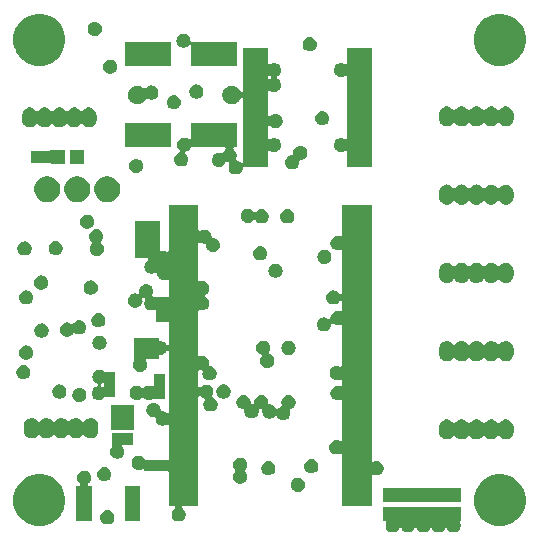
<source format=gbr>
G04 #@! TF.GenerationSoftware,KiCad,Pcbnew,(5.1.0-0)*
G04 #@! TF.CreationDate,2019-06-27T12:49:36+09:00*
G04 #@! TF.ProjectId,SwitchBlox,53776974-6368-4426-9c6f-782e6b696361,rev?*
G04 #@! TF.SameCoordinates,Original*
G04 #@! TF.FileFunction,Soldermask,Top*
G04 #@! TF.FilePolarity,Negative*
%FSLAX46Y46*%
G04 Gerber Fmt 4.6, Leading zero omitted, Abs format (unit mm)*
G04 Created by KiCad (PCBNEW (5.1.0-0)) date 2019-06-27 12:49:36*
%MOMM*%
%LPD*%
G04 APERTURE LIST*
%ADD10C,0.100000*%
G04 APERTURE END LIST*
D10*
G36*
X167442893Y-113006022D02*
G01*
X167433457Y-113011066D01*
X167414515Y-113026611D01*
X167398970Y-113045553D01*
X167387419Y-113067164D01*
X167380306Y-113090613D01*
X167377904Y-113114999D01*
X167380306Y-113139385D01*
X167387417Y-113162830D01*
X167404046Y-113202975D01*
X167404047Y-113202978D01*
X167404047Y-113202979D01*
X167427104Y-113318893D01*
X167427104Y-113437085D01*
X167404047Y-113553002D01*
X167358818Y-113662195D01*
X167293155Y-113760466D01*
X167209581Y-113844040D01*
X167111310Y-113909703D01*
X167002117Y-113954932D01*
X166886200Y-113977989D01*
X166768008Y-113977989D01*
X166652091Y-113954932D01*
X166542898Y-113909703D01*
X166444627Y-113844040D01*
X166361053Y-113760466D01*
X166291672Y-113656630D01*
X166286397Y-113646762D01*
X166270851Y-113627820D01*
X166251909Y-113612275D01*
X166230298Y-113600725D01*
X166206849Y-113593612D01*
X166182463Y-113591211D01*
X166158077Y-113593613D01*
X166134628Y-113600727D01*
X166113018Y-113612279D01*
X166094076Y-113627825D01*
X166078531Y-113646767D01*
X166073256Y-113656636D01*
X166003879Y-113760466D01*
X165920305Y-113844040D01*
X165822034Y-113909703D01*
X165712841Y-113954932D01*
X165596924Y-113977989D01*
X165478732Y-113977989D01*
X165362815Y-113954932D01*
X165253622Y-113909703D01*
X165155351Y-113844040D01*
X165071777Y-113760466D01*
X165002396Y-113656630D01*
X164997121Y-113646762D01*
X164981575Y-113627820D01*
X164962633Y-113612275D01*
X164941022Y-113600725D01*
X164917573Y-113593612D01*
X164893187Y-113591211D01*
X164868801Y-113593613D01*
X164845352Y-113600727D01*
X164823742Y-113612279D01*
X164804800Y-113627825D01*
X164789255Y-113646767D01*
X164783980Y-113656636D01*
X164714603Y-113760466D01*
X164631029Y-113844040D01*
X164532758Y-113909703D01*
X164423565Y-113954932D01*
X164307648Y-113977989D01*
X164189456Y-113977989D01*
X164073539Y-113954932D01*
X163964346Y-113909703D01*
X163866075Y-113844040D01*
X163782501Y-113760466D01*
X163713120Y-113656630D01*
X163707845Y-113646762D01*
X163692299Y-113627820D01*
X163673357Y-113612275D01*
X163651746Y-113600725D01*
X163628297Y-113593612D01*
X163603911Y-113591211D01*
X163579525Y-113593613D01*
X163556076Y-113600727D01*
X163534466Y-113612279D01*
X163515524Y-113627825D01*
X163499979Y-113646767D01*
X163494704Y-113656636D01*
X163425327Y-113760466D01*
X163341753Y-113844040D01*
X163243482Y-113909703D01*
X163134289Y-113954932D01*
X163018372Y-113977989D01*
X162900180Y-113977989D01*
X162784263Y-113954932D01*
X162675070Y-113909703D01*
X162576799Y-113844040D01*
X162493225Y-113760466D01*
X162423844Y-113656630D01*
X162418569Y-113646762D01*
X162403023Y-113627820D01*
X162384081Y-113612275D01*
X162362470Y-113600725D01*
X162339021Y-113593612D01*
X162314635Y-113591211D01*
X162290249Y-113593613D01*
X162266800Y-113600727D01*
X162245190Y-113612279D01*
X162226248Y-113627825D01*
X162210703Y-113646767D01*
X162205428Y-113656636D01*
X162136051Y-113760466D01*
X162052477Y-113844040D01*
X161954206Y-113909703D01*
X161845013Y-113954932D01*
X161729096Y-113977989D01*
X161610904Y-113977989D01*
X161494987Y-113954932D01*
X161385794Y-113909703D01*
X161287523Y-113844040D01*
X161203949Y-113760466D01*
X161138286Y-113662195D01*
X161093057Y-113553002D01*
X161070000Y-113437085D01*
X161070000Y-113318893D01*
X161093057Y-113202979D01*
X161093057Y-113202978D01*
X161093058Y-113202975D01*
X161109687Y-113162830D01*
X161116798Y-113139386D01*
X161119200Y-113115000D01*
X161116798Y-113090614D01*
X161109685Y-113067165D01*
X161098134Y-113045554D01*
X161082589Y-113026612D01*
X161063647Y-113011067D01*
X161042037Y-112999515D01*
X161018588Y-112992402D01*
X160994201Y-112990000D01*
X160842893Y-112990000D01*
X160842893Y-111790000D01*
X167442893Y-111790000D01*
X167442893Y-113006022D01*
X167442893Y-113006022D01*
G37*
G36*
X132398822Y-109127437D02*
G01*
X132799196Y-109293277D01*
X132799198Y-109293278D01*
X133159525Y-109534041D01*
X133465959Y-109840475D01*
X133651333Y-110117906D01*
X133706723Y-110200804D01*
X133872563Y-110601178D01*
X133957107Y-111026211D01*
X133957107Y-111459575D01*
X133872563Y-111884608D01*
X133727861Y-112233950D01*
X133706722Y-112284984D01*
X133465959Y-112645311D01*
X133159525Y-112951745D01*
X132799198Y-113192508D01*
X132799197Y-113192509D01*
X132799196Y-113192509D01*
X132398822Y-113358349D01*
X131973789Y-113442893D01*
X131540425Y-113442893D01*
X131115392Y-113358349D01*
X130715018Y-113192509D01*
X130715017Y-113192509D01*
X130715016Y-113192508D01*
X130354689Y-112951745D01*
X130048255Y-112645311D01*
X129807492Y-112284984D01*
X129786353Y-112233950D01*
X129641651Y-111884608D01*
X129557107Y-111459575D01*
X129557107Y-111026211D01*
X129641651Y-110601178D01*
X129807491Y-110200804D01*
X129862882Y-110117906D01*
X130048255Y-109840475D01*
X130354689Y-109534041D01*
X130715016Y-109293278D01*
X130715018Y-109293277D01*
X131115392Y-109127437D01*
X131540425Y-109042893D01*
X131973789Y-109042893D01*
X132398822Y-109127437D01*
X132398822Y-109127437D01*
G37*
G36*
X171384608Y-109127437D02*
G01*
X171784982Y-109293277D01*
X171784984Y-109293278D01*
X172145311Y-109534041D01*
X172451745Y-109840475D01*
X172637119Y-110117906D01*
X172692509Y-110200804D01*
X172858349Y-110601178D01*
X172942893Y-111026211D01*
X172942893Y-111459575D01*
X172858349Y-111884608D01*
X172713647Y-112233950D01*
X172692508Y-112284984D01*
X172451745Y-112645311D01*
X172145311Y-112951745D01*
X171784984Y-113192508D01*
X171784983Y-113192509D01*
X171784982Y-113192509D01*
X171384608Y-113358349D01*
X170959575Y-113442893D01*
X170526211Y-113442893D01*
X170101178Y-113358349D01*
X169700804Y-113192509D01*
X169700803Y-113192509D01*
X169700802Y-113192508D01*
X169340475Y-112951745D01*
X169034041Y-112645311D01*
X168793278Y-112284984D01*
X168772139Y-112233950D01*
X168627437Y-111884608D01*
X168542893Y-111459575D01*
X168542893Y-111026211D01*
X168627437Y-110601178D01*
X168793277Y-110200804D01*
X168848668Y-110117906D01*
X169034041Y-109840475D01*
X169340475Y-109534041D01*
X169700802Y-109293278D01*
X169700804Y-109293277D01*
X170101178Y-109127437D01*
X170526211Y-109042893D01*
X170959575Y-109042893D01*
X171384608Y-109127437D01*
X171384608Y-109127437D01*
G37*
G36*
X137675013Y-112123057D02*
G01*
X137784206Y-112168286D01*
X137882477Y-112233949D01*
X137966051Y-112317523D01*
X138031714Y-112415794D01*
X138076943Y-112524987D01*
X138100000Y-112640904D01*
X138100000Y-112759096D01*
X138076943Y-112875013D01*
X138031714Y-112984206D01*
X137966051Y-113082477D01*
X137882477Y-113166051D01*
X137784206Y-113231714D01*
X137675013Y-113276943D01*
X137559096Y-113300000D01*
X137440904Y-113300000D01*
X137324987Y-113276943D01*
X137215794Y-113231714D01*
X137117523Y-113166051D01*
X137033949Y-113082477D01*
X136968286Y-112984206D01*
X136923057Y-112875013D01*
X136900000Y-112759096D01*
X136900000Y-112640904D01*
X136923057Y-112524987D01*
X136968286Y-112415794D01*
X137033949Y-112317523D01*
X137117523Y-112233949D01*
X137215794Y-112168286D01*
X137324987Y-112123057D01*
X137440904Y-112100000D01*
X137559096Y-112100000D01*
X137675013Y-112123057D01*
X137675013Y-112123057D01*
G37*
G36*
X135717906Y-108765950D02*
G01*
X135827099Y-108811179D01*
X135925370Y-108876842D01*
X136008944Y-108960416D01*
X136074607Y-109058687D01*
X136119836Y-109167880D01*
X136142893Y-109283797D01*
X136142893Y-109401989D01*
X136119836Y-109517906D01*
X136074607Y-109627099D01*
X136008944Y-109725370D01*
X135925370Y-109808944D01*
X135911555Y-109818175D01*
X135892613Y-109833720D01*
X135877068Y-109852662D01*
X135865517Y-109874273D01*
X135858404Y-109897722D01*
X135856002Y-109922108D01*
X135858404Y-109946494D01*
X135865517Y-109969943D01*
X135877068Y-109991554D01*
X135892613Y-110010496D01*
X135911555Y-110026041D01*
X135933166Y-110037592D01*
X135956615Y-110044705D01*
X135981001Y-110047107D01*
X136167107Y-110047107D01*
X136167107Y-113047107D01*
X134867107Y-113047107D01*
X134867107Y-110047107D01*
X135104785Y-110047107D01*
X135129171Y-110044705D01*
X135152620Y-110037592D01*
X135174231Y-110026041D01*
X135193173Y-110010496D01*
X135208718Y-109991554D01*
X135220269Y-109969943D01*
X135227382Y-109946494D01*
X135229784Y-109922108D01*
X135227382Y-109897722D01*
X135220269Y-109874273D01*
X135208718Y-109852662D01*
X135193173Y-109833720D01*
X135174231Y-109818175D01*
X135160416Y-109808944D01*
X135076842Y-109725370D01*
X135011179Y-109627099D01*
X134965950Y-109517906D01*
X134942893Y-109401989D01*
X134942893Y-109283797D01*
X134965950Y-109167880D01*
X135011179Y-109058687D01*
X135076842Y-108960416D01*
X135160416Y-108876842D01*
X135258687Y-108811179D01*
X135367880Y-108765950D01*
X135483797Y-108742893D01*
X135601989Y-108742893D01*
X135717906Y-108765950D01*
X135717906Y-108765950D01*
G37*
G36*
X140267107Y-113047107D02*
G01*
X138967107Y-113047107D01*
X138967107Y-110047107D01*
X140267107Y-110047107D01*
X140267107Y-113047107D01*
X140267107Y-113047107D01*
G37*
G36*
X145215000Y-88328291D02*
G01*
X145217402Y-88352677D01*
X145224515Y-88376126D01*
X145236066Y-88397737D01*
X145251611Y-88416679D01*
X145270553Y-88432224D01*
X145292164Y-88443775D01*
X145315613Y-88450888D01*
X145339999Y-88453290D01*
X145364385Y-88450888D01*
X145387834Y-88443775D01*
X145409444Y-88432224D01*
X145451577Y-88404072D01*
X145560772Y-88358842D01*
X145676689Y-88335785D01*
X145794881Y-88335785D01*
X145910798Y-88358842D01*
X146019991Y-88404071D01*
X146118262Y-88469734D01*
X146201836Y-88553308D01*
X146267499Y-88651579D01*
X146312728Y-88760772D01*
X146335785Y-88876689D01*
X146335785Y-88917894D01*
X146338187Y-88942280D01*
X146345300Y-88965729D01*
X146356851Y-88987340D01*
X146372396Y-89006282D01*
X146391338Y-89021827D01*
X146412949Y-89033378D01*
X146436398Y-89040491D01*
X146460784Y-89042893D01*
X146501989Y-89042893D01*
X146617906Y-89065950D01*
X146727099Y-89111179D01*
X146825370Y-89176842D01*
X146908944Y-89260416D01*
X146974607Y-89358687D01*
X147019836Y-89467880D01*
X147042893Y-89583797D01*
X147042893Y-89701989D01*
X147019836Y-89817906D01*
X146974607Y-89927099D01*
X146908944Y-90025370D01*
X146825370Y-90108944D01*
X146727099Y-90174607D01*
X146617906Y-90219836D01*
X146501989Y-90242893D01*
X146383797Y-90242893D01*
X146267880Y-90219836D01*
X146158687Y-90174607D01*
X146060416Y-90108944D01*
X145976842Y-90025370D01*
X145911179Y-89927099D01*
X145865950Y-89817906D01*
X145842893Y-89701989D01*
X145842893Y-89660784D01*
X145840491Y-89636398D01*
X145833378Y-89612949D01*
X145821827Y-89591338D01*
X145806282Y-89572396D01*
X145787340Y-89556851D01*
X145765729Y-89545300D01*
X145742280Y-89538187D01*
X145717894Y-89535785D01*
X145676689Y-89535785D01*
X145560772Y-89512728D01*
X145451577Y-89467498D01*
X145409444Y-89439346D01*
X145387833Y-89427795D01*
X145364384Y-89420682D01*
X145339998Y-89418280D01*
X145315612Y-89420682D01*
X145292163Y-89427795D01*
X145270553Y-89439347D01*
X145251611Y-89454892D01*
X145236066Y-89473834D01*
X145224515Y-89495445D01*
X145217402Y-89518894D01*
X145215000Y-89543279D01*
X145215000Y-92597569D01*
X145217402Y-92621955D01*
X145224515Y-92645404D01*
X145236066Y-92667015D01*
X145251611Y-92685957D01*
X145270553Y-92701502D01*
X145292164Y-92713053D01*
X145315613Y-92720166D01*
X145339999Y-92722568D01*
X145364385Y-92720166D01*
X145490904Y-92695000D01*
X145609096Y-92695000D01*
X145725013Y-92718057D01*
X145834206Y-92763286D01*
X145932477Y-92828949D01*
X146016051Y-92912523D01*
X146081714Y-93010794D01*
X146126943Y-93119987D01*
X146150000Y-93235904D01*
X146150000Y-93354096D01*
X146126943Y-93470013D01*
X146081714Y-93579206D01*
X146016051Y-93677477D01*
X145932477Y-93761051D01*
X145835174Y-93826067D01*
X145816232Y-93841612D01*
X145800687Y-93860554D01*
X145789136Y-93882165D01*
X145782023Y-93905614D01*
X145779621Y-93930000D01*
X145782023Y-93954386D01*
X145789136Y-93977835D01*
X145800687Y-93999446D01*
X145816232Y-94018388D01*
X145835174Y-94033933D01*
X145932477Y-94098949D01*
X146016051Y-94182523D01*
X146081714Y-94280794D01*
X146126943Y-94389987D01*
X146150000Y-94505904D01*
X146150000Y-94624096D01*
X146126943Y-94740013D01*
X146081714Y-94849206D01*
X146016051Y-94947477D01*
X145932477Y-95031051D01*
X145834206Y-95096714D01*
X145725013Y-95141943D01*
X145609096Y-95165000D01*
X145490904Y-95165000D01*
X145364385Y-95139834D01*
X145339999Y-95137432D01*
X145315613Y-95139834D01*
X145292164Y-95146947D01*
X145270553Y-95158498D01*
X145251611Y-95174044D01*
X145236066Y-95192985D01*
X145224515Y-95214596D01*
X145217402Y-95238045D01*
X145215000Y-95262431D01*
X145215000Y-98947569D01*
X145217402Y-98971955D01*
X145224515Y-98995404D01*
X145236066Y-99017015D01*
X145251611Y-99035957D01*
X145270553Y-99051502D01*
X145292164Y-99063053D01*
X145315613Y-99070166D01*
X145339999Y-99072568D01*
X145364385Y-99070166D01*
X145490904Y-99045000D01*
X145609096Y-99045000D01*
X145725013Y-99068057D01*
X145834206Y-99113286D01*
X145932477Y-99178949D01*
X146016051Y-99262523D01*
X146081714Y-99360794D01*
X146126943Y-99469987D01*
X146150000Y-99585904D01*
X146150000Y-99704096D01*
X146139531Y-99756726D01*
X146137129Y-99781112D01*
X146139531Y-99805498D01*
X146146644Y-99828947D01*
X146158195Y-99850557D01*
X146173740Y-99869499D01*
X146192682Y-99885045D01*
X146214293Y-99896596D01*
X146237742Y-99903709D01*
X146335013Y-99923057D01*
X146444206Y-99968286D01*
X146542477Y-100033949D01*
X146626051Y-100117523D01*
X146691714Y-100215794D01*
X146736943Y-100324987D01*
X146760000Y-100440904D01*
X146760000Y-100559096D01*
X146736943Y-100675013D01*
X146691714Y-100784206D01*
X146626051Y-100882477D01*
X146542477Y-100966051D01*
X146444206Y-101031714D01*
X146335013Y-101076943D01*
X146219096Y-101100000D01*
X146100904Y-101100000D01*
X145984987Y-101076943D01*
X145875794Y-101031714D01*
X145777523Y-100966051D01*
X145693949Y-100882477D01*
X145628286Y-100784206D01*
X145583057Y-100675013D01*
X145560000Y-100559096D01*
X145560000Y-100440904D01*
X145570469Y-100388274D01*
X145572871Y-100363888D01*
X145570469Y-100339502D01*
X145563356Y-100316053D01*
X145551805Y-100294443D01*
X145536260Y-100275501D01*
X145517318Y-100259955D01*
X145495707Y-100248404D01*
X145472258Y-100241291D01*
X145364385Y-100219834D01*
X145339999Y-100217432D01*
X145315613Y-100219834D01*
X145292164Y-100226947D01*
X145270553Y-100238498D01*
X145251611Y-100254044D01*
X145236066Y-100272986D01*
X145224515Y-100294596D01*
X145217402Y-100318045D01*
X145215000Y-100342431D01*
X145215000Y-101584697D01*
X145217402Y-101609083D01*
X145224515Y-101632532D01*
X145236066Y-101654143D01*
X145251611Y-101673085D01*
X145270553Y-101688630D01*
X145292164Y-101700181D01*
X145315613Y-101707294D01*
X145339999Y-101709696D01*
X145364385Y-101707294D01*
X145387834Y-101700181D01*
X145409445Y-101688630D01*
X145428387Y-101673085D01*
X145497523Y-101603949D01*
X145595794Y-101538286D01*
X145704987Y-101493057D01*
X145820904Y-101470000D01*
X145939096Y-101470000D01*
X146055013Y-101493057D01*
X146164206Y-101538286D01*
X146262477Y-101603949D01*
X146346051Y-101687523D01*
X146411714Y-101785794D01*
X146456943Y-101894987D01*
X146480000Y-102010904D01*
X146480000Y-102129096D01*
X146456943Y-102245013D01*
X146413450Y-102350013D01*
X146411713Y-102354207D01*
X146403866Y-102365951D01*
X146392982Y-102382240D01*
X146381432Y-102403851D01*
X146374319Y-102427300D01*
X146371917Y-102451686D01*
X146374319Y-102476072D01*
X146381432Y-102499521D01*
X146392984Y-102521132D01*
X146408529Y-102540073D01*
X146427471Y-102555619D01*
X146449081Y-102567169D01*
X146524206Y-102598286D01*
X146622477Y-102663949D01*
X146706051Y-102747523D01*
X146771714Y-102845794D01*
X146816943Y-102954987D01*
X146840000Y-103070904D01*
X146840000Y-103189096D01*
X146816943Y-103305013D01*
X146771714Y-103414206D01*
X146706051Y-103512477D01*
X146622477Y-103596051D01*
X146524206Y-103661714D01*
X146415013Y-103706943D01*
X146299096Y-103730000D01*
X146180904Y-103730000D01*
X146064987Y-103706943D01*
X145955794Y-103661714D01*
X145857523Y-103596051D01*
X145773949Y-103512477D01*
X145708286Y-103414206D01*
X145663057Y-103305013D01*
X145640000Y-103189096D01*
X145640000Y-103070904D01*
X145663057Y-102954987D01*
X145708286Y-102845795D01*
X145727018Y-102817760D01*
X145738568Y-102796149D01*
X145745681Y-102772700D01*
X145748083Y-102748314D01*
X145745681Y-102723928D01*
X145738568Y-102700479D01*
X145727016Y-102678868D01*
X145711471Y-102659927D01*
X145692529Y-102644381D01*
X145670919Y-102632831D01*
X145595794Y-102601714D01*
X145497523Y-102536051D01*
X145428387Y-102466915D01*
X145409445Y-102451370D01*
X145387834Y-102439819D01*
X145364385Y-102432706D01*
X145339999Y-102430304D01*
X145315613Y-102432706D01*
X145292164Y-102439819D01*
X145270553Y-102451370D01*
X145251611Y-102466915D01*
X145236066Y-102485857D01*
X145224515Y-102507468D01*
X145217402Y-102530917D01*
X145215000Y-102555303D01*
X145215000Y-111725000D01*
X143960529Y-111725000D01*
X143936143Y-111727402D01*
X143912694Y-111734515D01*
X143891083Y-111746066D01*
X143872141Y-111761611D01*
X143856596Y-111780553D01*
X143845045Y-111802164D01*
X143837932Y-111825613D01*
X143835530Y-111849999D01*
X143837932Y-111874385D01*
X143845045Y-111897834D01*
X143856596Y-111919445D01*
X143872141Y-111938387D01*
X143891083Y-111953932D01*
X143925370Y-111976842D01*
X144008944Y-112060416D01*
X144074607Y-112158687D01*
X144119836Y-112267880D01*
X144142893Y-112383797D01*
X144142893Y-112501989D01*
X144119836Y-112617906D01*
X144074607Y-112727099D01*
X144008944Y-112825370D01*
X143925370Y-112908944D01*
X143827099Y-112974607D01*
X143717906Y-113019836D01*
X143601989Y-113042893D01*
X143483797Y-113042893D01*
X143367880Y-113019836D01*
X143258687Y-112974607D01*
X143160416Y-112908944D01*
X143076842Y-112825370D01*
X143011179Y-112727099D01*
X142965950Y-112617906D01*
X142942893Y-112501989D01*
X142942893Y-112383797D01*
X142965950Y-112267880D01*
X143011179Y-112158687D01*
X143076842Y-112060416D01*
X143160416Y-111976842D01*
X143194703Y-111953932D01*
X143213645Y-111938387D01*
X143229190Y-111919445D01*
X143240741Y-111897834D01*
X143247854Y-111874385D01*
X143250256Y-111849999D01*
X143247854Y-111825613D01*
X143240741Y-111802164D01*
X143229190Y-111780553D01*
X143213645Y-111761611D01*
X143194703Y-111746066D01*
X143173092Y-111734515D01*
X143149643Y-111727402D01*
X143125257Y-111725000D01*
X142720000Y-111725000D01*
X142720000Y-108914999D01*
X142717598Y-108890613D01*
X142710485Y-108867164D01*
X142698934Y-108845553D01*
X142683389Y-108826611D01*
X142664447Y-108811066D01*
X142642836Y-108799515D01*
X142619387Y-108792402D01*
X142595001Y-108790000D01*
X140620000Y-108790000D01*
X140620000Y-108725972D01*
X140617598Y-108701586D01*
X140610485Y-108678137D01*
X140598934Y-108656526D01*
X140583389Y-108637584D01*
X140564447Y-108622039D01*
X140542836Y-108610488D01*
X140519387Y-108603375D01*
X140495001Y-108600973D01*
X140470615Y-108603375D01*
X140447166Y-108610488D01*
X140335013Y-108656943D01*
X140219096Y-108680000D01*
X140100904Y-108680000D01*
X139984987Y-108656943D01*
X139875794Y-108611714D01*
X139777523Y-108546051D01*
X139693949Y-108462477D01*
X139628286Y-108364206D01*
X139583057Y-108255013D01*
X139560000Y-108139096D01*
X139560000Y-108020904D01*
X139583057Y-107904987D01*
X139628286Y-107795794D01*
X139693949Y-107697523D01*
X139777523Y-107613949D01*
X139875794Y-107548286D01*
X139984987Y-107503057D01*
X140100904Y-107480000D01*
X140219096Y-107480000D01*
X140335013Y-107503057D01*
X140444206Y-107548286D01*
X140542477Y-107613949D01*
X140626051Y-107697523D01*
X140691713Y-107795793D01*
X140698773Y-107812837D01*
X140710325Y-107834448D01*
X140725870Y-107853389D01*
X140744812Y-107868934D01*
X140766423Y-107880485D01*
X140789872Y-107887598D01*
X140814257Y-107890000D01*
X142595001Y-107890000D01*
X142619387Y-107887598D01*
X142642836Y-107880485D01*
X142664447Y-107868934D01*
X142683389Y-107853389D01*
X142698934Y-107834447D01*
X142710485Y-107812836D01*
X142717598Y-107789387D01*
X142720000Y-107765001D01*
X142720000Y-104941336D01*
X142717598Y-104916950D01*
X142710485Y-104893501D01*
X142698934Y-104871890D01*
X142683389Y-104852948D01*
X142664447Y-104837403D01*
X142642836Y-104825852D01*
X142619387Y-104818739D01*
X142595001Y-104816337D01*
X142570615Y-104818739D01*
X142547166Y-104825852D01*
X142525556Y-104837402D01*
X142474207Y-104871713D01*
X142474206Y-104871714D01*
X142474205Y-104871714D01*
X142365013Y-104916943D01*
X142249096Y-104940000D01*
X142130904Y-104940000D01*
X142014987Y-104916943D01*
X141905794Y-104871714D01*
X141807523Y-104806051D01*
X141723949Y-104722477D01*
X141658286Y-104624206D01*
X141613057Y-104515013D01*
X141590000Y-104399096D01*
X141590000Y-104334999D01*
X141587598Y-104310613D01*
X141580485Y-104287164D01*
X141568934Y-104265553D01*
X141553389Y-104246611D01*
X141534447Y-104231066D01*
X141512836Y-104219515D01*
X141489387Y-104212402D01*
X141465001Y-104210000D01*
X141350925Y-104210000D01*
X141235008Y-104186943D01*
X141125815Y-104141714D01*
X141027544Y-104076051D01*
X140943970Y-103992477D01*
X140878307Y-103894206D01*
X140833078Y-103785013D01*
X140810021Y-103669096D01*
X140810021Y-103550904D01*
X140833078Y-103434987D01*
X140878307Y-103325794D01*
X140943970Y-103227523D01*
X141027544Y-103143949D01*
X141125815Y-103078286D01*
X141235008Y-103033057D01*
X141350925Y-103010000D01*
X141469117Y-103010000D01*
X141585034Y-103033057D01*
X141694227Y-103078286D01*
X141792498Y-103143949D01*
X141876072Y-103227523D01*
X141941735Y-103325794D01*
X141986964Y-103434987D01*
X142010021Y-103550904D01*
X142010021Y-103615001D01*
X142012423Y-103639387D01*
X142019536Y-103662836D01*
X142031087Y-103684447D01*
X142046632Y-103703389D01*
X142065574Y-103718934D01*
X142087185Y-103730485D01*
X142110634Y-103737598D01*
X142135020Y-103740000D01*
X142249096Y-103740000D01*
X142365013Y-103763057D01*
X142473780Y-103808110D01*
X142474207Y-103808287D01*
X142525555Y-103842597D01*
X142547166Y-103854148D01*
X142570615Y-103861261D01*
X142595001Y-103863663D01*
X142619387Y-103861261D01*
X142642836Y-103854148D01*
X142664446Y-103842597D01*
X142683388Y-103827052D01*
X142698934Y-103808110D01*
X142710485Y-103786499D01*
X142717598Y-103763050D01*
X142720000Y-103738664D01*
X142720000Y-98729584D01*
X142717598Y-98705198D01*
X142710485Y-98681749D01*
X142698934Y-98660138D01*
X142683389Y-98641196D01*
X142664447Y-98625651D01*
X142642836Y-98614100D01*
X142619387Y-98606987D01*
X142595001Y-98604585D01*
X142570615Y-98606987D01*
X142547166Y-98614100D01*
X142525555Y-98625651D01*
X142506613Y-98641196D01*
X142491068Y-98660139D01*
X142436053Y-98742475D01*
X142352477Y-98826051D01*
X142254206Y-98891714D01*
X142145013Y-98936943D01*
X142029096Y-98960000D01*
X141994999Y-98960000D01*
X141970613Y-98962402D01*
X141947164Y-98969515D01*
X141925553Y-98981066D01*
X141906611Y-98996611D01*
X141891066Y-99015553D01*
X141879515Y-99037164D01*
X141872402Y-99060613D01*
X141870000Y-99084999D01*
X141870000Y-99300000D01*
X140911129Y-99300000D01*
X140886743Y-99302402D01*
X140863294Y-99309515D01*
X140841683Y-99321066D01*
X140822741Y-99336611D01*
X140807196Y-99355553D01*
X140795645Y-99377164D01*
X140788532Y-99400613D01*
X140786130Y-99424999D01*
X140788532Y-99449385D01*
X140795645Y-99472834D01*
X140807195Y-99494442D01*
X140809544Y-99497957D01*
X140854775Y-99607155D01*
X140877832Y-99723072D01*
X140877832Y-99841264D01*
X140854775Y-99957181D01*
X140809546Y-100066374D01*
X140743883Y-100164645D01*
X140660309Y-100248219D01*
X140562038Y-100313882D01*
X140452845Y-100359111D01*
X140336928Y-100382168D01*
X140218736Y-100382168D01*
X140102819Y-100359111D01*
X139993626Y-100313882D01*
X139895355Y-100248219D01*
X139811781Y-100164645D01*
X139746118Y-100066374D01*
X139700889Y-99957181D01*
X139677832Y-99841264D01*
X139677832Y-99723072D01*
X139700889Y-99607155D01*
X139746119Y-99497959D01*
X139748934Y-99493747D01*
X139760485Y-99472136D01*
X139767598Y-99448687D01*
X139770000Y-99424302D01*
X139770000Y-97500000D01*
X141870000Y-97500000D01*
X141870000Y-97635001D01*
X141872402Y-97659387D01*
X141879515Y-97682836D01*
X141891066Y-97704447D01*
X141906611Y-97723389D01*
X141925553Y-97738934D01*
X141947164Y-97750485D01*
X141970613Y-97757598D01*
X141994999Y-97760000D01*
X142029096Y-97760000D01*
X142145013Y-97783057D01*
X142254206Y-97828286D01*
X142352477Y-97893949D01*
X142436053Y-97977525D01*
X142491068Y-98059861D01*
X142506613Y-98078803D01*
X142525555Y-98094349D01*
X142547166Y-98105900D01*
X142570615Y-98113013D01*
X142595001Y-98115415D01*
X142619387Y-98113013D01*
X142642836Y-98105900D01*
X142664446Y-98094349D01*
X142683388Y-98078804D01*
X142698934Y-98059862D01*
X142710485Y-98038251D01*
X142717598Y-98014802D01*
X142720000Y-97990416D01*
X142720000Y-96274999D01*
X142717598Y-96250613D01*
X142710485Y-96227164D01*
X142698934Y-96205553D01*
X142683389Y-96186611D01*
X142664447Y-96171066D01*
X142642836Y-96159515D01*
X142619387Y-96152402D01*
X142595001Y-96150000D01*
X141650000Y-96150000D01*
X141650000Y-95260833D01*
X141647598Y-95236447D01*
X141640485Y-95212998D01*
X141628934Y-95191387D01*
X141613389Y-95172445D01*
X141594447Y-95156900D01*
X141572836Y-95145349D01*
X141549387Y-95138236D01*
X141525001Y-95135834D01*
X141500615Y-95138236D01*
X141477170Y-95145347D01*
X141425036Y-95166942D01*
X141425033Y-95166943D01*
X141425032Y-95166943D01*
X141309118Y-95190000D01*
X141190926Y-95190000D01*
X141075009Y-95166943D01*
X140965816Y-95121714D01*
X140867545Y-95056051D01*
X140783971Y-94972477D01*
X140718308Y-94874206D01*
X140673079Y-94765013D01*
X140650022Y-94649096D01*
X140650022Y-94604857D01*
X140647620Y-94580471D01*
X140640507Y-94557022D01*
X140628956Y-94535411D01*
X140613411Y-94516469D01*
X140594469Y-94500924D01*
X140572858Y-94489373D01*
X140549409Y-94482260D01*
X140525023Y-94479858D01*
X140500637Y-94482260D01*
X140477188Y-94489373D01*
X140455577Y-94500924D01*
X140436635Y-94516469D01*
X140421090Y-94535411D01*
X140409539Y-94557022D01*
X140381724Y-94624173D01*
X140316061Y-94722445D01*
X140232487Y-94806019D01*
X140134216Y-94871682D01*
X140025023Y-94916911D01*
X139909106Y-94939968D01*
X139790914Y-94939968D01*
X139674997Y-94916911D01*
X139565804Y-94871682D01*
X139467533Y-94806019D01*
X139383959Y-94722445D01*
X139318296Y-94624174D01*
X139273067Y-94514981D01*
X139250010Y-94399064D01*
X139250010Y-94280872D01*
X139259585Y-94232732D01*
X140442882Y-94232732D01*
X140445284Y-94257116D01*
X140450010Y-94280874D01*
X140450010Y-94325111D01*
X140452412Y-94349497D01*
X140459525Y-94372946D01*
X140471076Y-94394557D01*
X140486621Y-94413499D01*
X140505563Y-94429044D01*
X140527174Y-94440595D01*
X140550623Y-94447708D01*
X140575009Y-94450110D01*
X140599395Y-94447708D01*
X140622844Y-94440595D01*
X140644455Y-94429044D01*
X140663397Y-94413499D01*
X140678942Y-94394557D01*
X140690493Y-94372946D01*
X140721522Y-94298036D01*
X140725184Y-94291186D01*
X140732299Y-94267737D01*
X140734703Y-94243351D01*
X140732303Y-94218965D01*
X140725192Y-94195515D01*
X140713643Y-94173904D01*
X140698100Y-94154960D01*
X140679159Y-94139413D01*
X140657550Y-94127860D01*
X140634091Y-94120743D01*
X140614211Y-94116789D01*
X140592264Y-94110131D01*
X140567878Y-94107730D01*
X140543492Y-94110132D01*
X140520043Y-94117246D01*
X140498433Y-94128798D01*
X140479491Y-94144344D01*
X140463946Y-94163286D01*
X140452396Y-94184897D01*
X140445283Y-94208346D01*
X140442882Y-94232732D01*
X139259585Y-94232732D01*
X139273067Y-94164955D01*
X139318296Y-94055762D01*
X139383959Y-93957491D01*
X139467533Y-93873917D01*
X139565804Y-93808254D01*
X139674997Y-93763025D01*
X139790914Y-93739968D01*
X139909106Y-93739968D01*
X140025798Y-93763179D01*
X140047746Y-93769837D01*
X140072132Y-93772238D01*
X140096518Y-93769836D01*
X140119967Y-93762722D01*
X140141577Y-93751170D01*
X140160519Y-93735624D01*
X140176064Y-93716682D01*
X140187614Y-93695071D01*
X140194727Y-93671622D01*
X140197128Y-93647236D01*
X140194726Y-93622852D01*
X140190000Y-93599094D01*
X140190000Y-93480904D01*
X140213057Y-93364987D01*
X140258286Y-93255794D01*
X140323949Y-93157523D01*
X140407523Y-93073949D01*
X140505794Y-93008286D01*
X140614987Y-92963057D01*
X140730904Y-92940000D01*
X140849096Y-92940000D01*
X140965013Y-92963057D01*
X141074206Y-93008286D01*
X141172477Y-93073949D01*
X141256051Y-93157523D01*
X141321714Y-93255794D01*
X141366943Y-93364987D01*
X141390000Y-93480904D01*
X141390000Y-93599096D01*
X141366943Y-93715013D01*
X141318500Y-93831965D01*
X141314838Y-93838814D01*
X141307723Y-93862263D01*
X141305319Y-93886649D01*
X141307719Y-93911035D01*
X141314830Y-93934485D01*
X141326379Y-93956096D01*
X141341922Y-93975040D01*
X141360863Y-93990587D01*
X141382472Y-94002140D01*
X141405931Y-94009257D01*
X141425035Y-94013057D01*
X141491252Y-94040485D01*
X141514701Y-94047598D01*
X141539087Y-94050000D01*
X142595001Y-94050000D01*
X142619387Y-94047598D01*
X142642836Y-94040485D01*
X142664447Y-94028934D01*
X142683389Y-94013389D01*
X142698934Y-93994447D01*
X142710485Y-93972836D01*
X142717598Y-93949387D01*
X142720000Y-93925001D01*
X142720000Y-92695824D01*
X142717598Y-92671438D01*
X142710485Y-92647989D01*
X142698934Y-92626378D01*
X142683389Y-92607436D01*
X142664447Y-92591891D01*
X142642836Y-92580340D01*
X142619387Y-92573227D01*
X142595001Y-92570825D01*
X142570615Y-92573227D01*
X142547166Y-92580340D01*
X142495012Y-92601943D01*
X142379096Y-92625000D01*
X142260904Y-92625000D01*
X142144987Y-92601943D01*
X142035794Y-92556714D01*
X141937523Y-92491051D01*
X141853949Y-92407477D01*
X141788286Y-92309206D01*
X141743057Y-92200012D01*
X141721113Y-92089692D01*
X141714000Y-92066243D01*
X141702449Y-92044632D01*
X141686904Y-92025690D01*
X141667962Y-92010145D01*
X141646351Y-91998594D01*
X141622902Y-91991481D01*
X141598516Y-91989079D01*
X141574130Y-91991481D01*
X141550681Y-91998594D01*
X141539914Y-92004349D01*
X141534207Y-92006713D01*
X141525921Y-92010145D01*
X141425013Y-92051943D01*
X141309096Y-92075000D01*
X141190904Y-92075000D01*
X141074987Y-92051943D01*
X140965794Y-92006714D01*
X140867523Y-91941051D01*
X140783949Y-91857477D01*
X140718286Y-91759206D01*
X140673057Y-91650013D01*
X140650000Y-91534096D01*
X140650000Y-91415904D01*
X140673057Y-91299987D01*
X140718286Y-91190794D01*
X140783949Y-91092523D01*
X140867525Y-91008947D01*
X140912446Y-90978932D01*
X140931388Y-90963387D01*
X140946934Y-90944445D01*
X140958485Y-90922835D01*
X140965598Y-90899386D01*
X140968000Y-90875000D01*
X140965598Y-90850614D01*
X140958485Y-90827165D01*
X140946934Y-90805554D01*
X140931389Y-90786612D01*
X140912447Y-90771066D01*
X140890837Y-90759515D01*
X140867388Y-90752402D01*
X140843001Y-90750000D01*
X139850000Y-90750000D01*
X139850000Y-87650000D01*
X141950000Y-87650000D01*
X141950000Y-90071749D01*
X141952402Y-90096135D01*
X141959515Y-90119584D01*
X141971066Y-90141195D01*
X141986611Y-90160137D01*
X142005553Y-90175682D01*
X142027164Y-90187233D01*
X142050613Y-90194346D01*
X142074999Y-90196748D01*
X142099385Y-90194346D01*
X142122833Y-90187233D01*
X142144985Y-90178058D01*
X142260904Y-90155000D01*
X142379096Y-90155000D01*
X142495012Y-90178057D01*
X142547166Y-90199660D01*
X142570614Y-90206773D01*
X142595001Y-90209175D01*
X142619387Y-90206773D01*
X142642836Y-90199660D01*
X142664446Y-90188109D01*
X142683388Y-90172564D01*
X142698934Y-90153622D01*
X142710485Y-90132011D01*
X142717598Y-90108563D01*
X142720000Y-90084176D01*
X142720000Y-86295000D01*
X145215000Y-86295000D01*
X145215000Y-88328291D01*
X145215000Y-88328291D01*
G37*
G36*
X159880000Y-107872460D02*
G01*
X159882402Y-107896846D01*
X159889515Y-107920295D01*
X159901066Y-107941906D01*
X159916611Y-107960848D01*
X159935553Y-107976393D01*
X159957164Y-107987944D01*
X159980613Y-107995057D01*
X160004999Y-107997459D01*
X160029385Y-107995057D01*
X160052834Y-107987944D01*
X160124987Y-107958057D01*
X160240904Y-107935000D01*
X160359096Y-107935000D01*
X160475013Y-107958057D01*
X160584206Y-108003286D01*
X160682477Y-108068949D01*
X160766051Y-108152523D01*
X160831714Y-108250794D01*
X160876943Y-108359987D01*
X160900000Y-108475904D01*
X160900000Y-108594096D01*
X160876943Y-108710013D01*
X160831714Y-108819206D01*
X160766051Y-108917477D01*
X160682477Y-109001051D01*
X160584206Y-109066714D01*
X160475013Y-109111943D01*
X160359096Y-109135000D01*
X160240904Y-109135000D01*
X160124987Y-109111943D01*
X160052834Y-109082056D01*
X160029385Y-109074943D01*
X160004999Y-109072541D01*
X159980613Y-109074943D01*
X159957164Y-109082056D01*
X159935553Y-109093607D01*
X159916611Y-109109152D01*
X159901066Y-109128094D01*
X159889515Y-109149705D01*
X159882402Y-109173154D01*
X159880000Y-109197540D01*
X159880000Y-111725000D01*
X157385000Y-111725000D01*
X157385000Y-107390079D01*
X157382598Y-107365693D01*
X157375485Y-107342244D01*
X157363934Y-107320633D01*
X157348389Y-107301691D01*
X157329447Y-107286146D01*
X157307836Y-107274595D01*
X157284387Y-107267482D01*
X157260001Y-107265080D01*
X157235615Y-107267482D01*
X157212166Y-107274595D01*
X157190556Y-107286146D01*
X157173262Y-107297701D01*
X157173261Y-107297702D01*
X157173260Y-107297702D01*
X157064068Y-107342931D01*
X156948151Y-107365988D01*
X156829959Y-107365988D01*
X156714042Y-107342931D01*
X156604849Y-107297702D01*
X156506578Y-107232039D01*
X156423004Y-107148465D01*
X156357341Y-107050194D01*
X156312112Y-106941001D01*
X156289055Y-106825084D01*
X156289055Y-106706892D01*
X156312112Y-106590975D01*
X156357341Y-106481782D01*
X156423004Y-106383511D01*
X156506578Y-106299937D01*
X156604849Y-106234274D01*
X156714042Y-106189045D01*
X156829959Y-106165988D01*
X156948151Y-106165988D01*
X157064068Y-106189045D01*
X157173260Y-106234274D01*
X157173262Y-106234275D01*
X157190555Y-106245830D01*
X157212166Y-106257381D01*
X157235615Y-106264494D01*
X157260001Y-106266896D01*
X157284387Y-106264494D01*
X157307836Y-106257381D01*
X157329447Y-106245830D01*
X157348389Y-106230285D01*
X157363934Y-106211343D01*
X157375485Y-106189732D01*
X157382598Y-106166283D01*
X157385000Y-106141897D01*
X157385000Y-102862038D01*
X157382598Y-102837652D01*
X157375485Y-102814203D01*
X157363934Y-102792592D01*
X157348389Y-102773650D01*
X157329447Y-102758105D01*
X157307836Y-102746554D01*
X157284387Y-102739441D01*
X157260001Y-102737039D01*
X157235615Y-102739441D01*
X157212167Y-102746554D01*
X157175015Y-102761942D01*
X157059096Y-102785000D01*
X156940904Y-102785000D01*
X156824987Y-102761943D01*
X156715794Y-102716714D01*
X156617523Y-102651051D01*
X156533949Y-102567477D01*
X156468286Y-102469206D01*
X156423057Y-102360013D01*
X156400000Y-102244096D01*
X156400000Y-102125904D01*
X156423057Y-102009987D01*
X156468286Y-101900794D01*
X156533949Y-101802523D01*
X156617523Y-101718949D01*
X156715794Y-101653286D01*
X156824987Y-101608057D01*
X156940904Y-101585000D01*
X157059096Y-101585000D01*
X157175015Y-101608058D01*
X157212167Y-101623446D01*
X157235616Y-101630559D01*
X157260002Y-101632961D01*
X157284388Y-101630559D01*
X157307837Y-101623446D01*
X157329448Y-101611894D01*
X157348389Y-101596349D01*
X157363935Y-101577407D01*
X157375485Y-101555796D01*
X157382598Y-101532347D01*
X157385000Y-101507962D01*
X157385000Y-101123043D01*
X157382598Y-101098657D01*
X157375485Y-101075208D01*
X157363934Y-101053597D01*
X157348389Y-101034655D01*
X157329447Y-101019110D01*
X157307836Y-101007559D01*
X157284387Y-101000446D01*
X157260001Y-100998044D01*
X157235615Y-101000446D01*
X157212166Y-101007559D01*
X157105013Y-101051943D01*
X156989096Y-101075000D01*
X156870904Y-101075000D01*
X156754987Y-101051943D01*
X156645794Y-101006714D01*
X156547523Y-100941051D01*
X156463949Y-100857477D01*
X156398286Y-100759206D01*
X156353057Y-100650013D01*
X156330000Y-100534096D01*
X156330000Y-100415904D01*
X156353057Y-100299987D01*
X156398286Y-100190794D01*
X156463949Y-100092523D01*
X156547523Y-100008949D01*
X156645794Y-99943286D01*
X156754987Y-99898057D01*
X156870904Y-99875000D01*
X156989096Y-99875000D01*
X157105013Y-99898057D01*
X157212166Y-99942441D01*
X157235615Y-99949554D01*
X157260001Y-99951956D01*
X157284388Y-99949554D01*
X157307836Y-99942441D01*
X157329447Y-99930890D01*
X157348389Y-99915344D01*
X157363934Y-99896402D01*
X157375485Y-99874792D01*
X157382598Y-99851343D01*
X157385000Y-99826957D01*
X157385000Y-96512038D01*
X157382598Y-96487652D01*
X157375485Y-96464203D01*
X157363934Y-96442592D01*
X157348389Y-96423650D01*
X157329447Y-96408105D01*
X157307836Y-96396554D01*
X157284387Y-96389441D01*
X157260001Y-96387039D01*
X157235615Y-96389441D01*
X157212167Y-96396554D01*
X157175015Y-96411942D01*
X157059096Y-96435000D01*
X156940904Y-96435000D01*
X156824987Y-96411943D01*
X156715794Y-96366714D01*
X156634445Y-96312358D01*
X156612834Y-96300807D01*
X156589385Y-96293694D01*
X156564999Y-96291292D01*
X156540613Y-96293694D01*
X156517164Y-96300807D01*
X156495553Y-96312358D01*
X156476611Y-96327903D01*
X156461066Y-96346845D01*
X156449515Y-96368456D01*
X156442402Y-96391905D01*
X156440000Y-96416291D01*
X156440000Y-96419096D01*
X156416943Y-96535013D01*
X156371714Y-96644206D01*
X156306051Y-96742477D01*
X156222477Y-96826051D01*
X156124206Y-96891714D01*
X156015013Y-96936943D01*
X155899096Y-96960000D01*
X155780904Y-96960000D01*
X155664987Y-96936943D01*
X155555794Y-96891714D01*
X155457523Y-96826051D01*
X155373949Y-96742477D01*
X155308286Y-96644206D01*
X155263057Y-96535013D01*
X155240000Y-96419096D01*
X155240000Y-96300904D01*
X155263057Y-96184987D01*
X155308286Y-96075794D01*
X155373949Y-95977523D01*
X155457523Y-95893949D01*
X155555794Y-95828286D01*
X155664987Y-95783057D01*
X155780904Y-95760000D01*
X155899096Y-95760000D01*
X156015013Y-95783057D01*
X156124206Y-95828286D01*
X156205555Y-95882642D01*
X156227166Y-95894193D01*
X156250615Y-95901306D01*
X156275001Y-95903708D01*
X156299387Y-95901306D01*
X156322836Y-95894193D01*
X156344447Y-95882642D01*
X156363389Y-95867097D01*
X156378934Y-95848155D01*
X156390485Y-95826544D01*
X156397598Y-95803095D01*
X156400000Y-95778709D01*
X156400000Y-95775904D01*
X156423057Y-95659987D01*
X156468286Y-95550794D01*
X156533949Y-95452523D01*
X156617523Y-95368949D01*
X156715794Y-95303286D01*
X156824987Y-95258057D01*
X156940904Y-95235000D01*
X157059096Y-95235000D01*
X157175015Y-95258058D01*
X157212167Y-95273446D01*
X157235616Y-95280559D01*
X157260002Y-95282961D01*
X157284388Y-95280559D01*
X157307837Y-95273446D01*
X157329448Y-95261894D01*
X157348389Y-95246349D01*
X157363935Y-95227407D01*
X157375485Y-95205796D01*
X157382598Y-95182347D01*
X157385000Y-95157962D01*
X157385000Y-94442101D01*
X157382598Y-94417715D01*
X157375485Y-94394266D01*
X157363934Y-94372655D01*
X157348389Y-94353713D01*
X157329447Y-94338168D01*
X157307836Y-94326617D01*
X157284387Y-94319504D01*
X157260001Y-94317102D01*
X157235615Y-94319504D01*
X157212166Y-94326617D01*
X157190555Y-94338168D01*
X157171613Y-94353713D01*
X157156068Y-94372655D01*
X157096051Y-94462477D01*
X157012477Y-94546051D01*
X156914206Y-94611714D01*
X156805013Y-94656943D01*
X156689096Y-94680000D01*
X156570904Y-94680000D01*
X156454987Y-94656943D01*
X156345794Y-94611714D01*
X156247523Y-94546051D01*
X156163949Y-94462477D01*
X156098286Y-94364206D01*
X156053057Y-94255013D01*
X156030000Y-94139096D01*
X156030000Y-94020904D01*
X156053057Y-93904987D01*
X156098286Y-93795794D01*
X156163949Y-93697523D01*
X156247523Y-93613949D01*
X156345794Y-93548286D01*
X156454987Y-93503057D01*
X156570904Y-93480000D01*
X156689096Y-93480000D01*
X156805013Y-93503057D01*
X156914206Y-93548286D01*
X157012477Y-93613949D01*
X157096051Y-93697523D01*
X157109666Y-93717899D01*
X157152306Y-93781714D01*
X157156068Y-93787345D01*
X157171613Y-93806286D01*
X157190555Y-93821832D01*
X157212166Y-93833383D01*
X157235615Y-93840496D01*
X157260001Y-93842898D01*
X157284387Y-93840496D01*
X157307836Y-93833383D01*
X157329447Y-93821832D01*
X157348388Y-93806287D01*
X157363934Y-93787345D01*
X157375485Y-93765734D01*
X157382598Y-93742285D01*
X157385000Y-93717899D01*
X157385000Y-90162038D01*
X157382598Y-90137652D01*
X157375485Y-90114203D01*
X157363934Y-90092592D01*
X157348389Y-90073650D01*
X157329447Y-90058105D01*
X157307836Y-90046554D01*
X157284387Y-90039441D01*
X157260001Y-90037039D01*
X157235615Y-90039441D01*
X157212167Y-90046554D01*
X157175015Y-90061942D01*
X157059096Y-90085000D01*
X156940904Y-90085000D01*
X156824987Y-90061943D01*
X156715794Y-90016714D01*
X156617523Y-89951051D01*
X156533949Y-89867477D01*
X156468286Y-89769206D01*
X156423057Y-89660013D01*
X156400000Y-89544096D01*
X156400000Y-89425904D01*
X156423057Y-89309987D01*
X156468286Y-89200794D01*
X156533949Y-89102523D01*
X156617523Y-89018949D01*
X156715794Y-88953286D01*
X156824987Y-88908057D01*
X156940904Y-88885000D01*
X157059096Y-88885000D01*
X157175015Y-88908058D01*
X157212167Y-88923446D01*
X157235616Y-88930559D01*
X157260002Y-88932961D01*
X157284388Y-88930559D01*
X157307837Y-88923446D01*
X157329448Y-88911894D01*
X157348389Y-88896349D01*
X157363935Y-88877407D01*
X157375485Y-88855796D01*
X157382598Y-88832347D01*
X157385000Y-88807962D01*
X157385000Y-86295000D01*
X159880000Y-86295000D01*
X159880000Y-107872460D01*
X159880000Y-107872460D01*
G37*
G36*
X167442893Y-111390000D02*
G01*
X160842893Y-111390000D01*
X160842893Y-110190000D01*
X167442893Y-110190000D01*
X167442893Y-111390000D01*
X167442893Y-111390000D01*
G37*
G36*
X153817906Y-109365950D02*
G01*
X153927099Y-109411179D01*
X154025370Y-109476842D01*
X154108944Y-109560416D01*
X154174607Y-109658687D01*
X154219836Y-109767880D01*
X154242893Y-109883797D01*
X154242893Y-110001989D01*
X154219836Y-110117906D01*
X154174607Y-110227099D01*
X154108944Y-110325370D01*
X154025370Y-110408944D01*
X153927099Y-110474607D01*
X153817906Y-110519836D01*
X153701989Y-110542893D01*
X153583797Y-110542893D01*
X153467880Y-110519836D01*
X153358687Y-110474607D01*
X153260416Y-110408944D01*
X153176842Y-110325370D01*
X153111179Y-110227099D01*
X153065950Y-110117906D01*
X153042893Y-110001989D01*
X153042893Y-109883797D01*
X153065950Y-109767880D01*
X153111179Y-109658687D01*
X153176842Y-109560416D01*
X153260416Y-109476842D01*
X153358687Y-109411179D01*
X153467880Y-109365950D01*
X153583797Y-109342893D01*
X153701989Y-109342893D01*
X153817906Y-109365950D01*
X153817906Y-109365950D01*
G37*
G36*
X148917906Y-107665950D02*
G01*
X149027099Y-107711179D01*
X149125370Y-107776842D01*
X149208944Y-107860416D01*
X149274607Y-107958687D01*
X149319836Y-108067880D01*
X149342893Y-108183797D01*
X149342893Y-108301989D01*
X149319836Y-108417906D01*
X149274607Y-108527099D01*
X149208942Y-108625373D01*
X149179807Y-108654509D01*
X149164262Y-108673451D01*
X149152711Y-108695061D01*
X149145598Y-108718511D01*
X149143197Y-108742897D01*
X149145599Y-108767283D01*
X149152713Y-108790732D01*
X149164264Y-108812342D01*
X149179808Y-108831283D01*
X149208944Y-108860419D01*
X149274607Y-108958690D01*
X149319836Y-109067883D01*
X149342893Y-109183800D01*
X149342893Y-109301992D01*
X149319836Y-109417909D01*
X149274607Y-109527102D01*
X149208944Y-109625373D01*
X149125370Y-109708947D01*
X149027099Y-109774610D01*
X148917906Y-109819839D01*
X148801989Y-109842896D01*
X148683797Y-109842896D01*
X148567880Y-109819839D01*
X148458687Y-109774610D01*
X148360416Y-109708947D01*
X148276842Y-109625373D01*
X148211179Y-109527102D01*
X148165950Y-109417909D01*
X148142893Y-109301992D01*
X148142893Y-109183800D01*
X148165950Y-109067883D01*
X148211179Y-108958690D01*
X148276843Y-108860417D01*
X148305977Y-108831284D01*
X148321523Y-108812342D01*
X148333074Y-108790732D01*
X148340188Y-108767283D01*
X148342590Y-108742897D01*
X148340189Y-108718511D01*
X148333076Y-108695061D01*
X148321525Y-108673451D01*
X148305979Y-108654507D01*
X148276842Y-108625370D01*
X148211179Y-108527099D01*
X148165950Y-108417906D01*
X148142893Y-108301989D01*
X148142893Y-108183797D01*
X148165950Y-108067880D01*
X148211179Y-107958687D01*
X148276842Y-107860416D01*
X148360416Y-107776842D01*
X148458687Y-107711179D01*
X148567880Y-107665950D01*
X148683797Y-107642893D01*
X148801989Y-107642893D01*
X148917906Y-107665950D01*
X148917906Y-107665950D01*
G37*
G36*
X137417906Y-108465950D02*
G01*
X137527099Y-108511179D01*
X137625370Y-108576842D01*
X137708944Y-108660416D01*
X137774607Y-108758687D01*
X137819836Y-108867880D01*
X137842893Y-108983797D01*
X137842893Y-109101989D01*
X137819836Y-109217906D01*
X137774607Y-109327099D01*
X137708944Y-109425370D01*
X137625370Y-109508944D01*
X137527099Y-109574607D01*
X137417906Y-109619836D01*
X137301989Y-109642893D01*
X137183797Y-109642893D01*
X137067880Y-109619836D01*
X136958687Y-109574607D01*
X136860416Y-109508944D01*
X136776842Y-109425370D01*
X136711179Y-109327099D01*
X136665950Y-109217906D01*
X136642893Y-109101989D01*
X136642893Y-108983797D01*
X136665950Y-108867880D01*
X136711179Y-108758687D01*
X136776842Y-108660416D01*
X136860416Y-108576842D01*
X136958687Y-108511179D01*
X137067880Y-108465950D01*
X137183797Y-108442893D01*
X137301989Y-108442893D01*
X137417906Y-108465950D01*
X137417906Y-108465950D01*
G37*
G36*
X151317906Y-107965950D02*
G01*
X151427099Y-108011179D01*
X151525370Y-108076842D01*
X151608944Y-108160416D01*
X151674607Y-108258687D01*
X151719836Y-108367880D01*
X151742893Y-108483797D01*
X151742893Y-108601989D01*
X151719836Y-108717906D01*
X151674607Y-108827099D01*
X151608944Y-108925370D01*
X151525370Y-109008944D01*
X151427099Y-109074607D01*
X151317906Y-109119836D01*
X151201989Y-109142893D01*
X151083797Y-109142893D01*
X150967880Y-109119836D01*
X150858687Y-109074607D01*
X150760416Y-109008944D01*
X150676842Y-108925370D01*
X150611179Y-108827099D01*
X150565950Y-108717906D01*
X150542893Y-108601989D01*
X150542893Y-108483797D01*
X150565950Y-108367880D01*
X150611179Y-108258687D01*
X150676842Y-108160416D01*
X150760416Y-108076842D01*
X150858687Y-108011179D01*
X150967880Y-107965950D01*
X151083797Y-107942893D01*
X151201989Y-107942893D01*
X151317906Y-107965950D01*
X151317906Y-107965950D01*
G37*
G36*
X154945013Y-107793057D02*
G01*
X155054206Y-107838286D01*
X155152477Y-107903949D01*
X155236051Y-107987523D01*
X155301714Y-108085794D01*
X155346943Y-108194987D01*
X155370000Y-108310904D01*
X155370000Y-108429096D01*
X155346943Y-108545013D01*
X155301714Y-108654206D01*
X155236051Y-108752477D01*
X155152477Y-108836051D01*
X155054206Y-108901714D01*
X154945013Y-108946943D01*
X154829096Y-108970000D01*
X154710904Y-108970000D01*
X154594987Y-108946943D01*
X154485794Y-108901714D01*
X154387523Y-108836051D01*
X154303949Y-108752477D01*
X154238286Y-108654206D01*
X154193057Y-108545013D01*
X154170000Y-108429096D01*
X154170000Y-108310904D01*
X154193057Y-108194987D01*
X154238286Y-108085794D01*
X154303949Y-107987523D01*
X154387523Y-107903949D01*
X154485794Y-107838286D01*
X154594987Y-107793057D01*
X154710904Y-107770000D01*
X154829096Y-107770000D01*
X154945013Y-107793057D01*
X154945013Y-107793057D01*
G37*
G36*
X139642893Y-106542893D02*
G01*
X138893196Y-106542893D01*
X138868810Y-106545295D01*
X138845361Y-106552408D01*
X138823750Y-106563959D01*
X138804808Y-106579504D01*
X138789263Y-106598446D01*
X138777712Y-106620057D01*
X138770599Y-106643506D01*
X138768197Y-106667892D01*
X138770599Y-106692278D01*
X138777712Y-106715727D01*
X138789263Y-106737338D01*
X138804808Y-106756280D01*
X138808944Y-106760416D01*
X138874607Y-106858687D01*
X138919836Y-106967880D01*
X138942893Y-107083797D01*
X138942893Y-107201989D01*
X138919836Y-107317906D01*
X138874607Y-107427099D01*
X138808944Y-107525370D01*
X138725370Y-107608944D01*
X138627099Y-107674607D01*
X138517906Y-107719836D01*
X138401989Y-107742893D01*
X138283797Y-107742893D01*
X138167880Y-107719836D01*
X138058687Y-107674607D01*
X137960416Y-107608944D01*
X137876842Y-107525370D01*
X137811179Y-107427099D01*
X137765950Y-107317906D01*
X137742893Y-107201989D01*
X137742893Y-107083797D01*
X137765950Y-106967880D01*
X137811179Y-106858687D01*
X137876842Y-106760416D01*
X137906282Y-106730976D01*
X137921827Y-106712034D01*
X137933378Y-106690423D01*
X137940491Y-106666974D01*
X137942893Y-106642588D01*
X137942893Y-105542893D01*
X139642893Y-105542893D01*
X139642893Y-106542893D01*
X139642893Y-106542893D01*
G37*
G36*
X171365998Y-104408280D02*
G01*
X171377423Y-104409405D01*
X171438685Y-104427989D01*
X171499948Y-104446573D01*
X171612868Y-104506930D01*
X171711843Y-104588157D01*
X171793070Y-104687132D01*
X171853427Y-104800052D01*
X171861253Y-104825852D01*
X171888886Y-104916942D01*
X171890595Y-104922578D01*
X171900000Y-105018069D01*
X171900000Y-105481932D01*
X171893996Y-105542893D01*
X171890595Y-105577423D01*
X171885918Y-105592840D01*
X171853427Y-105699948D01*
X171793070Y-105812868D01*
X171711843Y-105911843D01*
X171612867Y-105993070D01*
X171499947Y-106053427D01*
X171438684Y-106072011D01*
X171377422Y-106090595D01*
X171365997Y-106091720D01*
X171250000Y-106103145D01*
X171134002Y-106091720D01*
X171122577Y-106090595D01*
X171061315Y-106072011D01*
X171000052Y-106053427D01*
X170887132Y-105993070D01*
X170788157Y-105911843D01*
X170721620Y-105830767D01*
X170704299Y-105813446D01*
X170683925Y-105799832D01*
X170661286Y-105790455D01*
X170637253Y-105785674D01*
X170612749Y-105785674D01*
X170588715Y-105790454D01*
X170566076Y-105799831D01*
X170545702Y-105813445D01*
X170528383Y-105830764D01*
X170461843Y-105911843D01*
X170362867Y-105993070D01*
X170249947Y-106053427D01*
X170188684Y-106072011D01*
X170127422Y-106090595D01*
X170115997Y-106091720D01*
X170000000Y-106103145D01*
X169884002Y-106091720D01*
X169872577Y-106090595D01*
X169811315Y-106072011D01*
X169750052Y-106053427D01*
X169637132Y-105993070D01*
X169538157Y-105911843D01*
X169471620Y-105830767D01*
X169454299Y-105813446D01*
X169433925Y-105799832D01*
X169411286Y-105790455D01*
X169387253Y-105785674D01*
X169362749Y-105785674D01*
X169338715Y-105790454D01*
X169316076Y-105799831D01*
X169295702Y-105813445D01*
X169278383Y-105830764D01*
X169211843Y-105911843D01*
X169112867Y-105993070D01*
X168999947Y-106053427D01*
X168938684Y-106072011D01*
X168877422Y-106090595D01*
X168865997Y-106091720D01*
X168750000Y-106103145D01*
X168634002Y-106091720D01*
X168622577Y-106090595D01*
X168561315Y-106072011D01*
X168500052Y-106053427D01*
X168387132Y-105993070D01*
X168288157Y-105911843D01*
X168221620Y-105830767D01*
X168204299Y-105813446D01*
X168183925Y-105799832D01*
X168161286Y-105790455D01*
X168137253Y-105785674D01*
X168112749Y-105785674D01*
X168088715Y-105790454D01*
X168066076Y-105799831D01*
X168045702Y-105813445D01*
X168028383Y-105830764D01*
X167961843Y-105911843D01*
X167862867Y-105993070D01*
X167749947Y-106053427D01*
X167688684Y-106072011D01*
X167627422Y-106090595D01*
X167615997Y-106091720D01*
X167500000Y-106103145D01*
X167384002Y-106091720D01*
X167372577Y-106090595D01*
X167311315Y-106072011D01*
X167250052Y-106053427D01*
X167137132Y-105993070D01*
X167038157Y-105911843D01*
X166971620Y-105830767D01*
X166954299Y-105813446D01*
X166933925Y-105799832D01*
X166911286Y-105790455D01*
X166887253Y-105785674D01*
X166862749Y-105785674D01*
X166838715Y-105790454D01*
X166816076Y-105799831D01*
X166795702Y-105813445D01*
X166778383Y-105830764D01*
X166711843Y-105911843D01*
X166612867Y-105993070D01*
X166499947Y-106053427D01*
X166438684Y-106072011D01*
X166377422Y-106090595D01*
X166365997Y-106091720D01*
X166250000Y-106103145D01*
X166134002Y-106091720D01*
X166122577Y-106090595D01*
X166061315Y-106072011D01*
X166000052Y-106053427D01*
X165887132Y-105993070D01*
X165788157Y-105911843D01*
X165706930Y-105812867D01*
X165646573Y-105699947D01*
X165627989Y-105638684D01*
X165609405Y-105577422D01*
X165606004Y-105542893D01*
X165600000Y-105481931D01*
X165600000Y-105018068D01*
X165609405Y-104922578D01*
X165611115Y-104916942D01*
X165638747Y-104825852D01*
X165646573Y-104800052D01*
X165706930Y-104687132D01*
X165788158Y-104588157D01*
X165887133Y-104506930D01*
X166000053Y-104446573D01*
X166061316Y-104427989D01*
X166122578Y-104409405D01*
X166134003Y-104408280D01*
X166250000Y-104396855D01*
X166365998Y-104408280D01*
X166377423Y-104409405D01*
X166438685Y-104427989D01*
X166499948Y-104446573D01*
X166612868Y-104506930D01*
X166711843Y-104588157D01*
X166778383Y-104669236D01*
X166795701Y-104686554D01*
X166816075Y-104700168D01*
X166838714Y-104709545D01*
X166862747Y-104714326D01*
X166887251Y-104714326D01*
X166911285Y-104709546D01*
X166933924Y-104700169D01*
X166954298Y-104686555D01*
X166971618Y-104669235D01*
X167038158Y-104588157D01*
X167137133Y-104506930D01*
X167250053Y-104446573D01*
X167311316Y-104427989D01*
X167372578Y-104409405D01*
X167384003Y-104408280D01*
X167500000Y-104396855D01*
X167615998Y-104408280D01*
X167627423Y-104409405D01*
X167688685Y-104427989D01*
X167749948Y-104446573D01*
X167862868Y-104506930D01*
X167961843Y-104588157D01*
X168028383Y-104669236D01*
X168045701Y-104686554D01*
X168066075Y-104700168D01*
X168088714Y-104709545D01*
X168112747Y-104714326D01*
X168137251Y-104714326D01*
X168161285Y-104709546D01*
X168183924Y-104700169D01*
X168204298Y-104686555D01*
X168221618Y-104669235D01*
X168288158Y-104588157D01*
X168387133Y-104506930D01*
X168500053Y-104446573D01*
X168561316Y-104427989D01*
X168622578Y-104409405D01*
X168634003Y-104408280D01*
X168750000Y-104396855D01*
X168865998Y-104408280D01*
X168877423Y-104409405D01*
X168938685Y-104427989D01*
X168999948Y-104446573D01*
X169112868Y-104506930D01*
X169211843Y-104588157D01*
X169278383Y-104669236D01*
X169295701Y-104686554D01*
X169316075Y-104700168D01*
X169338714Y-104709545D01*
X169362747Y-104714326D01*
X169387251Y-104714326D01*
X169411285Y-104709546D01*
X169433924Y-104700169D01*
X169454298Y-104686555D01*
X169471618Y-104669235D01*
X169538158Y-104588157D01*
X169637133Y-104506930D01*
X169750053Y-104446573D01*
X169811316Y-104427989D01*
X169872578Y-104409405D01*
X169884003Y-104408280D01*
X170000000Y-104396855D01*
X170115998Y-104408280D01*
X170127423Y-104409405D01*
X170188685Y-104427989D01*
X170249948Y-104446573D01*
X170362868Y-104506930D01*
X170461843Y-104588157D01*
X170528383Y-104669236D01*
X170545701Y-104686554D01*
X170566075Y-104700168D01*
X170588714Y-104709545D01*
X170612747Y-104714326D01*
X170637251Y-104714326D01*
X170661285Y-104709546D01*
X170683924Y-104700169D01*
X170704298Y-104686555D01*
X170721618Y-104669235D01*
X170788158Y-104588157D01*
X170887133Y-104506930D01*
X171000053Y-104446573D01*
X171061316Y-104427989D01*
X171122578Y-104409405D01*
X171134003Y-104408280D01*
X171250000Y-104396855D01*
X171365998Y-104408280D01*
X171365998Y-104408280D01*
G37*
G36*
X136208891Y-104301173D02*
G01*
X136220316Y-104302298D01*
X136247726Y-104310613D01*
X136342841Y-104339466D01*
X136455761Y-104399823D01*
X136554736Y-104481050D01*
X136635963Y-104580025D01*
X136696320Y-104692945D01*
X136701356Y-104709546D01*
X136730631Y-104806051D01*
X136733488Y-104815471D01*
X136742893Y-104910962D01*
X136742893Y-105374825D01*
X136734664Y-105458379D01*
X136733488Y-105470316D01*
X136729964Y-105481932D01*
X136696320Y-105592841D01*
X136635963Y-105705761D01*
X136554736Y-105804736D01*
X136455760Y-105885963D01*
X136342840Y-105946320D01*
X136281577Y-105964904D01*
X136220315Y-105983488D01*
X136208890Y-105984613D01*
X136092893Y-105996038D01*
X135976895Y-105984613D01*
X135965470Y-105983488D01*
X135904208Y-105964904D01*
X135842945Y-105946320D01*
X135730025Y-105885963D01*
X135631050Y-105804736D01*
X135564513Y-105723660D01*
X135547192Y-105706339D01*
X135526818Y-105692725D01*
X135504179Y-105683348D01*
X135480146Y-105678567D01*
X135455642Y-105678567D01*
X135431608Y-105683347D01*
X135408969Y-105692724D01*
X135388595Y-105706338D01*
X135371276Y-105723657D01*
X135304736Y-105804736D01*
X135205760Y-105885963D01*
X135092840Y-105946320D01*
X135031577Y-105964904D01*
X134970315Y-105983488D01*
X134958890Y-105984613D01*
X134842893Y-105996038D01*
X134726895Y-105984613D01*
X134715470Y-105983488D01*
X134654208Y-105964904D01*
X134592945Y-105946320D01*
X134480025Y-105885963D01*
X134381050Y-105804736D01*
X134314513Y-105723660D01*
X134297192Y-105706339D01*
X134276818Y-105692725D01*
X134254179Y-105683348D01*
X134230146Y-105678567D01*
X134205642Y-105678567D01*
X134181608Y-105683347D01*
X134158969Y-105692724D01*
X134138595Y-105706338D01*
X134121276Y-105723657D01*
X134054736Y-105804736D01*
X133955760Y-105885963D01*
X133842840Y-105946320D01*
X133781577Y-105964904D01*
X133720315Y-105983488D01*
X133708890Y-105984613D01*
X133592893Y-105996038D01*
X133476895Y-105984613D01*
X133465470Y-105983488D01*
X133404208Y-105964904D01*
X133342945Y-105946320D01*
X133230025Y-105885963D01*
X133131050Y-105804736D01*
X133064513Y-105723660D01*
X133047192Y-105706339D01*
X133026818Y-105692725D01*
X133004179Y-105683348D01*
X132980146Y-105678567D01*
X132955642Y-105678567D01*
X132931608Y-105683347D01*
X132908969Y-105692724D01*
X132888595Y-105706338D01*
X132871276Y-105723657D01*
X132804736Y-105804736D01*
X132705760Y-105885963D01*
X132592840Y-105946320D01*
X132531577Y-105964904D01*
X132470315Y-105983488D01*
X132458890Y-105984613D01*
X132342893Y-105996038D01*
X132226895Y-105984613D01*
X132215470Y-105983488D01*
X132154208Y-105964904D01*
X132092945Y-105946320D01*
X131980025Y-105885963D01*
X131881050Y-105804736D01*
X131814513Y-105723660D01*
X131797192Y-105706339D01*
X131776818Y-105692725D01*
X131754179Y-105683348D01*
X131730146Y-105678567D01*
X131705642Y-105678567D01*
X131681608Y-105683347D01*
X131658969Y-105692724D01*
X131638595Y-105706338D01*
X131621276Y-105723657D01*
X131554736Y-105804736D01*
X131455760Y-105885963D01*
X131342840Y-105946320D01*
X131281577Y-105964904D01*
X131220315Y-105983488D01*
X131208890Y-105984613D01*
X131092893Y-105996038D01*
X130976895Y-105984613D01*
X130965470Y-105983488D01*
X130904208Y-105964904D01*
X130842945Y-105946320D01*
X130730025Y-105885963D01*
X130631050Y-105804736D01*
X130549823Y-105705760D01*
X130489466Y-105592840D01*
X130455820Y-105481924D01*
X130452298Y-105470315D01*
X130451122Y-105458378D01*
X130442893Y-105374824D01*
X130442893Y-104910961D01*
X130452298Y-104815471D01*
X130455156Y-104806051D01*
X130484430Y-104709546D01*
X130489466Y-104692945D01*
X130549823Y-104580025D01*
X130631051Y-104481050D01*
X130730026Y-104399823D01*
X130842946Y-104339466D01*
X130938061Y-104310613D01*
X130965471Y-104302298D01*
X130976896Y-104301173D01*
X131092893Y-104289748D01*
X131208891Y-104301173D01*
X131220316Y-104302298D01*
X131247726Y-104310613D01*
X131342841Y-104339466D01*
X131455761Y-104399823D01*
X131554736Y-104481050D01*
X131621276Y-104562129D01*
X131638594Y-104579447D01*
X131658968Y-104593061D01*
X131681607Y-104602438D01*
X131705640Y-104607219D01*
X131730144Y-104607219D01*
X131754178Y-104602439D01*
X131776817Y-104593062D01*
X131797191Y-104579448D01*
X131814511Y-104562128D01*
X131881051Y-104481050D01*
X131980026Y-104399823D01*
X132092946Y-104339466D01*
X132188061Y-104310613D01*
X132215471Y-104302298D01*
X132226896Y-104301173D01*
X132342893Y-104289748D01*
X132458891Y-104301173D01*
X132470316Y-104302298D01*
X132497726Y-104310613D01*
X132592841Y-104339466D01*
X132705761Y-104399823D01*
X132804736Y-104481050D01*
X132871276Y-104562129D01*
X132888594Y-104579447D01*
X132908968Y-104593061D01*
X132931607Y-104602438D01*
X132955640Y-104607219D01*
X132980144Y-104607219D01*
X133004178Y-104602439D01*
X133026817Y-104593062D01*
X133047191Y-104579448D01*
X133064511Y-104562128D01*
X133131051Y-104481050D01*
X133230026Y-104399823D01*
X133342946Y-104339466D01*
X133438061Y-104310613D01*
X133465471Y-104302298D01*
X133476896Y-104301173D01*
X133592893Y-104289748D01*
X133708891Y-104301173D01*
X133720316Y-104302298D01*
X133747726Y-104310613D01*
X133842841Y-104339466D01*
X133955761Y-104399823D01*
X134054736Y-104481050D01*
X134121276Y-104562129D01*
X134138594Y-104579447D01*
X134158968Y-104593061D01*
X134181607Y-104602438D01*
X134205640Y-104607219D01*
X134230144Y-104607219D01*
X134254178Y-104602439D01*
X134276817Y-104593062D01*
X134297191Y-104579448D01*
X134314511Y-104562128D01*
X134381051Y-104481050D01*
X134480026Y-104399823D01*
X134592946Y-104339466D01*
X134688061Y-104310613D01*
X134715471Y-104302298D01*
X134726896Y-104301173D01*
X134842893Y-104289748D01*
X134958891Y-104301173D01*
X134970316Y-104302298D01*
X134997726Y-104310613D01*
X135092841Y-104339466D01*
X135205761Y-104399823D01*
X135304736Y-104481050D01*
X135371276Y-104562129D01*
X135388594Y-104579447D01*
X135408968Y-104593061D01*
X135431607Y-104602438D01*
X135455640Y-104607219D01*
X135480144Y-104607219D01*
X135504178Y-104602439D01*
X135526817Y-104593062D01*
X135547191Y-104579448D01*
X135564511Y-104562128D01*
X135631051Y-104481050D01*
X135730026Y-104399823D01*
X135842946Y-104339466D01*
X135938061Y-104310613D01*
X135965471Y-104302298D01*
X135976896Y-104301173D01*
X136092893Y-104289748D01*
X136208891Y-104301173D01*
X136208891Y-104301173D01*
G37*
G36*
X139792893Y-105280000D02*
G01*
X138817892Y-105280000D01*
X138793506Y-105282402D01*
X138770057Y-105289515D01*
X138763737Y-105292893D01*
X137792893Y-105292893D01*
X137792893Y-103192893D01*
X138767894Y-103192893D01*
X138792280Y-103190491D01*
X138815729Y-103183378D01*
X138822049Y-103180000D01*
X139792893Y-103180000D01*
X139792893Y-105280000D01*
X139792893Y-105280000D01*
G37*
G36*
X153025013Y-102363057D02*
G01*
X153134206Y-102408286D01*
X153232477Y-102473949D01*
X153316051Y-102557523D01*
X153381714Y-102655794D01*
X153426943Y-102764987D01*
X153450000Y-102880904D01*
X153450000Y-102999096D01*
X153426943Y-103115013D01*
X153381714Y-103224206D01*
X153316051Y-103322477D01*
X153232477Y-103406051D01*
X153134206Y-103471714D01*
X153022680Y-103517909D01*
X153001069Y-103529460D01*
X152982128Y-103545005D01*
X152966582Y-103563947D01*
X152955031Y-103585558D01*
X152947918Y-103609007D01*
X152945516Y-103633393D01*
X152947918Y-103657779D01*
X152955030Y-103681226D01*
X152966943Y-103709987D01*
X152990000Y-103825904D01*
X152990000Y-103944096D01*
X152966943Y-104060013D01*
X152921714Y-104169206D01*
X152856051Y-104267477D01*
X152772477Y-104351051D01*
X152674206Y-104416714D01*
X152565013Y-104461943D01*
X152449096Y-104485000D01*
X152330904Y-104485000D01*
X152214987Y-104461943D01*
X152105794Y-104416714D01*
X152007523Y-104351051D01*
X151923949Y-104267477D01*
X151865530Y-104180047D01*
X151849985Y-104161105D01*
X151831043Y-104145560D01*
X151809432Y-104134009D01*
X151785983Y-104126896D01*
X151761597Y-104124494D01*
X151737211Y-104126896D01*
X151713762Y-104134009D01*
X151692151Y-104145560D01*
X151673209Y-104161105D01*
X151625370Y-104208944D01*
X151527099Y-104274607D01*
X151417906Y-104319836D01*
X151301989Y-104342893D01*
X151183797Y-104342893D01*
X151067880Y-104319836D01*
X150958687Y-104274607D01*
X150860416Y-104208944D01*
X150776842Y-104125370D01*
X150711179Y-104027099D01*
X150665950Y-103917906D01*
X150642893Y-103801989D01*
X150642893Y-103675151D01*
X150643608Y-103667889D01*
X150641206Y-103643503D01*
X150634092Y-103620054D01*
X150622540Y-103598444D01*
X150606995Y-103579502D01*
X150588052Y-103563957D01*
X150566441Y-103552407D01*
X150542992Y-103545294D01*
X150518609Y-103542893D01*
X150483798Y-103542893D01*
X150464452Y-103539045D01*
X150440068Y-103536643D01*
X150415682Y-103539045D01*
X150392233Y-103546158D01*
X150370622Y-103557709D01*
X150351680Y-103573254D01*
X150336134Y-103592196D01*
X150324583Y-103613806D01*
X150317470Y-103637255D01*
X150315068Y-103661642D01*
X150315068Y-103774164D01*
X150292011Y-103890081D01*
X150246782Y-103999274D01*
X150181119Y-104097545D01*
X150097545Y-104181119D01*
X149999274Y-104246782D01*
X149890081Y-104292011D01*
X149774164Y-104315068D01*
X149655972Y-104315068D01*
X149540055Y-104292011D01*
X149430862Y-104246782D01*
X149332591Y-104181119D01*
X149249017Y-104097545D01*
X149183354Y-103999274D01*
X149138125Y-103890081D01*
X149115068Y-103774164D01*
X149115068Y-103667892D01*
X149112666Y-103643506D01*
X149105553Y-103620057D01*
X149094002Y-103598446D01*
X149078457Y-103579504D01*
X149059515Y-103563959D01*
X149037904Y-103552408D01*
X149014455Y-103545295D01*
X148990069Y-103542893D01*
X148983797Y-103542893D01*
X148867880Y-103519836D01*
X148758687Y-103474607D01*
X148660416Y-103408944D01*
X148576842Y-103325370D01*
X148511179Y-103227099D01*
X148465950Y-103117906D01*
X148442893Y-103001989D01*
X148442893Y-102883797D01*
X148465950Y-102767880D01*
X148511179Y-102658687D01*
X148576842Y-102560416D01*
X148660416Y-102476842D01*
X148758687Y-102411179D01*
X148867880Y-102365950D01*
X148983797Y-102342893D01*
X149101989Y-102342893D01*
X149217906Y-102365950D01*
X149327099Y-102411179D01*
X149425370Y-102476842D01*
X149508944Y-102560416D01*
X149574607Y-102658687D01*
X149619836Y-102767880D01*
X149642893Y-102883797D01*
X149642893Y-102990069D01*
X149645295Y-103014455D01*
X149652408Y-103037904D01*
X149663959Y-103059515D01*
X149679504Y-103078457D01*
X149698446Y-103094002D01*
X149720057Y-103105553D01*
X149743506Y-103112666D01*
X149767892Y-103115068D01*
X149774163Y-103115068D01*
X149793509Y-103118916D01*
X149817893Y-103121318D01*
X149842279Y-103118916D01*
X149865728Y-103111803D01*
X149887339Y-103100252D01*
X149906281Y-103084707D01*
X149921827Y-103065765D01*
X149933378Y-103044155D01*
X149940491Y-103020706D01*
X149942893Y-102996319D01*
X149942893Y-102883797D01*
X149965950Y-102767880D01*
X150011179Y-102658687D01*
X150076842Y-102560416D01*
X150160416Y-102476842D01*
X150258687Y-102411179D01*
X150367880Y-102365950D01*
X150483797Y-102342893D01*
X150601989Y-102342893D01*
X150717906Y-102365950D01*
X150827099Y-102411179D01*
X150925370Y-102476842D01*
X151008944Y-102560416D01*
X151074607Y-102658687D01*
X151119836Y-102767880D01*
X151142893Y-102883797D01*
X151142893Y-103010635D01*
X151142178Y-103017897D01*
X151144580Y-103042283D01*
X151151694Y-103065732D01*
X151163246Y-103087342D01*
X151178791Y-103106284D01*
X151197734Y-103121829D01*
X151219345Y-103133379D01*
X151242794Y-103140492D01*
X151267177Y-103142893D01*
X151301989Y-103142893D01*
X151417906Y-103165950D01*
X151527099Y-103211179D01*
X151625370Y-103276842D01*
X151708944Y-103360416D01*
X151767363Y-103447846D01*
X151782908Y-103466788D01*
X151801850Y-103482333D01*
X151823461Y-103493884D01*
X151846910Y-103500997D01*
X151871296Y-103503399D01*
X151895682Y-103500997D01*
X151919131Y-103493884D01*
X151940742Y-103482333D01*
X151959684Y-103466788D01*
X152007523Y-103418949D01*
X152105794Y-103353286D01*
X152217320Y-103307091D01*
X152238931Y-103295540D01*
X152257872Y-103279995D01*
X152273418Y-103261053D01*
X152284969Y-103239442D01*
X152292082Y-103215993D01*
X152294484Y-103191607D01*
X152292082Y-103167221D01*
X152284970Y-103143774D01*
X152273057Y-103115013D01*
X152250000Y-102999096D01*
X152250000Y-102880904D01*
X152273057Y-102764987D01*
X152318286Y-102655794D01*
X152383949Y-102557523D01*
X152467523Y-102473949D01*
X152565794Y-102408286D01*
X152674987Y-102363057D01*
X152790904Y-102340000D01*
X152909096Y-102340000D01*
X153025013Y-102363057D01*
X153025013Y-102363057D01*
G37*
G36*
X135317906Y-101765950D02*
G01*
X135427099Y-101811179D01*
X135525370Y-101876842D01*
X135608944Y-101960416D01*
X135674607Y-102058687D01*
X135719836Y-102167880D01*
X135742893Y-102283797D01*
X135742893Y-102401989D01*
X135719836Y-102517906D01*
X135674607Y-102627099D01*
X135608944Y-102725370D01*
X135525370Y-102808944D01*
X135427099Y-102874607D01*
X135317906Y-102919836D01*
X135201989Y-102942893D01*
X135083797Y-102942893D01*
X134967880Y-102919836D01*
X134858687Y-102874607D01*
X134760416Y-102808944D01*
X134676842Y-102725370D01*
X134611179Y-102627099D01*
X134565950Y-102517906D01*
X134542893Y-102401989D01*
X134542893Y-102283797D01*
X134565950Y-102167880D01*
X134611179Y-102058687D01*
X134676842Y-101960416D01*
X134760416Y-101876842D01*
X134858687Y-101811179D01*
X134967880Y-101765950D01*
X135083797Y-101742893D01*
X135201989Y-101742893D01*
X135317906Y-101765950D01*
X135317906Y-101765950D01*
G37*
G36*
X137025011Y-100223057D02*
G01*
X137134204Y-100268286D01*
X137232475Y-100333949D01*
X137271915Y-100373389D01*
X137290857Y-100388934D01*
X137312468Y-100400485D01*
X137335917Y-100407598D01*
X137360303Y-100410000D01*
X138150000Y-100410000D01*
X138150000Y-102510000D01*
X137354588Y-102510000D01*
X137330202Y-102512402D01*
X137306753Y-102519515D01*
X137285142Y-102531066D01*
X137266200Y-102546611D01*
X137262919Y-102550609D01*
X137172477Y-102641051D01*
X137074206Y-102706714D01*
X136965013Y-102751943D01*
X136849096Y-102775000D01*
X136730904Y-102775000D01*
X136614987Y-102751943D01*
X136505794Y-102706714D01*
X136407523Y-102641051D01*
X136323949Y-102557477D01*
X136258286Y-102459206D01*
X136213057Y-102350013D01*
X136190000Y-102234096D01*
X136190000Y-102115904D01*
X136213057Y-101999987D01*
X136258286Y-101890794D01*
X136323949Y-101792523D01*
X136407523Y-101708949D01*
X136505794Y-101643286D01*
X136617794Y-101596895D01*
X136635456Y-101591537D01*
X136657067Y-101579985D01*
X136676008Y-101564440D01*
X136691554Y-101545498D01*
X136703104Y-101523887D01*
X136710217Y-101500438D01*
X136710363Y-101498948D01*
X136927379Y-101498948D01*
X136929781Y-101523334D01*
X136936894Y-101546783D01*
X136948446Y-101568394D01*
X136963991Y-101587335D01*
X136982933Y-101602881D01*
X137004544Y-101614431D01*
X137077167Y-101644512D01*
X137100616Y-101651625D01*
X137125002Y-101654027D01*
X137149388Y-101651625D01*
X137172837Y-101644512D01*
X137194447Y-101632961D01*
X137213389Y-101617415D01*
X137228934Y-101598473D01*
X137240485Y-101576862D01*
X137247598Y-101553413D01*
X137250000Y-101529028D01*
X137250000Y-101470824D01*
X137247598Y-101446438D01*
X137240485Y-101422989D01*
X137228934Y-101401378D01*
X137213389Y-101382436D01*
X137194447Y-101366891D01*
X137172836Y-101355340D01*
X137149387Y-101348227D01*
X137125001Y-101345825D01*
X137100615Y-101348227D01*
X137077167Y-101355340D01*
X137022209Y-101378104D01*
X137004542Y-101383463D01*
X136982931Y-101395015D01*
X136963990Y-101410560D01*
X136948444Y-101429502D01*
X136936894Y-101451113D01*
X136929781Y-101474562D01*
X136927379Y-101498948D01*
X136710363Y-101498948D01*
X136712619Y-101476052D01*
X136710217Y-101451666D01*
X136703104Y-101428217D01*
X136691552Y-101406606D01*
X136676007Y-101387665D01*
X136657065Y-101372119D01*
X136635455Y-101360569D01*
X136565793Y-101331714D01*
X136565792Y-101331714D01*
X136565791Y-101331713D01*
X136467520Y-101266050D01*
X136383947Y-101182477D01*
X136318284Y-101084206D01*
X136273055Y-100975013D01*
X136249998Y-100859096D01*
X136249998Y-100740904D01*
X136273055Y-100624987D01*
X136318284Y-100515794D01*
X136383947Y-100417523D01*
X136467521Y-100333949D01*
X136565792Y-100268286D01*
X136674985Y-100223057D01*
X136790902Y-100200000D01*
X136909094Y-100200000D01*
X137025011Y-100223057D01*
X137025011Y-100223057D01*
G37*
G36*
X142350000Y-102650000D02*
G01*
X141376720Y-102650000D01*
X141352334Y-102652402D01*
X141328885Y-102659515D01*
X141307275Y-102671066D01*
X141282822Y-102687405D01*
X141173627Y-102732635D01*
X141057710Y-102755692D01*
X140939518Y-102755692D01*
X140823601Y-102732635D01*
X140714408Y-102687406D01*
X140616137Y-102621743D01*
X140586999Y-102592605D01*
X140568057Y-102577060D01*
X140546446Y-102565509D01*
X140522997Y-102558396D01*
X140498611Y-102555994D01*
X140474225Y-102558396D01*
X140450776Y-102565509D01*
X140429165Y-102577060D01*
X140410223Y-102592605D01*
X140381085Y-102621743D01*
X140282814Y-102687406D01*
X140173621Y-102732635D01*
X140057704Y-102755692D01*
X139939512Y-102755692D01*
X139823595Y-102732635D01*
X139714402Y-102687406D01*
X139616131Y-102621743D01*
X139532557Y-102538169D01*
X139466894Y-102439898D01*
X139421665Y-102330705D01*
X139398608Y-102214788D01*
X139398608Y-102096596D01*
X139421665Y-101980679D01*
X139466894Y-101871486D01*
X139532557Y-101773215D01*
X139616131Y-101689641D01*
X139714402Y-101623978D01*
X139823595Y-101578749D01*
X139939512Y-101555692D01*
X140057704Y-101555692D01*
X140173621Y-101578749D01*
X140282814Y-101623978D01*
X140381085Y-101689641D01*
X140410223Y-101718779D01*
X140429165Y-101734324D01*
X140450776Y-101745875D01*
X140474225Y-101752988D01*
X140498611Y-101755390D01*
X140522997Y-101752988D01*
X140546446Y-101745875D01*
X140568057Y-101734324D01*
X140586999Y-101718779D01*
X140616137Y-101689641D01*
X140714408Y-101623978D01*
X140823601Y-101578749D01*
X140939518Y-101555692D01*
X141057710Y-101555692D01*
X141173627Y-101578749D01*
X141277166Y-101621636D01*
X141300615Y-101628749D01*
X141325001Y-101631151D01*
X141349388Y-101628749D01*
X141372836Y-101621636D01*
X141394447Y-101610085D01*
X141413389Y-101594539D01*
X141428934Y-101575597D01*
X141440485Y-101553987D01*
X141447598Y-101530538D01*
X141450000Y-101506152D01*
X141450000Y-100550000D01*
X142350000Y-100550000D01*
X142350000Y-102650000D01*
X142350000Y-102650000D01*
G37*
G36*
X147517906Y-101465950D02*
G01*
X147627099Y-101511179D01*
X147725370Y-101576842D01*
X147808944Y-101660416D01*
X147874607Y-101758687D01*
X147919836Y-101867880D01*
X147942893Y-101983797D01*
X147942893Y-102101989D01*
X147919836Y-102217906D01*
X147874607Y-102327099D01*
X147808944Y-102425370D01*
X147725370Y-102508944D01*
X147627099Y-102574607D01*
X147517906Y-102619836D01*
X147401989Y-102642893D01*
X147283797Y-102642893D01*
X147167880Y-102619836D01*
X147058687Y-102574607D01*
X146960416Y-102508944D01*
X146876842Y-102425370D01*
X146811179Y-102327099D01*
X146765950Y-102217906D01*
X146742893Y-102101989D01*
X146742893Y-101983797D01*
X146765950Y-101867880D01*
X146811179Y-101758687D01*
X146876842Y-101660416D01*
X146960416Y-101576842D01*
X147058687Y-101511179D01*
X147167880Y-101465950D01*
X147283797Y-101442893D01*
X147401989Y-101442893D01*
X147517906Y-101465950D01*
X147517906Y-101465950D01*
G37*
G36*
X133617906Y-101465950D02*
G01*
X133727099Y-101511179D01*
X133825370Y-101576842D01*
X133908944Y-101660416D01*
X133974607Y-101758687D01*
X134019836Y-101867880D01*
X134042893Y-101983797D01*
X134042893Y-102101989D01*
X134019836Y-102217906D01*
X133974607Y-102327099D01*
X133908944Y-102425370D01*
X133825370Y-102508944D01*
X133727099Y-102574607D01*
X133617906Y-102619836D01*
X133501989Y-102642893D01*
X133383797Y-102642893D01*
X133267880Y-102619836D01*
X133158687Y-102574607D01*
X133060416Y-102508944D01*
X132976842Y-102425370D01*
X132911179Y-102327099D01*
X132865950Y-102217906D01*
X132842893Y-102101989D01*
X132842893Y-101983797D01*
X132865950Y-101867880D01*
X132911179Y-101758687D01*
X132976842Y-101660416D01*
X133060416Y-101576842D01*
X133158687Y-101511179D01*
X133267880Y-101465950D01*
X133383797Y-101442893D01*
X133501989Y-101442893D01*
X133617906Y-101465950D01*
X133617906Y-101465950D01*
G37*
G36*
X130575013Y-99823057D02*
G01*
X130684206Y-99868286D01*
X130782477Y-99933949D01*
X130866051Y-100017523D01*
X130931714Y-100115794D01*
X130976943Y-100224987D01*
X131000000Y-100340904D01*
X131000000Y-100459096D01*
X130976943Y-100575013D01*
X130931714Y-100684206D01*
X130866051Y-100782477D01*
X130782477Y-100866051D01*
X130684206Y-100931714D01*
X130575013Y-100976943D01*
X130459096Y-101000000D01*
X130340904Y-101000000D01*
X130224987Y-100976943D01*
X130115794Y-100931714D01*
X130017523Y-100866051D01*
X129933949Y-100782477D01*
X129868286Y-100684206D01*
X129823057Y-100575013D01*
X129800000Y-100459096D01*
X129800000Y-100340904D01*
X129823057Y-100224987D01*
X129868286Y-100115794D01*
X129933949Y-100017523D01*
X130017523Y-99933949D01*
X130115794Y-99868286D01*
X130224987Y-99823057D01*
X130340904Y-99800000D01*
X130459096Y-99800000D01*
X130575013Y-99823057D01*
X130575013Y-99823057D01*
G37*
G36*
X150875013Y-97763057D02*
G01*
X150984206Y-97808286D01*
X151082477Y-97873949D01*
X151166051Y-97957523D01*
X151231714Y-98055794D01*
X151276943Y-98164987D01*
X151300000Y-98280904D01*
X151300000Y-98399096D01*
X151276943Y-98515013D01*
X151231713Y-98624208D01*
X151188368Y-98689079D01*
X151176817Y-98710690D01*
X151169704Y-98734139D01*
X151167302Y-98758525D01*
X151169704Y-98782911D01*
X151176817Y-98806360D01*
X151188368Y-98827970D01*
X151203914Y-98846912D01*
X151222856Y-98862457D01*
X151244466Y-98874008D01*
X151334206Y-98911179D01*
X151432477Y-98976842D01*
X151516051Y-99060416D01*
X151581714Y-99158687D01*
X151626943Y-99267880D01*
X151650000Y-99383797D01*
X151650000Y-99501989D01*
X151626943Y-99617906D01*
X151581714Y-99727099D01*
X151516051Y-99825370D01*
X151432477Y-99908944D01*
X151334206Y-99974607D01*
X151225013Y-100019836D01*
X151109096Y-100042893D01*
X150990904Y-100042893D01*
X150874987Y-100019836D01*
X150765794Y-99974607D01*
X150667523Y-99908944D01*
X150583949Y-99825370D01*
X150518286Y-99727099D01*
X150473057Y-99617906D01*
X150450000Y-99501989D01*
X150450000Y-99383797D01*
X150473057Y-99267880D01*
X150518287Y-99158685D01*
X150561632Y-99093814D01*
X150573183Y-99072203D01*
X150580296Y-99048754D01*
X150582698Y-99024368D01*
X150580296Y-98999982D01*
X150573183Y-98976533D01*
X150561632Y-98954923D01*
X150546086Y-98935981D01*
X150527144Y-98920436D01*
X150505534Y-98908885D01*
X150415794Y-98871714D01*
X150317523Y-98806051D01*
X150233949Y-98722477D01*
X150168286Y-98624206D01*
X150123057Y-98515013D01*
X150100000Y-98399096D01*
X150100000Y-98280904D01*
X150123057Y-98164987D01*
X150168286Y-98055794D01*
X150233949Y-97957523D01*
X150317523Y-97873949D01*
X150415794Y-97808286D01*
X150524987Y-97763057D01*
X150640904Y-97740000D01*
X150759096Y-97740000D01*
X150875013Y-97763057D01*
X150875013Y-97763057D01*
G37*
G36*
X171363746Y-97783058D02*
G01*
X171377423Y-97784405D01*
X171438685Y-97802989D01*
X171499948Y-97821573D01*
X171612868Y-97881930D01*
X171711843Y-97963157D01*
X171793070Y-98062132D01*
X171853427Y-98175052D01*
X171853427Y-98175053D01*
X171890565Y-98297477D01*
X171890595Y-98297578D01*
X171900000Y-98393069D01*
X171900000Y-98856932D01*
X171893294Y-98925014D01*
X171890595Y-98952423D01*
X171888296Y-98960000D01*
X171853427Y-99074948D01*
X171793070Y-99187868D01*
X171711843Y-99286843D01*
X171612867Y-99368070D01*
X171499947Y-99428427D01*
X171438684Y-99447011D01*
X171377422Y-99465595D01*
X171365997Y-99466720D01*
X171250000Y-99478145D01*
X171134002Y-99466720D01*
X171122577Y-99465595D01*
X171061315Y-99447011D01*
X171000052Y-99428427D01*
X170887132Y-99368070D01*
X170788157Y-99286843D01*
X170721620Y-99205767D01*
X170704299Y-99188446D01*
X170683925Y-99174832D01*
X170661286Y-99165455D01*
X170637253Y-99160674D01*
X170612749Y-99160674D01*
X170588715Y-99165454D01*
X170566076Y-99174831D01*
X170545702Y-99188445D01*
X170528383Y-99205764D01*
X170461843Y-99286843D01*
X170362867Y-99368070D01*
X170249947Y-99428427D01*
X170188684Y-99447011D01*
X170127422Y-99465595D01*
X170115997Y-99466720D01*
X170000000Y-99478145D01*
X169884002Y-99466720D01*
X169872577Y-99465595D01*
X169811315Y-99447011D01*
X169750052Y-99428427D01*
X169637132Y-99368070D01*
X169538157Y-99286843D01*
X169471620Y-99205767D01*
X169454299Y-99188446D01*
X169433925Y-99174832D01*
X169411286Y-99165455D01*
X169387253Y-99160674D01*
X169362749Y-99160674D01*
X169338715Y-99165454D01*
X169316076Y-99174831D01*
X169295702Y-99188445D01*
X169278383Y-99205764D01*
X169211843Y-99286843D01*
X169112867Y-99368070D01*
X168999947Y-99428427D01*
X168938684Y-99447011D01*
X168877422Y-99465595D01*
X168865997Y-99466720D01*
X168750000Y-99478145D01*
X168634002Y-99466720D01*
X168622577Y-99465595D01*
X168561315Y-99447011D01*
X168500052Y-99428427D01*
X168387132Y-99368070D01*
X168288157Y-99286843D01*
X168221620Y-99205767D01*
X168204299Y-99188446D01*
X168183925Y-99174832D01*
X168161286Y-99165455D01*
X168137253Y-99160674D01*
X168112749Y-99160674D01*
X168088715Y-99165454D01*
X168066076Y-99174831D01*
X168045702Y-99188445D01*
X168028383Y-99205764D01*
X167961843Y-99286843D01*
X167862867Y-99368070D01*
X167749947Y-99428427D01*
X167688684Y-99447011D01*
X167627422Y-99465595D01*
X167615997Y-99466720D01*
X167500000Y-99478145D01*
X167384002Y-99466720D01*
X167372577Y-99465595D01*
X167311315Y-99447011D01*
X167250052Y-99428427D01*
X167137132Y-99368070D01*
X167038157Y-99286843D01*
X166971620Y-99205767D01*
X166954299Y-99188446D01*
X166933925Y-99174832D01*
X166911286Y-99165455D01*
X166887253Y-99160674D01*
X166862749Y-99160674D01*
X166838715Y-99165454D01*
X166816076Y-99174831D01*
X166795702Y-99188445D01*
X166778383Y-99205764D01*
X166711843Y-99286843D01*
X166612867Y-99368070D01*
X166499947Y-99428427D01*
X166438684Y-99447011D01*
X166377422Y-99465595D01*
X166365997Y-99466720D01*
X166250000Y-99478145D01*
X166134002Y-99466720D01*
X166122577Y-99465595D01*
X166061315Y-99447011D01*
X166000052Y-99428427D01*
X165887132Y-99368070D01*
X165788157Y-99286843D01*
X165706930Y-99187867D01*
X165646573Y-99074947D01*
X165627989Y-99013684D01*
X165609405Y-98952422D01*
X165601682Y-98874008D01*
X165600000Y-98856931D01*
X165600000Y-98393068D01*
X165609405Y-98297578D01*
X165609436Y-98297477D01*
X165646573Y-98175053D01*
X165646573Y-98175052D01*
X165706930Y-98062132D01*
X165788158Y-97963157D01*
X165887133Y-97881930D01*
X166000053Y-97821573D01*
X166061316Y-97802989D01*
X166122578Y-97784405D01*
X166136255Y-97783058D01*
X166250000Y-97771855D01*
X166363746Y-97783058D01*
X166377423Y-97784405D01*
X166438685Y-97802989D01*
X166499948Y-97821573D01*
X166612868Y-97881930D01*
X166711843Y-97963157D01*
X166778383Y-98044236D01*
X166795701Y-98061554D01*
X166816075Y-98075168D01*
X166838714Y-98084545D01*
X166862747Y-98089326D01*
X166887251Y-98089326D01*
X166911285Y-98084546D01*
X166933924Y-98075169D01*
X166954298Y-98061555D01*
X166971618Y-98044235D01*
X167038158Y-97963157D01*
X167137133Y-97881930D01*
X167250053Y-97821573D01*
X167311316Y-97802989D01*
X167372578Y-97784405D01*
X167386255Y-97783058D01*
X167500000Y-97771855D01*
X167613746Y-97783058D01*
X167627423Y-97784405D01*
X167688685Y-97802989D01*
X167749948Y-97821573D01*
X167862868Y-97881930D01*
X167961843Y-97963157D01*
X168028383Y-98044236D01*
X168045701Y-98061554D01*
X168066075Y-98075168D01*
X168088714Y-98084545D01*
X168112747Y-98089326D01*
X168137251Y-98089326D01*
X168161285Y-98084546D01*
X168183924Y-98075169D01*
X168204298Y-98061555D01*
X168221618Y-98044235D01*
X168288158Y-97963157D01*
X168387133Y-97881930D01*
X168500053Y-97821573D01*
X168561316Y-97802989D01*
X168622578Y-97784405D01*
X168636255Y-97783058D01*
X168750000Y-97771855D01*
X168863746Y-97783058D01*
X168877423Y-97784405D01*
X168938685Y-97802989D01*
X168999948Y-97821573D01*
X169112868Y-97881930D01*
X169211843Y-97963157D01*
X169278383Y-98044236D01*
X169295701Y-98061554D01*
X169316075Y-98075168D01*
X169338714Y-98084545D01*
X169362747Y-98089326D01*
X169387251Y-98089326D01*
X169411285Y-98084546D01*
X169433924Y-98075169D01*
X169454298Y-98061555D01*
X169471618Y-98044235D01*
X169538158Y-97963157D01*
X169637133Y-97881930D01*
X169750053Y-97821573D01*
X169811316Y-97802989D01*
X169872578Y-97784405D01*
X169886255Y-97783058D01*
X170000000Y-97771855D01*
X170113746Y-97783058D01*
X170127423Y-97784405D01*
X170188685Y-97802989D01*
X170249948Y-97821573D01*
X170362868Y-97881930D01*
X170461843Y-97963157D01*
X170528383Y-98044236D01*
X170545701Y-98061554D01*
X170566075Y-98075168D01*
X170588714Y-98084545D01*
X170612747Y-98089326D01*
X170637251Y-98089326D01*
X170661285Y-98084546D01*
X170683924Y-98075169D01*
X170704298Y-98061555D01*
X170721618Y-98044235D01*
X170788158Y-97963157D01*
X170887133Y-97881930D01*
X171000053Y-97821573D01*
X171061316Y-97802989D01*
X171122578Y-97784405D01*
X171136255Y-97783058D01*
X171250000Y-97771855D01*
X171363746Y-97783058D01*
X171363746Y-97783058D01*
G37*
G36*
X130805013Y-98173057D02*
G01*
X130914206Y-98218286D01*
X131012477Y-98283949D01*
X131096051Y-98367523D01*
X131161714Y-98465794D01*
X131206943Y-98574987D01*
X131230000Y-98690904D01*
X131230000Y-98809096D01*
X131206943Y-98925013D01*
X131161714Y-99034206D01*
X131096051Y-99132477D01*
X131012477Y-99216051D01*
X130914206Y-99281714D01*
X130805013Y-99326943D01*
X130689096Y-99350000D01*
X130570904Y-99350000D01*
X130454987Y-99326943D01*
X130345794Y-99281714D01*
X130247523Y-99216051D01*
X130163949Y-99132477D01*
X130098286Y-99034206D01*
X130053057Y-98925013D01*
X130030000Y-98809096D01*
X130030000Y-98690904D01*
X130053057Y-98574987D01*
X130098286Y-98465794D01*
X130163949Y-98367523D01*
X130247523Y-98283949D01*
X130345794Y-98218286D01*
X130454987Y-98173057D01*
X130570904Y-98150000D01*
X130689096Y-98150000D01*
X130805013Y-98173057D01*
X130805013Y-98173057D01*
G37*
G36*
X153025013Y-97763057D02*
G01*
X153134206Y-97808286D01*
X153232477Y-97873949D01*
X153316051Y-97957523D01*
X153381714Y-98055794D01*
X153426943Y-98164987D01*
X153450000Y-98280904D01*
X153450000Y-98399096D01*
X153426943Y-98515013D01*
X153381714Y-98624206D01*
X153316051Y-98722477D01*
X153232477Y-98806051D01*
X153134206Y-98871714D01*
X153025013Y-98916943D01*
X152909096Y-98940000D01*
X152790904Y-98940000D01*
X152674987Y-98916943D01*
X152565794Y-98871714D01*
X152467523Y-98806051D01*
X152383949Y-98722477D01*
X152318286Y-98624206D01*
X152273057Y-98515013D01*
X152250000Y-98399096D01*
X152250000Y-98280904D01*
X152273057Y-98164987D01*
X152318286Y-98055794D01*
X152383949Y-97957523D01*
X152467523Y-97873949D01*
X152565794Y-97808286D01*
X152674987Y-97763057D01*
X152790904Y-97740000D01*
X152909096Y-97740000D01*
X153025013Y-97763057D01*
X153025013Y-97763057D01*
G37*
G36*
X137025013Y-97338057D02*
G01*
X137134206Y-97383286D01*
X137232477Y-97448949D01*
X137316051Y-97532523D01*
X137381714Y-97630794D01*
X137426943Y-97739987D01*
X137450000Y-97855904D01*
X137450000Y-97974096D01*
X137426943Y-98090013D01*
X137381714Y-98199206D01*
X137316051Y-98297477D01*
X137232477Y-98381051D01*
X137134206Y-98446714D01*
X137025013Y-98491943D01*
X136909096Y-98515000D01*
X136790904Y-98515000D01*
X136674987Y-98491943D01*
X136565794Y-98446714D01*
X136467523Y-98381051D01*
X136383949Y-98297477D01*
X136318286Y-98199206D01*
X136273057Y-98090013D01*
X136250000Y-97974096D01*
X136250000Y-97855904D01*
X136273057Y-97739987D01*
X136318286Y-97630794D01*
X136383949Y-97532523D01*
X136467523Y-97448949D01*
X136565794Y-97383286D01*
X136674987Y-97338057D01*
X136790904Y-97315000D01*
X136909096Y-97315000D01*
X137025013Y-97338057D01*
X137025013Y-97338057D01*
G37*
G36*
X132115013Y-96308057D02*
G01*
X132224206Y-96353286D01*
X132322477Y-96418949D01*
X132406051Y-96502523D01*
X132471714Y-96600794D01*
X132516943Y-96709987D01*
X132540000Y-96825904D01*
X132540000Y-96944096D01*
X132516943Y-97060013D01*
X132471714Y-97169206D01*
X132406051Y-97267477D01*
X132322477Y-97351051D01*
X132224206Y-97416714D01*
X132115013Y-97461943D01*
X131999096Y-97485000D01*
X131880904Y-97485000D01*
X131764987Y-97461943D01*
X131655794Y-97416714D01*
X131557523Y-97351051D01*
X131473949Y-97267477D01*
X131408286Y-97169206D01*
X131363057Y-97060013D01*
X131340000Y-96944096D01*
X131340000Y-96825904D01*
X131363057Y-96709987D01*
X131408286Y-96600794D01*
X131473949Y-96502523D01*
X131557523Y-96418949D01*
X131655794Y-96353286D01*
X131764987Y-96308057D01*
X131880904Y-96285000D01*
X131999096Y-96285000D01*
X132115013Y-96308057D01*
X132115013Y-96308057D01*
G37*
G36*
X135285013Y-96033057D02*
G01*
X135394206Y-96078286D01*
X135492477Y-96143949D01*
X135576051Y-96227523D01*
X135641714Y-96325794D01*
X135686943Y-96434987D01*
X135710000Y-96550904D01*
X135710000Y-96669096D01*
X135686943Y-96785013D01*
X135641714Y-96894206D01*
X135576051Y-96992477D01*
X135492477Y-97076051D01*
X135394206Y-97141714D01*
X135285013Y-97186943D01*
X135169096Y-97210000D01*
X135050904Y-97210000D01*
X134934987Y-97186943D01*
X134825792Y-97141713D01*
X134768985Y-97103756D01*
X134747375Y-97092205D01*
X134723926Y-97085092D01*
X134699540Y-97082690D01*
X134675153Y-97085092D01*
X134651705Y-97092205D01*
X134630094Y-97103756D01*
X134611152Y-97119302D01*
X134595607Y-97138244D01*
X134566053Y-97182475D01*
X134482477Y-97266051D01*
X134384206Y-97331714D01*
X134275013Y-97376943D01*
X134159096Y-97400000D01*
X134040904Y-97400000D01*
X133924987Y-97376943D01*
X133815794Y-97331714D01*
X133717523Y-97266051D01*
X133633949Y-97182477D01*
X133568286Y-97084206D01*
X133523057Y-96975013D01*
X133500000Y-96859096D01*
X133500000Y-96740904D01*
X133523057Y-96624987D01*
X133568286Y-96515794D01*
X133633949Y-96417523D01*
X133717523Y-96333949D01*
X133815794Y-96268286D01*
X133924987Y-96223057D01*
X134040904Y-96200000D01*
X134159096Y-96200000D01*
X134275013Y-96223057D01*
X134384208Y-96268287D01*
X134441015Y-96306244D01*
X134462625Y-96317795D01*
X134486074Y-96324908D01*
X134510460Y-96327310D01*
X134534847Y-96324908D01*
X134558295Y-96317795D01*
X134579906Y-96306244D01*
X134598848Y-96290698D01*
X134614393Y-96271756D01*
X134643947Y-96227525D01*
X134727523Y-96143949D01*
X134825794Y-96078286D01*
X134934987Y-96033057D01*
X135050904Y-96010000D01*
X135169096Y-96010000D01*
X135285013Y-96033057D01*
X135285013Y-96033057D01*
G37*
G36*
X136925013Y-95433057D02*
G01*
X137034206Y-95478286D01*
X137132477Y-95543949D01*
X137216051Y-95627523D01*
X137281714Y-95725794D01*
X137326943Y-95834987D01*
X137350000Y-95950904D01*
X137350000Y-96069096D01*
X137326943Y-96185013D01*
X137281714Y-96294206D01*
X137216051Y-96392477D01*
X137132477Y-96476051D01*
X137034206Y-96541714D01*
X136925013Y-96586943D01*
X136809096Y-96610000D01*
X136690904Y-96610000D01*
X136574987Y-96586943D01*
X136465794Y-96541714D01*
X136367523Y-96476051D01*
X136283949Y-96392477D01*
X136218286Y-96294206D01*
X136173057Y-96185013D01*
X136150000Y-96069096D01*
X136150000Y-95950904D01*
X136173057Y-95834987D01*
X136218286Y-95725794D01*
X136283949Y-95627523D01*
X136367523Y-95543949D01*
X136465794Y-95478286D01*
X136574987Y-95433057D01*
X136690904Y-95410000D01*
X136809096Y-95410000D01*
X136925013Y-95433057D01*
X136925013Y-95433057D01*
G37*
G36*
X130805013Y-93503057D02*
G01*
X130914206Y-93548286D01*
X131012477Y-93613949D01*
X131096051Y-93697523D01*
X131161714Y-93795794D01*
X131206943Y-93904987D01*
X131230000Y-94020904D01*
X131230000Y-94139096D01*
X131206943Y-94255013D01*
X131161714Y-94364206D01*
X131096051Y-94462477D01*
X131012477Y-94546051D01*
X130914206Y-94611714D01*
X130805013Y-94656943D01*
X130689096Y-94680000D01*
X130570904Y-94680000D01*
X130454987Y-94656943D01*
X130345794Y-94611714D01*
X130247523Y-94546051D01*
X130163949Y-94462477D01*
X130098286Y-94364206D01*
X130053057Y-94255013D01*
X130030000Y-94139096D01*
X130030000Y-94020904D01*
X130053057Y-93904987D01*
X130098286Y-93795794D01*
X130163949Y-93697523D01*
X130247523Y-93613949D01*
X130345794Y-93548286D01*
X130454987Y-93503057D01*
X130570904Y-93480000D01*
X130689096Y-93480000D01*
X130805013Y-93503057D01*
X130805013Y-93503057D01*
G37*
G36*
X136275013Y-92673057D02*
G01*
X136384206Y-92718286D01*
X136482477Y-92783949D01*
X136566051Y-92867523D01*
X136631714Y-92965794D01*
X136676943Y-93074987D01*
X136700000Y-93190904D01*
X136700000Y-93309096D01*
X136676943Y-93425013D01*
X136631714Y-93534206D01*
X136566051Y-93632477D01*
X136482477Y-93716051D01*
X136384206Y-93781714D01*
X136275013Y-93826943D01*
X136159096Y-93850000D01*
X136040904Y-93850000D01*
X135924987Y-93826943D01*
X135815794Y-93781714D01*
X135717523Y-93716051D01*
X135633949Y-93632477D01*
X135568286Y-93534206D01*
X135523057Y-93425013D01*
X135500000Y-93309096D01*
X135500000Y-93190904D01*
X135523057Y-93074987D01*
X135568286Y-92965794D01*
X135633949Y-92867523D01*
X135717523Y-92783949D01*
X135815794Y-92718286D01*
X135924987Y-92673057D01*
X136040904Y-92650000D01*
X136159096Y-92650000D01*
X136275013Y-92673057D01*
X136275013Y-92673057D01*
G37*
G36*
X132075013Y-92243057D02*
G01*
X132184206Y-92288286D01*
X132282477Y-92353949D01*
X132366051Y-92437523D01*
X132431714Y-92535794D01*
X132476943Y-92644987D01*
X132500000Y-92760904D01*
X132500000Y-92879096D01*
X132476943Y-92995013D01*
X132431714Y-93104206D01*
X132366051Y-93202477D01*
X132282477Y-93286051D01*
X132184206Y-93351714D01*
X132075013Y-93396943D01*
X131959096Y-93420000D01*
X131840904Y-93420000D01*
X131724987Y-93396943D01*
X131615794Y-93351714D01*
X131517523Y-93286051D01*
X131433949Y-93202477D01*
X131368286Y-93104206D01*
X131323057Y-92995013D01*
X131300000Y-92879096D01*
X131300000Y-92760904D01*
X131323057Y-92644987D01*
X131368286Y-92535794D01*
X131433949Y-92437523D01*
X131517523Y-92353949D01*
X131615794Y-92288286D01*
X131724987Y-92243057D01*
X131840904Y-92220000D01*
X131959096Y-92220000D01*
X132075013Y-92243057D01*
X132075013Y-92243057D01*
G37*
G36*
X171365998Y-91158280D02*
G01*
X171377423Y-91159405D01*
X171438685Y-91177989D01*
X171499948Y-91196573D01*
X171612868Y-91256930D01*
X171711843Y-91338157D01*
X171793070Y-91437132D01*
X171853427Y-91550052D01*
X171890595Y-91672578D01*
X171900000Y-91768069D01*
X171900000Y-92231932D01*
X171894449Y-92288287D01*
X171890595Y-92327423D01*
X171884979Y-92345935D01*
X171853427Y-92449948D01*
X171793070Y-92562868D01*
X171711843Y-92661843D01*
X171612867Y-92743070D01*
X171499947Y-92803427D01*
X171438684Y-92822011D01*
X171377422Y-92840595D01*
X171365997Y-92841720D01*
X171250000Y-92853145D01*
X171134002Y-92841720D01*
X171122577Y-92840595D01*
X171061315Y-92822011D01*
X171000052Y-92803427D01*
X170887132Y-92743070D01*
X170788157Y-92661843D01*
X170721620Y-92580767D01*
X170704299Y-92563446D01*
X170683925Y-92549832D01*
X170661286Y-92540455D01*
X170637253Y-92535674D01*
X170612749Y-92535674D01*
X170588715Y-92540454D01*
X170566076Y-92549831D01*
X170545702Y-92563445D01*
X170528383Y-92580764D01*
X170461843Y-92661843D01*
X170362867Y-92743070D01*
X170249947Y-92803427D01*
X170188684Y-92822011D01*
X170127422Y-92840595D01*
X170115997Y-92841720D01*
X170000000Y-92853145D01*
X169884002Y-92841720D01*
X169872577Y-92840595D01*
X169811315Y-92822011D01*
X169750052Y-92803427D01*
X169637132Y-92743070D01*
X169538157Y-92661843D01*
X169471620Y-92580767D01*
X169454299Y-92563446D01*
X169433925Y-92549832D01*
X169411286Y-92540455D01*
X169387253Y-92535674D01*
X169362749Y-92535674D01*
X169338715Y-92540454D01*
X169316076Y-92549831D01*
X169295702Y-92563445D01*
X169278383Y-92580764D01*
X169211843Y-92661843D01*
X169112867Y-92743070D01*
X168999947Y-92803427D01*
X168938684Y-92822011D01*
X168877422Y-92840595D01*
X168865997Y-92841720D01*
X168750000Y-92853145D01*
X168634002Y-92841720D01*
X168622577Y-92840595D01*
X168561315Y-92822011D01*
X168500052Y-92803427D01*
X168387132Y-92743070D01*
X168288157Y-92661843D01*
X168221620Y-92580767D01*
X168204299Y-92563446D01*
X168183925Y-92549832D01*
X168161286Y-92540455D01*
X168137253Y-92535674D01*
X168112749Y-92535674D01*
X168088715Y-92540454D01*
X168066076Y-92549831D01*
X168045702Y-92563445D01*
X168028383Y-92580764D01*
X167961843Y-92661843D01*
X167862867Y-92743070D01*
X167749947Y-92803427D01*
X167688684Y-92822011D01*
X167627422Y-92840595D01*
X167615997Y-92841720D01*
X167500000Y-92853145D01*
X167384002Y-92841720D01*
X167372577Y-92840595D01*
X167311315Y-92822011D01*
X167250052Y-92803427D01*
X167137132Y-92743070D01*
X167038157Y-92661843D01*
X166971620Y-92580767D01*
X166954299Y-92563446D01*
X166933925Y-92549832D01*
X166911286Y-92540455D01*
X166887253Y-92535674D01*
X166862749Y-92535674D01*
X166838715Y-92540454D01*
X166816076Y-92549831D01*
X166795702Y-92563445D01*
X166778383Y-92580764D01*
X166711843Y-92661843D01*
X166612867Y-92743070D01*
X166499947Y-92803427D01*
X166438684Y-92822011D01*
X166377422Y-92840595D01*
X166365997Y-92841720D01*
X166250000Y-92853145D01*
X166134002Y-92841720D01*
X166122577Y-92840595D01*
X166061315Y-92822011D01*
X166000052Y-92803427D01*
X165887132Y-92743070D01*
X165788157Y-92661843D01*
X165706930Y-92562867D01*
X165646573Y-92449947D01*
X165627989Y-92388684D01*
X165609405Y-92327422D01*
X165604761Y-92280271D01*
X165600000Y-92231931D01*
X165600000Y-91768068D01*
X165609405Y-91672578D01*
X165646573Y-91550052D01*
X165706930Y-91437132D01*
X165788158Y-91338157D01*
X165887133Y-91256930D01*
X166000053Y-91196573D01*
X166061316Y-91177989D01*
X166122578Y-91159405D01*
X166134003Y-91158280D01*
X166250000Y-91146855D01*
X166365998Y-91158280D01*
X166377423Y-91159405D01*
X166438685Y-91177989D01*
X166499948Y-91196573D01*
X166612868Y-91256930D01*
X166711843Y-91338157D01*
X166778383Y-91419236D01*
X166795701Y-91436554D01*
X166816075Y-91450168D01*
X166838714Y-91459545D01*
X166862747Y-91464326D01*
X166887251Y-91464326D01*
X166911285Y-91459546D01*
X166933924Y-91450169D01*
X166954298Y-91436555D01*
X166971618Y-91419235D01*
X167038158Y-91338157D01*
X167137133Y-91256930D01*
X167250053Y-91196573D01*
X167311316Y-91177989D01*
X167372578Y-91159405D01*
X167384003Y-91158280D01*
X167500000Y-91146855D01*
X167615998Y-91158280D01*
X167627423Y-91159405D01*
X167688685Y-91177989D01*
X167749948Y-91196573D01*
X167862868Y-91256930D01*
X167961843Y-91338157D01*
X168028383Y-91419236D01*
X168045701Y-91436554D01*
X168066075Y-91450168D01*
X168088714Y-91459545D01*
X168112747Y-91464326D01*
X168137251Y-91464326D01*
X168161285Y-91459546D01*
X168183924Y-91450169D01*
X168204298Y-91436555D01*
X168221618Y-91419235D01*
X168288158Y-91338157D01*
X168387133Y-91256930D01*
X168500053Y-91196573D01*
X168561316Y-91177989D01*
X168622578Y-91159405D01*
X168634003Y-91158280D01*
X168750000Y-91146855D01*
X168865998Y-91158280D01*
X168877423Y-91159405D01*
X168938685Y-91177989D01*
X168999948Y-91196573D01*
X169112868Y-91256930D01*
X169211843Y-91338157D01*
X169278383Y-91419236D01*
X169295701Y-91436554D01*
X169316075Y-91450168D01*
X169338714Y-91459545D01*
X169362747Y-91464326D01*
X169387251Y-91464326D01*
X169411285Y-91459546D01*
X169433924Y-91450169D01*
X169454298Y-91436555D01*
X169471618Y-91419235D01*
X169538158Y-91338157D01*
X169637133Y-91256930D01*
X169750053Y-91196573D01*
X169811316Y-91177989D01*
X169872578Y-91159405D01*
X169884003Y-91158280D01*
X170000000Y-91146855D01*
X170115998Y-91158280D01*
X170127423Y-91159405D01*
X170188685Y-91177989D01*
X170249948Y-91196573D01*
X170362868Y-91256930D01*
X170461843Y-91338157D01*
X170528383Y-91419236D01*
X170545701Y-91436554D01*
X170566075Y-91450168D01*
X170588714Y-91459545D01*
X170612747Y-91464326D01*
X170637251Y-91464326D01*
X170661285Y-91459546D01*
X170683924Y-91450169D01*
X170704298Y-91436555D01*
X170721618Y-91419235D01*
X170788158Y-91338157D01*
X170887133Y-91256930D01*
X171000053Y-91196573D01*
X171061316Y-91177989D01*
X171122578Y-91159405D01*
X171134003Y-91158280D01*
X171250000Y-91146855D01*
X171365998Y-91158280D01*
X171365998Y-91158280D01*
G37*
G36*
X151917906Y-91237278D02*
G01*
X152027099Y-91282507D01*
X152125370Y-91348170D01*
X152208944Y-91431744D01*
X152274607Y-91530015D01*
X152319836Y-91639208D01*
X152342893Y-91755125D01*
X152342893Y-91873317D01*
X152319836Y-91989234D01*
X152274607Y-92098427D01*
X152208944Y-92196698D01*
X152125370Y-92280272D01*
X152027099Y-92345935D01*
X151917906Y-92391164D01*
X151801989Y-92414221D01*
X151683797Y-92414221D01*
X151567880Y-92391164D01*
X151458687Y-92345935D01*
X151360416Y-92280272D01*
X151276842Y-92196698D01*
X151211179Y-92098427D01*
X151165950Y-91989234D01*
X151142893Y-91873317D01*
X151142893Y-91755125D01*
X151165950Y-91639208D01*
X151211179Y-91530015D01*
X151276842Y-91431744D01*
X151360416Y-91348170D01*
X151458687Y-91282507D01*
X151567880Y-91237278D01*
X151683797Y-91214221D01*
X151801989Y-91214221D01*
X151917906Y-91237278D01*
X151917906Y-91237278D01*
G37*
G36*
X156055013Y-90063057D02*
G01*
X156164206Y-90108286D01*
X156262477Y-90173949D01*
X156346051Y-90257523D01*
X156411714Y-90355794D01*
X156456943Y-90464987D01*
X156480000Y-90580904D01*
X156480000Y-90699096D01*
X156456943Y-90815013D01*
X156411714Y-90924206D01*
X156346051Y-91022477D01*
X156262477Y-91106051D01*
X156164206Y-91171714D01*
X156055013Y-91216943D01*
X155939096Y-91240000D01*
X155820904Y-91240000D01*
X155704987Y-91216943D01*
X155595794Y-91171714D01*
X155497523Y-91106051D01*
X155413949Y-91022477D01*
X155348286Y-90924206D01*
X155303057Y-90815013D01*
X155280000Y-90699096D01*
X155280000Y-90580904D01*
X155303057Y-90464987D01*
X155348286Y-90355794D01*
X155413949Y-90257523D01*
X155497523Y-90173949D01*
X155595794Y-90108286D01*
X155704987Y-90063057D01*
X155820904Y-90040000D01*
X155939096Y-90040000D01*
X156055013Y-90063057D01*
X156055013Y-90063057D01*
G37*
G36*
X150617906Y-89765950D02*
G01*
X150727099Y-89811179D01*
X150825370Y-89876842D01*
X150908944Y-89960416D01*
X150974607Y-90058687D01*
X151019836Y-90167880D01*
X151042893Y-90283797D01*
X151042893Y-90401989D01*
X151019836Y-90517906D01*
X150974607Y-90627099D01*
X150908944Y-90725370D01*
X150825370Y-90808944D01*
X150727099Y-90874607D01*
X150617906Y-90919836D01*
X150501989Y-90942893D01*
X150383797Y-90942893D01*
X150267880Y-90919836D01*
X150158687Y-90874607D01*
X150060416Y-90808944D01*
X149976842Y-90725370D01*
X149911179Y-90627099D01*
X149865950Y-90517906D01*
X149842893Y-90401989D01*
X149842893Y-90283797D01*
X149865950Y-90167880D01*
X149911179Y-90058687D01*
X149976842Y-89960416D01*
X150060416Y-89876842D01*
X150158687Y-89811179D01*
X150267880Y-89765950D01*
X150383797Y-89742893D01*
X150501989Y-89742893D01*
X150617906Y-89765950D01*
X150617906Y-89765950D01*
G37*
G36*
X136735013Y-88323057D02*
G01*
X136844206Y-88368286D01*
X136942477Y-88433949D01*
X137026051Y-88517523D01*
X137091714Y-88615794D01*
X137136943Y-88724987D01*
X137160000Y-88840904D01*
X137160000Y-88959096D01*
X137136943Y-89075013D01*
X137091714Y-89184206D01*
X137026051Y-89282477D01*
X136992955Y-89315573D01*
X136977410Y-89334515D01*
X136965859Y-89356126D01*
X136958746Y-89379575D01*
X136956344Y-89403961D01*
X136958746Y-89428347D01*
X136965859Y-89451796D01*
X136977410Y-89473407D01*
X136992955Y-89492349D01*
X136992979Y-89492369D01*
X137085247Y-89584637D01*
X137150910Y-89682908D01*
X137196139Y-89792101D01*
X137219196Y-89908018D01*
X137219196Y-90026210D01*
X137196139Y-90142127D01*
X137150910Y-90251320D01*
X137085247Y-90349591D01*
X137001673Y-90433165D01*
X136903402Y-90498828D01*
X136794209Y-90544057D01*
X136678292Y-90567114D01*
X136560100Y-90567114D01*
X136444183Y-90544057D01*
X136334990Y-90498828D01*
X136236719Y-90433165D01*
X136153145Y-90349591D01*
X136087482Y-90251320D01*
X136042253Y-90142127D01*
X136019196Y-90026210D01*
X136019196Y-89908018D01*
X136042253Y-89792101D01*
X136087482Y-89682908D01*
X136153145Y-89584637D01*
X136186241Y-89551541D01*
X136201786Y-89532599D01*
X136213337Y-89510988D01*
X136220450Y-89487539D01*
X136222852Y-89463153D01*
X136220450Y-89438767D01*
X136213337Y-89415318D01*
X136201786Y-89393707D01*
X136186241Y-89374765D01*
X136186217Y-89374745D01*
X136093949Y-89282477D01*
X136028286Y-89184206D01*
X135983057Y-89075013D01*
X135960000Y-88959096D01*
X135960000Y-88840904D01*
X135983057Y-88724987D01*
X136028286Y-88615794D01*
X136093949Y-88517523D01*
X136177523Y-88433949D01*
X136275794Y-88368286D01*
X136384987Y-88323057D01*
X136500904Y-88300000D01*
X136619096Y-88300000D01*
X136735013Y-88323057D01*
X136735013Y-88323057D01*
G37*
G36*
X130675013Y-89353057D02*
G01*
X130784206Y-89398286D01*
X130882477Y-89463949D01*
X130966051Y-89547523D01*
X131031714Y-89645794D01*
X131076943Y-89754987D01*
X131100000Y-89870904D01*
X131100000Y-89989096D01*
X131076943Y-90105013D01*
X131031714Y-90214206D01*
X130966051Y-90312477D01*
X130882477Y-90396051D01*
X130784206Y-90461714D01*
X130675013Y-90506943D01*
X130559096Y-90530000D01*
X130440904Y-90530000D01*
X130324987Y-90506943D01*
X130215794Y-90461714D01*
X130117523Y-90396051D01*
X130033949Y-90312477D01*
X129968286Y-90214206D01*
X129923057Y-90105013D01*
X129900000Y-89989096D01*
X129900000Y-89870904D01*
X129923057Y-89754987D01*
X129968286Y-89645794D01*
X130033949Y-89547523D01*
X130117523Y-89463949D01*
X130215794Y-89398286D01*
X130324987Y-89353057D01*
X130440904Y-89330000D01*
X130559096Y-89330000D01*
X130675013Y-89353057D01*
X130675013Y-89353057D01*
G37*
G36*
X133305013Y-89333057D02*
G01*
X133414206Y-89378286D01*
X133512477Y-89443949D01*
X133596051Y-89527523D01*
X133661714Y-89625794D01*
X133706943Y-89734987D01*
X133730000Y-89850904D01*
X133730000Y-89969096D01*
X133706943Y-90085013D01*
X133661714Y-90194206D01*
X133596051Y-90292477D01*
X133512477Y-90376051D01*
X133414206Y-90441714D01*
X133305013Y-90486943D01*
X133189096Y-90510000D01*
X133070904Y-90510000D01*
X132954987Y-90486943D01*
X132845794Y-90441714D01*
X132747523Y-90376051D01*
X132663949Y-90292477D01*
X132598286Y-90194206D01*
X132553057Y-90085013D01*
X132530000Y-89969096D01*
X132530000Y-89850904D01*
X132553057Y-89734987D01*
X132598286Y-89625794D01*
X132663949Y-89527523D01*
X132747523Y-89443949D01*
X132845794Y-89378286D01*
X132954987Y-89333057D01*
X133070904Y-89310000D01*
X133189096Y-89310000D01*
X133305013Y-89333057D01*
X133305013Y-89333057D01*
G37*
G36*
X135968964Y-87085637D02*
G01*
X136078157Y-87130866D01*
X136176428Y-87196529D01*
X136260002Y-87280103D01*
X136325665Y-87378374D01*
X136370894Y-87487567D01*
X136393951Y-87603484D01*
X136393951Y-87721676D01*
X136370894Y-87837593D01*
X136325665Y-87946786D01*
X136260002Y-88045057D01*
X136176428Y-88128631D01*
X136078157Y-88194294D01*
X135968964Y-88239523D01*
X135853047Y-88262580D01*
X135734855Y-88262580D01*
X135618938Y-88239523D01*
X135509745Y-88194294D01*
X135411474Y-88128631D01*
X135327900Y-88045057D01*
X135262237Y-87946786D01*
X135217008Y-87837593D01*
X135193951Y-87721676D01*
X135193951Y-87603484D01*
X135217008Y-87487567D01*
X135262237Y-87378374D01*
X135327900Y-87280103D01*
X135411474Y-87196529D01*
X135509745Y-87130866D01*
X135618938Y-87085637D01*
X135734855Y-87062580D01*
X135853047Y-87062580D01*
X135968964Y-87085637D01*
X135968964Y-87085637D01*
G37*
G36*
X152913457Y-86633371D02*
G01*
X153022650Y-86678600D01*
X153120921Y-86744263D01*
X153204495Y-86827837D01*
X153270158Y-86926108D01*
X153315387Y-87035301D01*
X153338444Y-87151218D01*
X153338444Y-87269410D01*
X153315387Y-87385327D01*
X153270158Y-87494520D01*
X153204495Y-87592791D01*
X153120921Y-87676365D01*
X153022650Y-87742028D01*
X152913457Y-87787257D01*
X152797540Y-87810314D01*
X152679348Y-87810314D01*
X152563431Y-87787257D01*
X152454238Y-87742028D01*
X152355967Y-87676365D01*
X152272393Y-87592791D01*
X152206730Y-87494520D01*
X152161501Y-87385327D01*
X152138444Y-87269410D01*
X152138444Y-87151218D01*
X152161501Y-87035301D01*
X152206730Y-86926108D01*
X152272393Y-86827837D01*
X152355967Y-86744263D01*
X152454238Y-86678600D01*
X152563431Y-86633371D01*
X152679348Y-86610314D01*
X152797540Y-86610314D01*
X152913457Y-86633371D01*
X152913457Y-86633371D01*
G37*
G36*
X149580918Y-86593058D02*
G01*
X149690111Y-86638287D01*
X149788382Y-86703950D01*
X149871958Y-86787526D01*
X149890306Y-86814986D01*
X149905851Y-86833928D01*
X149924793Y-86849473D01*
X149946403Y-86861025D01*
X149969852Y-86868138D01*
X149994238Y-86870540D01*
X150018624Y-86868138D01*
X150042073Y-86861025D01*
X150063684Y-86849474D01*
X150082627Y-86833929D01*
X150174024Y-86742532D01*
X150272295Y-86676869D01*
X150381488Y-86631640D01*
X150497405Y-86608583D01*
X150615597Y-86608583D01*
X150731514Y-86631640D01*
X150840707Y-86676869D01*
X150938978Y-86742532D01*
X151022552Y-86826106D01*
X151088215Y-86924377D01*
X151133444Y-87033570D01*
X151156501Y-87149487D01*
X151156501Y-87267679D01*
X151133444Y-87383596D01*
X151088215Y-87492789D01*
X151022552Y-87591060D01*
X150938978Y-87674634D01*
X150840707Y-87740297D01*
X150731514Y-87785526D01*
X150615597Y-87808583D01*
X150497405Y-87808583D01*
X150381488Y-87785526D01*
X150272295Y-87740297D01*
X150174024Y-87674634D01*
X150090448Y-87591058D01*
X150072100Y-87563598D01*
X150056555Y-87544656D01*
X150037613Y-87529111D01*
X150016003Y-87517559D01*
X149992554Y-87510446D01*
X149968168Y-87508044D01*
X149943782Y-87510446D01*
X149920333Y-87517559D01*
X149898722Y-87529110D01*
X149879779Y-87544655D01*
X149788382Y-87636052D01*
X149690111Y-87701715D01*
X149580918Y-87746944D01*
X149465001Y-87770001D01*
X149346809Y-87770001D01*
X149230892Y-87746944D01*
X149121699Y-87701715D01*
X149023428Y-87636052D01*
X148939854Y-87552478D01*
X148874191Y-87454207D01*
X148828962Y-87345014D01*
X148805905Y-87229097D01*
X148805905Y-87110905D01*
X148828962Y-86994988D01*
X148874191Y-86885795D01*
X148939854Y-86787524D01*
X149023428Y-86703950D01*
X149121699Y-86638287D01*
X149230892Y-86593058D01*
X149346809Y-86570001D01*
X149465001Y-86570001D01*
X149580918Y-86593058D01*
X149580918Y-86593058D01*
G37*
G36*
X171365998Y-84533280D02*
G01*
X171377423Y-84534405D01*
X171438685Y-84552989D01*
X171499948Y-84571573D01*
X171612868Y-84631930D01*
X171711843Y-84713157D01*
X171793070Y-84812132D01*
X171853427Y-84925052D01*
X171890595Y-85047578D01*
X171900000Y-85143069D01*
X171900000Y-85606932D01*
X171890595Y-85702422D01*
X171853427Y-85824948D01*
X171793070Y-85937868D01*
X171711843Y-86036843D01*
X171612867Y-86118070D01*
X171499947Y-86178427D01*
X171438684Y-86197011D01*
X171377422Y-86215595D01*
X171365997Y-86216720D01*
X171250000Y-86228145D01*
X171134002Y-86216720D01*
X171122577Y-86215595D01*
X171061315Y-86197011D01*
X171000052Y-86178427D01*
X170887132Y-86118070D01*
X170788157Y-86036843D01*
X170721620Y-85955767D01*
X170704299Y-85938446D01*
X170683925Y-85924832D01*
X170661286Y-85915455D01*
X170637253Y-85910674D01*
X170612749Y-85910674D01*
X170588715Y-85915454D01*
X170566076Y-85924831D01*
X170545702Y-85938445D01*
X170528383Y-85955764D01*
X170461843Y-86036843D01*
X170362867Y-86118070D01*
X170249947Y-86178427D01*
X170188684Y-86197011D01*
X170127422Y-86215595D01*
X170115997Y-86216720D01*
X170000000Y-86228145D01*
X169884002Y-86216720D01*
X169872577Y-86215595D01*
X169811315Y-86197011D01*
X169750052Y-86178427D01*
X169637132Y-86118070D01*
X169538157Y-86036843D01*
X169471620Y-85955767D01*
X169454299Y-85938446D01*
X169433925Y-85924832D01*
X169411286Y-85915455D01*
X169387253Y-85910674D01*
X169362749Y-85910674D01*
X169338715Y-85915454D01*
X169316076Y-85924831D01*
X169295702Y-85938445D01*
X169278383Y-85955764D01*
X169211843Y-86036843D01*
X169112867Y-86118070D01*
X168999947Y-86178427D01*
X168938684Y-86197011D01*
X168877422Y-86215595D01*
X168865997Y-86216720D01*
X168750000Y-86228145D01*
X168634002Y-86216720D01*
X168622577Y-86215595D01*
X168561315Y-86197011D01*
X168500052Y-86178427D01*
X168387132Y-86118070D01*
X168288157Y-86036843D01*
X168221620Y-85955767D01*
X168204299Y-85938446D01*
X168183925Y-85924832D01*
X168161286Y-85915455D01*
X168137253Y-85910674D01*
X168112749Y-85910674D01*
X168088715Y-85915454D01*
X168066076Y-85924831D01*
X168045702Y-85938445D01*
X168028383Y-85955764D01*
X167961843Y-86036843D01*
X167862867Y-86118070D01*
X167749947Y-86178427D01*
X167688684Y-86197011D01*
X167627422Y-86215595D01*
X167615997Y-86216720D01*
X167500000Y-86228145D01*
X167384002Y-86216720D01*
X167372577Y-86215595D01*
X167311315Y-86197011D01*
X167250052Y-86178427D01*
X167137132Y-86118070D01*
X167038157Y-86036843D01*
X166971620Y-85955767D01*
X166954299Y-85938446D01*
X166933925Y-85924832D01*
X166911286Y-85915455D01*
X166887253Y-85910674D01*
X166862749Y-85910674D01*
X166838715Y-85915454D01*
X166816076Y-85924831D01*
X166795702Y-85938445D01*
X166778383Y-85955764D01*
X166711843Y-86036843D01*
X166612867Y-86118070D01*
X166499947Y-86178427D01*
X166438684Y-86197011D01*
X166377422Y-86215595D01*
X166365997Y-86216720D01*
X166250000Y-86228145D01*
X166134002Y-86216720D01*
X166122577Y-86215595D01*
X166061315Y-86197011D01*
X166000052Y-86178427D01*
X165887132Y-86118070D01*
X165788157Y-86036843D01*
X165706930Y-85937867D01*
X165646573Y-85824947D01*
X165627575Y-85762318D01*
X165609405Y-85702422D01*
X165600214Y-85609101D01*
X165600000Y-85606931D01*
X165600000Y-85143068D01*
X165609405Y-85047578D01*
X165646573Y-84925052D01*
X165706930Y-84812132D01*
X165788158Y-84713157D01*
X165887133Y-84631930D01*
X166000053Y-84571573D01*
X166061316Y-84552989D01*
X166122578Y-84534405D01*
X166134003Y-84533280D01*
X166250000Y-84521855D01*
X166365998Y-84533280D01*
X166377423Y-84534405D01*
X166438685Y-84552989D01*
X166499948Y-84571573D01*
X166612868Y-84631930D01*
X166711843Y-84713157D01*
X166778383Y-84794236D01*
X166795701Y-84811554D01*
X166816075Y-84825168D01*
X166838714Y-84834545D01*
X166862747Y-84839326D01*
X166887251Y-84839326D01*
X166911285Y-84834546D01*
X166933924Y-84825169D01*
X166954298Y-84811555D01*
X166971618Y-84794235D01*
X167038158Y-84713157D01*
X167137133Y-84631930D01*
X167250053Y-84571573D01*
X167311316Y-84552989D01*
X167372578Y-84534405D01*
X167384003Y-84533280D01*
X167500000Y-84521855D01*
X167615998Y-84533280D01*
X167627423Y-84534405D01*
X167688685Y-84552989D01*
X167749948Y-84571573D01*
X167862868Y-84631930D01*
X167961843Y-84713157D01*
X168028383Y-84794236D01*
X168045701Y-84811554D01*
X168066075Y-84825168D01*
X168088714Y-84834545D01*
X168112747Y-84839326D01*
X168137251Y-84839326D01*
X168161285Y-84834546D01*
X168183924Y-84825169D01*
X168204298Y-84811555D01*
X168221618Y-84794235D01*
X168288158Y-84713157D01*
X168387133Y-84631930D01*
X168500053Y-84571573D01*
X168561316Y-84552989D01*
X168622578Y-84534405D01*
X168634003Y-84533280D01*
X168750000Y-84521855D01*
X168865998Y-84533280D01*
X168877423Y-84534405D01*
X168938685Y-84552989D01*
X168999948Y-84571573D01*
X169112868Y-84631930D01*
X169211843Y-84713157D01*
X169278383Y-84794236D01*
X169295701Y-84811554D01*
X169316075Y-84825168D01*
X169338714Y-84834545D01*
X169362747Y-84839326D01*
X169387251Y-84839326D01*
X169411285Y-84834546D01*
X169433924Y-84825169D01*
X169454298Y-84811555D01*
X169471618Y-84794235D01*
X169538158Y-84713157D01*
X169637133Y-84631930D01*
X169750053Y-84571573D01*
X169811316Y-84552989D01*
X169872578Y-84534405D01*
X169884003Y-84533280D01*
X170000000Y-84521855D01*
X170115998Y-84533280D01*
X170127423Y-84534405D01*
X170188685Y-84552989D01*
X170249948Y-84571573D01*
X170362868Y-84631930D01*
X170461843Y-84713157D01*
X170528383Y-84794236D01*
X170545701Y-84811554D01*
X170566075Y-84825168D01*
X170588714Y-84834545D01*
X170612747Y-84839326D01*
X170637251Y-84839326D01*
X170661285Y-84834546D01*
X170683924Y-84825169D01*
X170704298Y-84811555D01*
X170721618Y-84794235D01*
X170788158Y-84713157D01*
X170887133Y-84631930D01*
X171000053Y-84571573D01*
X171061316Y-84552989D01*
X171122578Y-84534405D01*
X171134003Y-84533280D01*
X171250000Y-84521855D01*
X171365998Y-84533280D01*
X171365998Y-84533280D01*
G37*
G36*
X132723750Y-83850165D02*
G01*
X132923936Y-83933085D01*
X132923938Y-83933086D01*
X133014631Y-83993685D01*
X133104101Y-84053467D01*
X133257319Y-84206685D01*
X133377701Y-84386850D01*
X133460621Y-84587036D01*
X133502893Y-84799551D01*
X133502893Y-85016235D01*
X133460621Y-85228750D01*
X133377701Y-85428936D01*
X133258774Y-85606924D01*
X133257318Y-85609102D01*
X133104102Y-85762318D01*
X132923938Y-85882700D01*
X132923937Y-85882701D01*
X132923936Y-85882701D01*
X132723750Y-85965621D01*
X132511235Y-86007893D01*
X132294551Y-86007893D01*
X132082036Y-85965621D01*
X131881850Y-85882701D01*
X131881849Y-85882701D01*
X131881848Y-85882700D01*
X131701684Y-85762318D01*
X131548468Y-85609102D01*
X131547013Y-85606924D01*
X131428085Y-85428936D01*
X131345165Y-85228750D01*
X131302893Y-85016235D01*
X131302893Y-84799551D01*
X131345165Y-84587036D01*
X131428085Y-84386850D01*
X131548467Y-84206685D01*
X131701685Y-84053467D01*
X131791155Y-83993685D01*
X131881848Y-83933086D01*
X131881850Y-83933085D01*
X132082036Y-83850165D01*
X132294551Y-83807893D01*
X132511235Y-83807893D01*
X132723750Y-83850165D01*
X132723750Y-83850165D01*
G37*
G36*
X135263750Y-83850165D02*
G01*
X135463936Y-83933085D01*
X135463938Y-83933086D01*
X135554631Y-83993685D01*
X135644101Y-84053467D01*
X135797319Y-84206685D01*
X135917701Y-84386850D01*
X136000621Y-84587036D01*
X136042893Y-84799551D01*
X136042893Y-85016235D01*
X136000621Y-85228750D01*
X135917701Y-85428936D01*
X135798774Y-85606924D01*
X135797318Y-85609102D01*
X135644102Y-85762318D01*
X135463938Y-85882700D01*
X135463937Y-85882701D01*
X135463936Y-85882701D01*
X135263750Y-85965621D01*
X135051235Y-86007893D01*
X134834551Y-86007893D01*
X134622036Y-85965621D01*
X134421850Y-85882701D01*
X134421849Y-85882701D01*
X134421848Y-85882700D01*
X134241684Y-85762318D01*
X134088468Y-85609102D01*
X134087013Y-85606924D01*
X133968085Y-85428936D01*
X133885165Y-85228750D01*
X133842893Y-85016235D01*
X133842893Y-84799551D01*
X133885165Y-84587036D01*
X133968085Y-84386850D01*
X134088467Y-84206685D01*
X134241685Y-84053467D01*
X134331155Y-83993685D01*
X134421848Y-83933086D01*
X134421850Y-83933085D01*
X134622036Y-83850165D01*
X134834551Y-83807893D01*
X135051235Y-83807893D01*
X135263750Y-83850165D01*
X135263750Y-83850165D01*
G37*
G36*
X137803750Y-83850165D02*
G01*
X138003936Y-83933085D01*
X138003938Y-83933086D01*
X138094631Y-83993685D01*
X138184101Y-84053467D01*
X138337319Y-84206685D01*
X138457701Y-84386850D01*
X138540621Y-84587036D01*
X138582893Y-84799551D01*
X138582893Y-85016235D01*
X138540621Y-85228750D01*
X138457701Y-85428936D01*
X138338774Y-85606924D01*
X138337318Y-85609102D01*
X138184102Y-85762318D01*
X138003938Y-85882700D01*
X138003937Y-85882701D01*
X138003936Y-85882701D01*
X137803750Y-85965621D01*
X137591235Y-86007893D01*
X137374551Y-86007893D01*
X137162036Y-85965621D01*
X136961850Y-85882701D01*
X136961849Y-85882701D01*
X136961848Y-85882700D01*
X136781684Y-85762318D01*
X136628468Y-85609102D01*
X136627013Y-85606924D01*
X136508085Y-85428936D01*
X136425165Y-85228750D01*
X136382893Y-85016235D01*
X136382893Y-84799551D01*
X136425165Y-84587036D01*
X136508085Y-84386850D01*
X136628467Y-84206685D01*
X136781685Y-84053467D01*
X136871155Y-83993685D01*
X136961848Y-83933086D01*
X136961850Y-83933085D01*
X137162036Y-83850165D01*
X137374551Y-83807893D01*
X137591235Y-83807893D01*
X137803750Y-83850165D01*
X137803750Y-83850165D01*
G37*
G36*
X151110000Y-74216982D02*
G01*
X151112402Y-74241368D01*
X151119515Y-74264817D01*
X151131066Y-74286428D01*
X151146611Y-74305370D01*
X151165553Y-74320915D01*
X151187164Y-74332466D01*
X151210613Y-74339579D01*
X151234999Y-74341981D01*
X151259385Y-74339579D01*
X151282834Y-74332466D01*
X151304445Y-74320915D01*
X151327710Y-74305370D01*
X151345793Y-74293287D01*
X151362352Y-74286428D01*
X151454987Y-74248057D01*
X151570904Y-74225000D01*
X151689096Y-74225000D01*
X151805013Y-74248057D01*
X151914206Y-74293286D01*
X152012477Y-74358949D01*
X152096051Y-74442523D01*
X152161714Y-74540794D01*
X152206943Y-74649987D01*
X152230000Y-74765904D01*
X152230000Y-74884096D01*
X152206943Y-75000013D01*
X152161714Y-75109206D01*
X152096051Y-75207477D01*
X152012477Y-75291051D01*
X151915174Y-75356067D01*
X151896232Y-75371612D01*
X151880687Y-75390554D01*
X151869136Y-75412165D01*
X151862023Y-75435614D01*
X151859621Y-75460000D01*
X151862023Y-75484386D01*
X151869136Y-75507835D01*
X151880687Y-75529446D01*
X151896232Y-75548388D01*
X151915174Y-75563933D01*
X152012477Y-75628949D01*
X152096051Y-75712523D01*
X152161714Y-75810794D01*
X152206943Y-75919987D01*
X152230000Y-76035904D01*
X152230000Y-76154096D01*
X152206943Y-76270013D01*
X152161714Y-76379206D01*
X152096051Y-76477477D01*
X152012477Y-76561051D01*
X151914206Y-76626714D01*
X151805013Y-76671943D01*
X151689096Y-76695000D01*
X151570904Y-76695000D01*
X151454987Y-76671943D01*
X151345795Y-76626714D01*
X151345794Y-76626714D01*
X151345793Y-76626713D01*
X151304445Y-76599085D01*
X151282834Y-76587534D01*
X151259385Y-76580421D01*
X151234999Y-76578019D01*
X151210613Y-76580421D01*
X151187164Y-76587534D01*
X151165553Y-76599085D01*
X151146611Y-76614630D01*
X151131066Y-76633572D01*
X151119515Y-76655183D01*
X151112402Y-76678632D01*
X151110000Y-76703018D01*
X151110000Y-78625483D01*
X151112402Y-78649869D01*
X151119515Y-78673318D01*
X151131066Y-78694929D01*
X151146611Y-78713871D01*
X151165553Y-78729416D01*
X151187164Y-78740967D01*
X151210613Y-78748080D01*
X151234999Y-78750482D01*
X151259385Y-78748080D01*
X151282834Y-78740967D01*
X151304445Y-78729416D01*
X151323387Y-78713871D01*
X151360416Y-78676842D01*
X151458687Y-78611179D01*
X151567880Y-78565950D01*
X151683797Y-78542893D01*
X151801989Y-78542893D01*
X151917906Y-78565950D01*
X152027099Y-78611179D01*
X152125370Y-78676842D01*
X152208944Y-78760416D01*
X152274607Y-78858687D01*
X152319836Y-78967880D01*
X152342893Y-79083797D01*
X152342893Y-79201989D01*
X152319836Y-79317906D01*
X152274607Y-79427099D01*
X152208944Y-79525370D01*
X152125370Y-79608944D01*
X152027099Y-79674607D01*
X151917906Y-79719836D01*
X151801989Y-79742893D01*
X151683797Y-79742893D01*
X151567880Y-79719836D01*
X151458687Y-79674607D01*
X151360416Y-79608944D01*
X151323387Y-79571915D01*
X151304445Y-79556370D01*
X151282834Y-79544819D01*
X151259385Y-79537706D01*
X151234999Y-79535304D01*
X151210613Y-79537706D01*
X151187164Y-79544819D01*
X151165553Y-79556370D01*
X151146611Y-79571915D01*
X151131066Y-79590857D01*
X151119515Y-79612468D01*
X151112402Y-79635917D01*
X151110000Y-79660303D01*
X151110000Y-80566982D01*
X151112402Y-80591368D01*
X151119515Y-80614817D01*
X151131066Y-80636428D01*
X151146611Y-80655370D01*
X151165553Y-80670915D01*
X151187164Y-80682466D01*
X151210613Y-80689579D01*
X151234999Y-80691981D01*
X151259385Y-80689579D01*
X151282834Y-80682466D01*
X151304445Y-80670915D01*
X151329546Y-80654143D01*
X151345793Y-80643287D01*
X151362352Y-80636428D01*
X151454987Y-80598057D01*
X151570904Y-80575000D01*
X151689096Y-80575000D01*
X151805013Y-80598057D01*
X151914206Y-80643286D01*
X152012477Y-80708949D01*
X152096051Y-80792523D01*
X152161714Y-80890794D01*
X152206943Y-80999987D01*
X152230000Y-81115904D01*
X152230000Y-81234096D01*
X152206943Y-81350013D01*
X152161714Y-81459206D01*
X152096051Y-81557477D01*
X152012477Y-81641051D01*
X151914206Y-81706714D01*
X151805013Y-81751943D01*
X151689096Y-81775000D01*
X151570904Y-81775000D01*
X151454987Y-81751943D01*
X151345795Y-81706714D01*
X151345794Y-81706714D01*
X151345793Y-81706713D01*
X151304445Y-81679085D01*
X151282834Y-81667534D01*
X151259385Y-81660421D01*
X151234999Y-81658019D01*
X151210613Y-81660421D01*
X151187164Y-81667534D01*
X151165553Y-81679085D01*
X151146611Y-81694630D01*
X151131066Y-81713572D01*
X151119515Y-81735183D01*
X151112402Y-81758632D01*
X151110000Y-81783018D01*
X151110000Y-83025000D01*
X149099249Y-83025000D01*
X149074863Y-83027402D01*
X149051414Y-83034515D01*
X149029803Y-83046066D01*
X149010861Y-83061611D01*
X148995316Y-83080553D01*
X148983765Y-83102164D01*
X148976652Y-83125613D01*
X148952422Y-83247427D01*
X148907193Y-83356620D01*
X148841530Y-83454891D01*
X148757956Y-83538465D01*
X148659685Y-83604128D01*
X148550492Y-83649357D01*
X148434575Y-83672414D01*
X148316383Y-83672414D01*
X148200466Y-83649357D01*
X148091273Y-83604128D01*
X147993002Y-83538465D01*
X147909428Y-83454891D01*
X147843765Y-83356620D01*
X147798536Y-83247427D01*
X147775479Y-83131510D01*
X147775479Y-83013318D01*
X147798536Y-82897401D01*
X147839924Y-82797482D01*
X147847037Y-82774033D01*
X147849439Y-82749647D01*
X147847037Y-82725261D01*
X147839924Y-82701812D01*
X147828373Y-82680201D01*
X147812828Y-82661259D01*
X147793886Y-82645714D01*
X147772275Y-82634163D01*
X147748826Y-82627050D01*
X147681694Y-82613697D01*
X147660512Y-82604923D01*
X147637063Y-82597810D01*
X147612677Y-82595408D01*
X147588290Y-82597810D01*
X147564842Y-82604923D01*
X147543231Y-82616474D01*
X147524289Y-82632020D01*
X147508744Y-82650962D01*
X147497193Y-82672571D01*
X147474606Y-82727100D01*
X147408944Y-82825370D01*
X147325370Y-82908944D01*
X147227099Y-82974607D01*
X147117906Y-83019836D01*
X147001989Y-83042893D01*
X146883797Y-83042893D01*
X146767880Y-83019836D01*
X146658687Y-82974607D01*
X146560416Y-82908944D01*
X146476842Y-82825370D01*
X146411179Y-82727099D01*
X146365950Y-82617906D01*
X146342893Y-82501989D01*
X146342893Y-82383797D01*
X146365950Y-82267880D01*
X146411179Y-82158687D01*
X146476842Y-82060416D01*
X146560416Y-81976842D01*
X146658687Y-81911179D01*
X146767880Y-81865950D01*
X146883797Y-81842893D01*
X147001989Y-81842893D01*
X147117906Y-81865950D01*
X147139088Y-81874724D01*
X147162537Y-81881837D01*
X147186923Y-81884239D01*
X147211310Y-81881837D01*
X147234758Y-81874724D01*
X147256369Y-81863173D01*
X147275311Y-81847627D01*
X147290856Y-81828685D01*
X147302407Y-81807076D01*
X147324994Y-81752547D01*
X147390656Y-81654277D01*
X147474232Y-81570701D01*
X147476881Y-81568931D01*
X147495823Y-81553386D01*
X147511368Y-81534444D01*
X147522918Y-81512833D01*
X147530031Y-81489384D01*
X147532433Y-81464998D01*
X147530031Y-81440612D01*
X147522918Y-81417163D01*
X147511366Y-81395552D01*
X147495821Y-81376610D01*
X147476879Y-81361065D01*
X147455268Y-81349515D01*
X147431819Y-81342402D01*
X147407434Y-81340000D01*
X144669206Y-81340000D01*
X144644820Y-81342402D01*
X144621371Y-81349515D01*
X144599760Y-81361066D01*
X144580818Y-81376611D01*
X144565273Y-81395553D01*
X144553722Y-81417163D01*
X144549606Y-81427100D01*
X144527346Y-81460415D01*
X144483943Y-81525371D01*
X144400371Y-81608943D01*
X144302100Y-81674606D01*
X144302099Y-81674607D01*
X144302098Y-81674607D01*
X144185686Y-81722827D01*
X144164075Y-81734378D01*
X144145133Y-81749924D01*
X144129588Y-81768866D01*
X144118037Y-81790476D01*
X144110924Y-81813925D01*
X144108522Y-81838311D01*
X144110924Y-81862697D01*
X144118037Y-81886146D01*
X144129588Y-81907757D01*
X144145133Y-81926699D01*
X144225946Y-82007512D01*
X144291609Y-82105783D01*
X144336838Y-82214976D01*
X144359895Y-82330893D01*
X144359895Y-82449085D01*
X144336838Y-82565002D01*
X144291609Y-82674195D01*
X144225946Y-82772466D01*
X144142372Y-82856040D01*
X144044101Y-82921703D01*
X143934908Y-82966932D01*
X143818991Y-82989989D01*
X143700799Y-82989989D01*
X143584882Y-82966932D01*
X143475689Y-82921703D01*
X143377418Y-82856040D01*
X143293844Y-82772466D01*
X143228181Y-82674195D01*
X143182952Y-82565002D01*
X143159895Y-82449085D01*
X143159895Y-82330893D01*
X143182952Y-82214976D01*
X143228181Y-82105783D01*
X143293844Y-82007512D01*
X143377418Y-81923938D01*
X143464202Y-81865951D01*
X143475688Y-81858276D01*
X143475690Y-81858275D01*
X143592102Y-81810055D01*
X143613713Y-81798504D01*
X143632655Y-81782958D01*
X143648200Y-81764016D01*
X143659751Y-81742406D01*
X143666864Y-81718957D01*
X143669266Y-81694571D01*
X143666864Y-81670185D01*
X143659751Y-81646736D01*
X143648200Y-81625125D01*
X143632655Y-81606183D01*
X143551842Y-81525370D01*
X143486179Y-81427099D01*
X143440950Y-81317906D01*
X143417893Y-81201989D01*
X143417893Y-81083797D01*
X143440950Y-80967880D01*
X143486179Y-80858687D01*
X143551842Y-80760416D01*
X143635416Y-80676842D01*
X143733687Y-80611179D01*
X143842880Y-80565950D01*
X143958797Y-80542893D01*
X144076989Y-80542893D01*
X144192906Y-80565950D01*
X144302099Y-80611179D01*
X144404788Y-80679794D01*
X144415555Y-80688630D01*
X144437166Y-80700181D01*
X144460615Y-80707294D01*
X144485001Y-80709696D01*
X144509387Y-80707294D01*
X144532836Y-80700181D01*
X144554447Y-80688630D01*
X144573389Y-80673085D01*
X144588934Y-80654143D01*
X144600485Y-80632532D01*
X144607598Y-80609083D01*
X144610000Y-80584697D01*
X144610000Y-79340000D01*
X148510000Y-79340000D01*
X148510000Y-81340000D01*
X148305980Y-81340000D01*
X148281594Y-81342402D01*
X148258145Y-81349515D01*
X148236534Y-81361066D01*
X148217592Y-81376611D01*
X148202047Y-81395553D01*
X148190496Y-81417164D01*
X148183383Y-81440613D01*
X148180981Y-81464999D01*
X148183383Y-81489385D01*
X148190496Y-81512834D01*
X148202047Y-81534445D01*
X148217592Y-81553387D01*
X148236533Y-81568931D01*
X148239182Y-81570701D01*
X148322758Y-81654277D01*
X148388421Y-81752548D01*
X148433650Y-81861741D01*
X148456707Y-81977658D01*
X148456707Y-82095850D01*
X148433650Y-82211767D01*
X148392262Y-82311686D01*
X148385149Y-82335135D01*
X148382747Y-82359521D01*
X148385149Y-82383907D01*
X148392262Y-82407356D01*
X148403813Y-82428967D01*
X148419358Y-82447909D01*
X148438300Y-82463454D01*
X148459911Y-82475005D01*
X148483360Y-82482118D01*
X148550492Y-82495471D01*
X148659685Y-82540700D01*
X148757956Y-82606363D01*
X148796613Y-82645020D01*
X148815555Y-82660565D01*
X148837166Y-82672116D01*
X148860615Y-82679229D01*
X148885001Y-82681631D01*
X148909387Y-82679229D01*
X148932836Y-82672116D01*
X148954447Y-82660565D01*
X148973389Y-82645020D01*
X148988934Y-82626078D01*
X149000485Y-82604467D01*
X149007598Y-82581018D01*
X149010000Y-82556632D01*
X149010000Y-77327004D01*
X149007598Y-77302618D01*
X149000485Y-77279169D01*
X148988934Y-77257558D01*
X148973389Y-77238616D01*
X148954447Y-77223071D01*
X148932836Y-77211520D01*
X148909387Y-77204407D01*
X148885001Y-77202005D01*
X148860615Y-77204407D01*
X148837166Y-77211520D01*
X148815555Y-77223071D01*
X148796613Y-77238616D01*
X148781068Y-77257558D01*
X148769517Y-77279169D01*
X148751845Y-77321834D01*
X148664294Y-77452863D01*
X148552863Y-77564294D01*
X148421834Y-77651845D01*
X148276244Y-77712150D01*
X148121687Y-77742893D01*
X147964099Y-77742893D01*
X147809542Y-77712150D01*
X147663952Y-77651845D01*
X147532923Y-77564294D01*
X147421492Y-77452863D01*
X147333941Y-77321834D01*
X147273636Y-77176244D01*
X147242893Y-77021687D01*
X147242893Y-76864099D01*
X147273636Y-76709542D01*
X147333941Y-76563952D01*
X147421492Y-76432923D01*
X147532923Y-76321492D01*
X147663952Y-76233941D01*
X147809542Y-76173636D01*
X147964099Y-76142893D01*
X148121687Y-76142893D01*
X148276244Y-76173636D01*
X148421834Y-76233941D01*
X148552863Y-76321492D01*
X148664294Y-76432923D01*
X148751845Y-76563952D01*
X148769517Y-76606617D01*
X148781068Y-76628228D01*
X148796613Y-76647169D01*
X148815555Y-76662715D01*
X148837166Y-76674266D01*
X148860615Y-76681379D01*
X148885001Y-76683781D01*
X148909387Y-76681379D01*
X148932836Y-76674266D01*
X148954447Y-76662715D01*
X148973388Y-76647170D01*
X148988934Y-76628228D01*
X149000485Y-76606617D01*
X149007598Y-76583168D01*
X149010000Y-76558782D01*
X149010000Y-75433018D01*
X151110000Y-75433018D01*
X151110000Y-75486982D01*
X151112402Y-75511368D01*
X151119515Y-75534817D01*
X151131066Y-75556428D01*
X151146611Y-75575370D01*
X151165553Y-75590915D01*
X151187164Y-75602466D01*
X151210613Y-75609579D01*
X151234999Y-75611981D01*
X151259385Y-75609579D01*
X151282834Y-75602466D01*
X151304445Y-75590915D01*
X151344826Y-75563933D01*
X151363768Y-75548387D01*
X151379313Y-75529445D01*
X151390864Y-75507834D01*
X151397977Y-75484386D01*
X151400379Y-75459999D01*
X151397977Y-75435613D01*
X151390864Y-75412164D01*
X151379313Y-75390554D01*
X151363767Y-75371612D01*
X151344826Y-75356067D01*
X151304445Y-75329085D01*
X151282835Y-75317534D01*
X151259386Y-75310421D01*
X151235000Y-75308019D01*
X151210613Y-75310421D01*
X151187165Y-75317534D01*
X151165554Y-75329085D01*
X151146612Y-75344630D01*
X151131066Y-75363572D01*
X151119515Y-75385182D01*
X151112402Y-75408631D01*
X151110000Y-75433018D01*
X149010000Y-75433018D01*
X149010000Y-72975000D01*
X151110000Y-72975000D01*
X151110000Y-74216982D01*
X151110000Y-74216982D01*
G37*
G36*
X140117906Y-82365950D02*
G01*
X140227099Y-82411179D01*
X140325370Y-82476842D01*
X140408944Y-82560416D01*
X140474607Y-82658687D01*
X140519836Y-82767880D01*
X140542893Y-82883797D01*
X140542893Y-83001989D01*
X140519836Y-83117906D01*
X140474607Y-83227099D01*
X140408944Y-83325370D01*
X140325370Y-83408944D01*
X140227099Y-83474607D01*
X140117906Y-83519836D01*
X140001989Y-83542893D01*
X139883797Y-83542893D01*
X139767880Y-83519836D01*
X139658687Y-83474607D01*
X139560416Y-83408944D01*
X139476842Y-83325370D01*
X139411179Y-83227099D01*
X139365950Y-83117906D01*
X139342893Y-83001989D01*
X139342893Y-82883797D01*
X139365950Y-82767880D01*
X139411179Y-82658687D01*
X139476842Y-82560416D01*
X139560416Y-82476842D01*
X139658687Y-82411179D01*
X139767880Y-82365950D01*
X139883797Y-82342893D01*
X140001989Y-82342893D01*
X140117906Y-82365950D01*
X140117906Y-82365950D01*
G37*
G36*
X154017906Y-81265950D02*
G01*
X154127099Y-81311179D01*
X154225370Y-81376842D01*
X154308944Y-81460416D01*
X154374607Y-81558687D01*
X154419836Y-81667880D01*
X154442893Y-81783797D01*
X154442893Y-81901989D01*
X154419836Y-82017906D01*
X154374607Y-82127099D01*
X154308944Y-82225370D01*
X154225370Y-82308944D01*
X154127099Y-82374607D01*
X154017906Y-82419836D01*
X153901989Y-82442893D01*
X153867177Y-82442893D01*
X153842791Y-82445295D01*
X153819342Y-82452408D01*
X153797731Y-82463959D01*
X153778789Y-82479504D01*
X153763244Y-82498446D01*
X153751693Y-82520057D01*
X153744580Y-82543506D01*
X153742178Y-82567892D01*
X153742893Y-82575153D01*
X153742893Y-82701989D01*
X153719836Y-82817906D01*
X153674607Y-82927099D01*
X153608944Y-83025370D01*
X153525370Y-83108944D01*
X153427099Y-83174607D01*
X153317906Y-83219836D01*
X153201989Y-83242893D01*
X153083797Y-83242893D01*
X152967880Y-83219836D01*
X152858687Y-83174607D01*
X152760416Y-83108944D01*
X152676842Y-83025370D01*
X152611179Y-82927099D01*
X152565950Y-82817906D01*
X152542893Y-82701989D01*
X152542893Y-82583797D01*
X152565950Y-82467880D01*
X152611179Y-82358687D01*
X152676842Y-82260416D01*
X152760416Y-82176842D01*
X152858687Y-82111179D01*
X152967880Y-82065950D01*
X153083797Y-82042893D01*
X153118609Y-82042893D01*
X153142995Y-82040491D01*
X153166444Y-82033378D01*
X153188055Y-82021827D01*
X153206997Y-82006282D01*
X153222542Y-81987340D01*
X153234093Y-81965729D01*
X153241206Y-81942280D01*
X153243608Y-81917894D01*
X153242893Y-81910633D01*
X153242893Y-81783797D01*
X153265950Y-81667880D01*
X153311179Y-81558687D01*
X153376842Y-81460416D01*
X153460416Y-81376842D01*
X153558687Y-81311179D01*
X153667880Y-81265950D01*
X153783797Y-81242893D01*
X153901989Y-81242893D01*
X154017906Y-81265950D01*
X154017906Y-81265950D01*
G37*
G36*
X159910000Y-83025000D02*
G01*
X157810000Y-83025000D01*
X157810000Y-81783018D01*
X157807598Y-81758632D01*
X157800485Y-81735183D01*
X157788934Y-81713572D01*
X157773389Y-81694630D01*
X157754447Y-81679085D01*
X157732836Y-81667534D01*
X157709387Y-81660421D01*
X157685001Y-81658019D01*
X157660615Y-81660421D01*
X157637166Y-81667534D01*
X157615555Y-81679085D01*
X157574207Y-81706713D01*
X157574206Y-81706714D01*
X157574205Y-81706714D01*
X157465013Y-81751943D01*
X157349096Y-81775000D01*
X157230904Y-81775000D01*
X157114987Y-81751943D01*
X157005794Y-81706714D01*
X156907523Y-81641051D01*
X156823949Y-81557477D01*
X156758286Y-81459206D01*
X156713057Y-81350013D01*
X156690000Y-81234096D01*
X156690000Y-81115904D01*
X156713057Y-80999987D01*
X156758286Y-80890794D01*
X156823949Y-80792523D01*
X156907523Y-80708949D01*
X157005794Y-80643286D01*
X157114987Y-80598057D01*
X157230904Y-80575000D01*
X157349096Y-80575000D01*
X157465013Y-80598057D01*
X157557648Y-80636428D01*
X157574207Y-80643287D01*
X157590454Y-80654143D01*
X157615555Y-80670915D01*
X157637166Y-80682466D01*
X157660615Y-80689579D01*
X157685001Y-80691981D01*
X157709387Y-80689579D01*
X157732836Y-80682466D01*
X157754447Y-80670915D01*
X157773389Y-80655370D01*
X157788934Y-80636428D01*
X157800485Y-80614817D01*
X157807598Y-80591368D01*
X157810000Y-80566982D01*
X157810000Y-75433018D01*
X157807598Y-75408632D01*
X157800485Y-75385183D01*
X157788934Y-75363572D01*
X157773389Y-75344630D01*
X157754447Y-75329085D01*
X157732836Y-75317534D01*
X157709387Y-75310421D01*
X157685001Y-75308019D01*
X157660615Y-75310421D01*
X157637166Y-75317534D01*
X157615555Y-75329085D01*
X157574207Y-75356713D01*
X157574206Y-75356714D01*
X157574205Y-75356714D01*
X157465013Y-75401943D01*
X157349096Y-75425000D01*
X157230904Y-75425000D01*
X157114987Y-75401943D01*
X157005794Y-75356714D01*
X156907523Y-75291051D01*
X156823949Y-75207477D01*
X156758286Y-75109206D01*
X156713057Y-75000013D01*
X156690000Y-74884096D01*
X156690000Y-74765904D01*
X156713057Y-74649987D01*
X156758286Y-74540794D01*
X156823949Y-74442523D01*
X156907523Y-74358949D01*
X157005794Y-74293286D01*
X157114987Y-74248057D01*
X157230904Y-74225000D01*
X157349096Y-74225000D01*
X157465013Y-74248057D01*
X157557648Y-74286428D01*
X157574207Y-74293287D01*
X157592290Y-74305370D01*
X157615555Y-74320915D01*
X157637166Y-74332466D01*
X157660615Y-74339579D01*
X157685001Y-74341981D01*
X157709387Y-74339579D01*
X157732836Y-74332466D01*
X157754447Y-74320915D01*
X157773389Y-74305370D01*
X157788934Y-74286428D01*
X157800485Y-74264817D01*
X157807598Y-74241368D01*
X157810000Y-74216982D01*
X157810000Y-72975000D01*
X159910000Y-72975000D01*
X159910000Y-83025000D01*
X159910000Y-83025000D01*
G37*
G36*
X135520000Y-82780000D02*
G01*
X134320000Y-82780000D01*
X134320000Y-81580000D01*
X135520000Y-81580000D01*
X135520000Y-82780000D01*
X135520000Y-82780000D01*
G37*
G36*
X133920000Y-82780000D02*
G01*
X132717412Y-82780000D01*
X132710485Y-82757164D01*
X132698934Y-82735553D01*
X132683389Y-82716611D01*
X132664447Y-82701066D01*
X132642836Y-82689515D01*
X132619387Y-82682402D01*
X132595001Y-82680000D01*
X131020000Y-82680000D01*
X131020000Y-81680000D01*
X132595001Y-81680000D01*
X132619387Y-81677598D01*
X132642836Y-81670485D01*
X132664447Y-81658934D01*
X132683389Y-81643389D01*
X132698934Y-81624447D01*
X132710485Y-81602836D01*
X132717412Y-81580000D01*
X133920000Y-81580000D01*
X133920000Y-82780000D01*
X133920000Y-82780000D01*
G37*
G36*
X142910000Y-81340000D02*
G01*
X139010000Y-81340000D01*
X139010000Y-79340000D01*
X142910000Y-79340000D01*
X142910000Y-81340000D01*
X142910000Y-81340000D01*
G37*
G36*
X136058891Y-78001173D02*
G01*
X136070316Y-78002298D01*
X136085585Y-78006930D01*
X136192841Y-78039466D01*
X136305761Y-78099823D01*
X136404736Y-78181050D01*
X136485963Y-78280025D01*
X136546320Y-78392945D01*
X136557484Y-78429747D01*
X136583488Y-78515470D01*
X136583745Y-78518076D01*
X136592893Y-78610962D01*
X136592893Y-79074825D01*
X136592009Y-79083797D01*
X136583488Y-79170316D01*
X136574499Y-79199947D01*
X136546320Y-79292841D01*
X136485963Y-79405761D01*
X136404736Y-79504736D01*
X136305760Y-79585963D01*
X136192840Y-79646320D01*
X136146744Y-79660303D01*
X136070315Y-79683488D01*
X136058890Y-79684613D01*
X135942893Y-79696038D01*
X135826895Y-79684613D01*
X135815470Y-79683488D01*
X135739041Y-79660303D01*
X135692945Y-79646320D01*
X135580025Y-79585963D01*
X135481050Y-79504736D01*
X135414513Y-79423660D01*
X135397192Y-79406339D01*
X135376818Y-79392725D01*
X135354179Y-79383348D01*
X135330146Y-79378567D01*
X135305642Y-79378567D01*
X135281608Y-79383347D01*
X135258969Y-79392724D01*
X135238595Y-79406338D01*
X135221276Y-79423657D01*
X135154736Y-79504736D01*
X135055760Y-79585963D01*
X134942840Y-79646320D01*
X134896744Y-79660303D01*
X134820315Y-79683488D01*
X134808890Y-79684613D01*
X134692893Y-79696038D01*
X134576895Y-79684613D01*
X134565470Y-79683488D01*
X134489041Y-79660303D01*
X134442945Y-79646320D01*
X134330025Y-79585963D01*
X134231050Y-79504736D01*
X134164513Y-79423660D01*
X134147192Y-79406339D01*
X134126818Y-79392725D01*
X134104179Y-79383348D01*
X134080146Y-79378567D01*
X134055642Y-79378567D01*
X134031608Y-79383347D01*
X134008969Y-79392724D01*
X133988595Y-79406338D01*
X133971276Y-79423657D01*
X133904736Y-79504736D01*
X133805760Y-79585963D01*
X133692840Y-79646320D01*
X133646744Y-79660303D01*
X133570315Y-79683488D01*
X133558890Y-79684613D01*
X133442893Y-79696038D01*
X133326895Y-79684613D01*
X133315470Y-79683488D01*
X133239041Y-79660303D01*
X133192945Y-79646320D01*
X133080025Y-79585963D01*
X132981050Y-79504736D01*
X132914513Y-79423660D01*
X132897192Y-79406339D01*
X132876818Y-79392725D01*
X132854179Y-79383348D01*
X132830146Y-79378567D01*
X132805642Y-79378567D01*
X132781608Y-79383347D01*
X132758969Y-79392724D01*
X132738595Y-79406338D01*
X132721276Y-79423657D01*
X132654736Y-79504736D01*
X132555760Y-79585963D01*
X132442840Y-79646320D01*
X132396744Y-79660303D01*
X132320315Y-79683488D01*
X132308890Y-79684613D01*
X132192893Y-79696038D01*
X132076895Y-79684613D01*
X132065470Y-79683488D01*
X131989041Y-79660303D01*
X131942945Y-79646320D01*
X131830025Y-79585963D01*
X131731050Y-79504736D01*
X131664513Y-79423660D01*
X131647192Y-79406339D01*
X131626818Y-79392725D01*
X131604179Y-79383348D01*
X131580146Y-79378567D01*
X131555642Y-79378567D01*
X131531608Y-79383347D01*
X131508969Y-79392724D01*
X131488595Y-79406338D01*
X131471276Y-79423657D01*
X131404736Y-79504736D01*
X131305760Y-79585963D01*
X131192840Y-79646320D01*
X131146744Y-79660303D01*
X131070315Y-79683488D01*
X131058890Y-79684613D01*
X130942893Y-79696038D01*
X130826895Y-79684613D01*
X130815470Y-79683488D01*
X130739041Y-79660303D01*
X130692945Y-79646320D01*
X130580025Y-79585963D01*
X130481050Y-79504736D01*
X130399823Y-79405760D01*
X130339466Y-79292840D01*
X130315853Y-79215000D01*
X130302298Y-79170315D01*
X130293777Y-79083797D01*
X130292893Y-79074824D01*
X130292893Y-78610961D01*
X130302041Y-78518076D01*
X130302298Y-78515470D01*
X130328302Y-78429747D01*
X130339466Y-78392945D01*
X130399823Y-78280025D01*
X130481051Y-78181050D01*
X130580026Y-78099823D01*
X130692946Y-78039466D01*
X130800202Y-78006930D01*
X130815471Y-78002298D01*
X130826896Y-78001173D01*
X130942893Y-77989748D01*
X131058891Y-78001173D01*
X131070316Y-78002298D01*
X131085585Y-78006930D01*
X131192841Y-78039466D01*
X131305761Y-78099823D01*
X131404736Y-78181050D01*
X131471276Y-78262129D01*
X131488594Y-78279447D01*
X131508968Y-78293061D01*
X131531607Y-78302438D01*
X131555640Y-78307219D01*
X131580144Y-78307219D01*
X131604178Y-78302439D01*
X131626817Y-78293062D01*
X131647191Y-78279448D01*
X131664511Y-78262128D01*
X131731051Y-78181050D01*
X131830026Y-78099823D01*
X131942946Y-78039466D01*
X132050202Y-78006930D01*
X132065471Y-78002298D01*
X132076896Y-78001173D01*
X132192893Y-77989748D01*
X132308891Y-78001173D01*
X132320316Y-78002298D01*
X132335585Y-78006930D01*
X132442841Y-78039466D01*
X132555761Y-78099823D01*
X132654736Y-78181050D01*
X132721276Y-78262129D01*
X132738594Y-78279447D01*
X132758968Y-78293061D01*
X132781607Y-78302438D01*
X132805640Y-78307219D01*
X132830144Y-78307219D01*
X132854178Y-78302439D01*
X132876817Y-78293062D01*
X132897191Y-78279448D01*
X132914511Y-78262128D01*
X132981051Y-78181050D01*
X133080026Y-78099823D01*
X133192946Y-78039466D01*
X133300202Y-78006930D01*
X133315471Y-78002298D01*
X133326896Y-78001173D01*
X133442893Y-77989748D01*
X133558891Y-78001173D01*
X133570316Y-78002298D01*
X133585585Y-78006930D01*
X133692841Y-78039466D01*
X133805761Y-78099823D01*
X133904736Y-78181050D01*
X133971276Y-78262129D01*
X133988594Y-78279447D01*
X134008968Y-78293061D01*
X134031607Y-78302438D01*
X134055640Y-78307219D01*
X134080144Y-78307219D01*
X134104178Y-78302439D01*
X134126817Y-78293062D01*
X134147191Y-78279448D01*
X134164511Y-78262128D01*
X134231051Y-78181050D01*
X134330026Y-78099823D01*
X134442946Y-78039466D01*
X134550202Y-78006930D01*
X134565471Y-78002298D01*
X134576896Y-78001173D01*
X134692893Y-77989748D01*
X134808891Y-78001173D01*
X134820316Y-78002298D01*
X134835585Y-78006930D01*
X134942841Y-78039466D01*
X135055761Y-78099823D01*
X135154736Y-78181050D01*
X135221276Y-78262129D01*
X135238594Y-78279447D01*
X135258968Y-78293061D01*
X135281607Y-78302438D01*
X135305640Y-78307219D01*
X135330144Y-78307219D01*
X135354178Y-78302439D01*
X135376817Y-78293062D01*
X135397191Y-78279448D01*
X135414511Y-78262128D01*
X135481051Y-78181050D01*
X135580026Y-78099823D01*
X135692946Y-78039466D01*
X135800202Y-78006930D01*
X135815471Y-78002298D01*
X135826896Y-78001173D01*
X135942893Y-77989748D01*
X136058891Y-78001173D01*
X136058891Y-78001173D01*
G37*
G36*
X171365998Y-77908280D02*
G01*
X171377423Y-77909405D01*
X171430051Y-77925370D01*
X171499948Y-77946573D01*
X171612868Y-78006930D01*
X171711843Y-78088157D01*
X171793070Y-78187132D01*
X171853427Y-78300052D01*
X171890595Y-78422578D01*
X171900000Y-78518069D01*
X171900000Y-78981932D01*
X171891771Y-79065486D01*
X171890852Y-79074818D01*
X171890595Y-79077422D01*
X171853427Y-79199948D01*
X171793070Y-79312868D01*
X171711843Y-79411843D01*
X171612867Y-79493070D01*
X171499947Y-79553427D01*
X171439000Y-79571915D01*
X171377422Y-79590595D01*
X171365997Y-79591720D01*
X171250000Y-79603145D01*
X171134002Y-79591720D01*
X171122577Y-79590595D01*
X171060999Y-79571915D01*
X171000052Y-79553427D01*
X170887132Y-79493070D01*
X170788157Y-79411843D01*
X170721620Y-79330767D01*
X170704299Y-79313446D01*
X170683925Y-79299832D01*
X170661286Y-79290455D01*
X170637253Y-79285674D01*
X170612749Y-79285674D01*
X170588715Y-79290454D01*
X170566076Y-79299831D01*
X170545702Y-79313445D01*
X170528383Y-79330764D01*
X170461843Y-79411843D01*
X170362867Y-79493070D01*
X170249947Y-79553427D01*
X170189000Y-79571915D01*
X170127422Y-79590595D01*
X170115997Y-79591720D01*
X170000000Y-79603145D01*
X169884002Y-79591720D01*
X169872577Y-79590595D01*
X169810999Y-79571915D01*
X169750052Y-79553427D01*
X169637132Y-79493070D01*
X169538157Y-79411843D01*
X169471620Y-79330767D01*
X169454299Y-79313446D01*
X169433925Y-79299832D01*
X169411286Y-79290455D01*
X169387253Y-79285674D01*
X169362749Y-79285674D01*
X169338715Y-79290454D01*
X169316076Y-79299831D01*
X169295702Y-79313445D01*
X169278383Y-79330764D01*
X169211843Y-79411843D01*
X169112867Y-79493070D01*
X168999947Y-79553427D01*
X168939000Y-79571915D01*
X168877422Y-79590595D01*
X168865997Y-79591720D01*
X168750000Y-79603145D01*
X168634002Y-79591720D01*
X168622577Y-79590595D01*
X168560999Y-79571915D01*
X168500052Y-79553427D01*
X168387132Y-79493070D01*
X168288157Y-79411843D01*
X168221620Y-79330767D01*
X168204299Y-79313446D01*
X168183925Y-79299832D01*
X168161286Y-79290455D01*
X168137253Y-79285674D01*
X168112749Y-79285674D01*
X168088715Y-79290454D01*
X168066076Y-79299831D01*
X168045702Y-79313445D01*
X168028383Y-79330764D01*
X167961843Y-79411843D01*
X167862867Y-79493070D01*
X167749947Y-79553427D01*
X167689000Y-79571915D01*
X167627422Y-79590595D01*
X167615997Y-79591720D01*
X167500000Y-79603145D01*
X167384002Y-79591720D01*
X167372577Y-79590595D01*
X167310999Y-79571915D01*
X167250052Y-79553427D01*
X167137132Y-79493070D01*
X167038157Y-79411843D01*
X166971620Y-79330767D01*
X166954299Y-79313446D01*
X166933925Y-79299832D01*
X166911286Y-79290455D01*
X166887253Y-79285674D01*
X166862749Y-79285674D01*
X166838715Y-79290454D01*
X166816076Y-79299831D01*
X166795702Y-79313445D01*
X166778383Y-79330764D01*
X166711843Y-79411843D01*
X166612867Y-79493070D01*
X166499947Y-79553427D01*
X166439000Y-79571915D01*
X166377422Y-79590595D01*
X166365997Y-79591720D01*
X166250000Y-79603145D01*
X166134002Y-79591720D01*
X166122577Y-79590595D01*
X166060999Y-79571915D01*
X166000052Y-79553427D01*
X165887132Y-79493070D01*
X165788157Y-79411843D01*
X165706930Y-79312867D01*
X165646573Y-79199947D01*
X165611339Y-79083797D01*
X165609405Y-79077422D01*
X165608229Y-79065485D01*
X165600000Y-78981931D01*
X165600000Y-78518068D01*
X165609405Y-78422578D01*
X165646573Y-78300052D01*
X165706930Y-78187132D01*
X165788158Y-78088157D01*
X165887133Y-78006930D01*
X166000053Y-77946573D01*
X166069950Y-77925370D01*
X166122578Y-77909405D01*
X166134003Y-77908280D01*
X166250000Y-77896855D01*
X166365998Y-77908280D01*
X166377423Y-77909405D01*
X166430051Y-77925370D01*
X166499948Y-77946573D01*
X166612868Y-78006930D01*
X166711843Y-78088157D01*
X166778383Y-78169236D01*
X166795701Y-78186554D01*
X166816075Y-78200168D01*
X166838714Y-78209545D01*
X166862747Y-78214326D01*
X166887251Y-78214326D01*
X166911285Y-78209546D01*
X166933924Y-78200169D01*
X166954298Y-78186555D01*
X166971618Y-78169235D01*
X167038158Y-78088157D01*
X167137133Y-78006930D01*
X167250053Y-77946573D01*
X167319950Y-77925370D01*
X167372578Y-77909405D01*
X167384003Y-77908280D01*
X167500000Y-77896855D01*
X167615998Y-77908280D01*
X167627423Y-77909405D01*
X167680051Y-77925370D01*
X167749948Y-77946573D01*
X167862868Y-78006930D01*
X167961843Y-78088157D01*
X168028383Y-78169236D01*
X168045701Y-78186554D01*
X168066075Y-78200168D01*
X168088714Y-78209545D01*
X168112747Y-78214326D01*
X168137251Y-78214326D01*
X168161285Y-78209546D01*
X168183924Y-78200169D01*
X168204298Y-78186555D01*
X168221618Y-78169235D01*
X168288158Y-78088157D01*
X168387133Y-78006930D01*
X168500053Y-77946573D01*
X168569950Y-77925370D01*
X168622578Y-77909405D01*
X168634003Y-77908280D01*
X168750000Y-77896855D01*
X168865998Y-77908280D01*
X168877423Y-77909405D01*
X168930051Y-77925370D01*
X168999948Y-77946573D01*
X169112868Y-78006930D01*
X169211843Y-78088157D01*
X169278383Y-78169236D01*
X169295701Y-78186554D01*
X169316075Y-78200168D01*
X169338714Y-78209545D01*
X169362747Y-78214326D01*
X169387251Y-78214326D01*
X169411285Y-78209546D01*
X169433924Y-78200169D01*
X169454298Y-78186555D01*
X169471618Y-78169235D01*
X169538158Y-78088157D01*
X169637133Y-78006930D01*
X169750053Y-77946573D01*
X169819950Y-77925370D01*
X169872578Y-77909405D01*
X169884003Y-77908280D01*
X170000000Y-77896855D01*
X170115998Y-77908280D01*
X170127423Y-77909405D01*
X170180051Y-77925370D01*
X170249948Y-77946573D01*
X170362868Y-78006930D01*
X170461843Y-78088157D01*
X170528383Y-78169236D01*
X170545701Y-78186554D01*
X170566075Y-78200168D01*
X170588714Y-78209545D01*
X170612747Y-78214326D01*
X170637251Y-78214326D01*
X170661285Y-78209546D01*
X170683924Y-78200169D01*
X170704298Y-78186555D01*
X170721618Y-78169235D01*
X170788158Y-78088157D01*
X170887133Y-78006930D01*
X171000053Y-77946573D01*
X171069950Y-77925370D01*
X171122578Y-77909405D01*
X171134003Y-77908280D01*
X171250000Y-77896855D01*
X171365998Y-77908280D01*
X171365998Y-77908280D01*
G37*
G36*
X155865012Y-78318854D02*
G01*
X155974205Y-78364083D01*
X156072476Y-78429746D01*
X156156050Y-78513320D01*
X156221713Y-78611591D01*
X156266942Y-78720784D01*
X156289999Y-78836701D01*
X156289999Y-78954893D01*
X156266942Y-79070810D01*
X156221713Y-79180003D01*
X156156050Y-79278274D01*
X156072476Y-79361848D01*
X155974205Y-79427511D01*
X155865012Y-79472740D01*
X155749095Y-79495797D01*
X155630903Y-79495797D01*
X155514986Y-79472740D01*
X155405793Y-79427511D01*
X155307522Y-79361848D01*
X155223948Y-79278274D01*
X155158285Y-79180003D01*
X155113056Y-79070810D01*
X155089999Y-78954893D01*
X155089999Y-78836701D01*
X155113056Y-78720784D01*
X155158285Y-78611591D01*
X155223948Y-78513320D01*
X155307522Y-78429746D01*
X155405793Y-78364083D01*
X155514986Y-78318854D01*
X155630903Y-78295797D01*
X155749095Y-78295797D01*
X155865012Y-78318854D01*
X155865012Y-78318854D01*
G37*
G36*
X143317906Y-76965950D02*
G01*
X143427099Y-77011179D01*
X143525370Y-77076842D01*
X143608944Y-77160416D01*
X143674607Y-77258687D01*
X143719836Y-77367880D01*
X143742893Y-77483797D01*
X143742893Y-77601989D01*
X143719836Y-77717906D01*
X143674607Y-77827099D01*
X143608944Y-77925370D01*
X143525370Y-78008944D01*
X143427099Y-78074607D01*
X143317906Y-78119836D01*
X143201989Y-78142893D01*
X143083797Y-78142893D01*
X142967880Y-78119836D01*
X142858687Y-78074607D01*
X142760416Y-78008944D01*
X142676842Y-77925370D01*
X142611179Y-77827099D01*
X142565950Y-77717906D01*
X142542893Y-77601989D01*
X142542893Y-77483797D01*
X142565950Y-77367880D01*
X142611179Y-77258687D01*
X142676842Y-77160416D01*
X142760416Y-77076842D01*
X142858687Y-77011179D01*
X142967880Y-76965950D01*
X143083797Y-76942893D01*
X143201989Y-76942893D01*
X143317906Y-76965950D01*
X143317906Y-76965950D01*
G37*
G36*
X141398552Y-76151287D02*
G01*
X141507745Y-76196516D01*
X141606016Y-76262179D01*
X141689590Y-76345753D01*
X141755253Y-76444024D01*
X141800482Y-76553217D01*
X141823539Y-76669134D01*
X141823539Y-76787326D01*
X141800482Y-76903243D01*
X141755253Y-77012436D01*
X141689590Y-77110707D01*
X141606016Y-77194281D01*
X141507745Y-77259944D01*
X141398552Y-77305173D01*
X141282635Y-77328230D01*
X141164443Y-77328230D01*
X141048526Y-77305173D01*
X140939334Y-77259944D01*
X140939208Y-77259860D01*
X140917597Y-77248309D01*
X140894148Y-77241196D01*
X140869762Y-77238794D01*
X140845376Y-77241196D01*
X140821927Y-77248309D01*
X140800316Y-77259860D01*
X140781374Y-77275405D01*
X140765829Y-77294347D01*
X140754277Y-77315960D01*
X140751844Y-77321835D01*
X140664294Y-77452863D01*
X140552863Y-77564294D01*
X140421834Y-77651845D01*
X140276244Y-77712150D01*
X140121687Y-77742893D01*
X139964099Y-77742893D01*
X139809542Y-77712150D01*
X139663952Y-77651845D01*
X139532923Y-77564294D01*
X139421492Y-77452863D01*
X139333941Y-77321834D01*
X139273636Y-77176244D01*
X139242893Y-77021687D01*
X139242893Y-76864099D01*
X139273636Y-76709542D01*
X139333941Y-76563952D01*
X139421492Y-76432923D01*
X139532923Y-76321492D01*
X139663952Y-76233941D01*
X139809542Y-76173636D01*
X139964099Y-76142893D01*
X140121687Y-76142893D01*
X140276244Y-76173636D01*
X140421834Y-76233941D01*
X140552863Y-76321492D01*
X140578918Y-76347547D01*
X140597860Y-76363092D01*
X140619471Y-76374643D01*
X140642920Y-76381756D01*
X140667306Y-76384158D01*
X140691692Y-76381756D01*
X140715141Y-76374643D01*
X140736752Y-76363092D01*
X140755694Y-76347547D01*
X140841062Y-76262179D01*
X140939333Y-76196516D01*
X141048526Y-76151287D01*
X141164443Y-76128230D01*
X141282635Y-76128230D01*
X141398552Y-76151287D01*
X141398552Y-76151287D01*
G37*
G36*
X145217906Y-76065950D02*
G01*
X145327099Y-76111179D01*
X145425370Y-76176842D01*
X145508944Y-76260416D01*
X145574607Y-76358687D01*
X145619836Y-76467880D01*
X145642893Y-76583797D01*
X145642893Y-76701989D01*
X145619836Y-76817906D01*
X145574607Y-76927099D01*
X145508944Y-77025370D01*
X145425370Y-77108944D01*
X145327099Y-77174607D01*
X145217906Y-77219836D01*
X145101989Y-77242893D01*
X144983797Y-77242893D01*
X144867880Y-77219836D01*
X144758687Y-77174607D01*
X144660416Y-77108944D01*
X144576842Y-77025370D01*
X144511179Y-76927099D01*
X144465950Y-76817906D01*
X144442893Y-76701989D01*
X144442893Y-76583797D01*
X144465950Y-76467880D01*
X144511179Y-76358687D01*
X144576842Y-76260416D01*
X144660416Y-76176842D01*
X144758687Y-76111179D01*
X144867880Y-76065950D01*
X144983797Y-76042893D01*
X145101989Y-76042893D01*
X145217906Y-76065950D01*
X145217906Y-76065950D01*
G37*
G36*
X137917916Y-73965950D02*
G01*
X138027109Y-74011179D01*
X138125380Y-74076842D01*
X138208954Y-74160416D01*
X138274617Y-74258687D01*
X138319846Y-74367880D01*
X138342903Y-74483797D01*
X138342903Y-74601989D01*
X138319846Y-74717906D01*
X138274617Y-74827099D01*
X138208954Y-74925370D01*
X138125380Y-75008944D01*
X138027109Y-75074607D01*
X137917916Y-75119836D01*
X137801999Y-75142893D01*
X137683807Y-75142893D01*
X137567890Y-75119836D01*
X137458697Y-75074607D01*
X137360426Y-75008944D01*
X137276852Y-74925370D01*
X137211189Y-74827099D01*
X137165960Y-74717906D01*
X137142903Y-74601989D01*
X137142903Y-74483797D01*
X137165960Y-74367880D01*
X137211189Y-74258687D01*
X137276852Y-74160416D01*
X137360426Y-74076842D01*
X137458697Y-74011179D01*
X137567890Y-73965950D01*
X137683807Y-73942893D01*
X137801999Y-73942893D01*
X137917916Y-73965950D01*
X137917916Y-73965950D01*
G37*
G36*
X132398822Y-70141651D02*
G01*
X132799196Y-70307491D01*
X132799198Y-70307492D01*
X133159525Y-70548255D01*
X133465959Y-70854689D01*
X133675227Y-71167880D01*
X133706723Y-71215018D01*
X133872563Y-71615392D01*
X133957107Y-72040425D01*
X133957107Y-72473789D01*
X133872563Y-72898822D01*
X133758329Y-73174607D01*
X133706722Y-73299198D01*
X133465959Y-73659525D01*
X133159525Y-73965959D01*
X132799198Y-74206722D01*
X132799197Y-74206723D01*
X132799196Y-74206723D01*
X132398822Y-74372563D01*
X131973789Y-74457107D01*
X131540425Y-74457107D01*
X131115392Y-74372563D01*
X130715018Y-74206723D01*
X130715017Y-74206723D01*
X130715016Y-74206722D01*
X130354689Y-73965959D01*
X130048255Y-73659525D01*
X129807492Y-73299198D01*
X129755885Y-73174607D01*
X129641651Y-72898822D01*
X129557107Y-72473789D01*
X129557107Y-72040425D01*
X129641651Y-71615392D01*
X129807491Y-71215018D01*
X129838988Y-71167880D01*
X130048255Y-70854689D01*
X130354689Y-70548255D01*
X130715016Y-70307492D01*
X130715018Y-70307491D01*
X131115392Y-70141651D01*
X131540425Y-70057107D01*
X131973789Y-70057107D01*
X132398822Y-70141651D01*
X132398822Y-70141651D01*
G37*
G36*
X171384608Y-70141651D02*
G01*
X171784982Y-70307491D01*
X171784984Y-70307492D01*
X172145311Y-70548255D01*
X172451745Y-70854689D01*
X172661013Y-71167880D01*
X172692509Y-71215018D01*
X172858349Y-71615392D01*
X172942893Y-72040425D01*
X172942893Y-72473789D01*
X172858349Y-72898822D01*
X172744115Y-73174607D01*
X172692508Y-73299198D01*
X172451745Y-73659525D01*
X172145311Y-73965959D01*
X171784984Y-74206722D01*
X171784983Y-74206723D01*
X171784982Y-74206723D01*
X171384608Y-74372563D01*
X170959575Y-74457107D01*
X170526211Y-74457107D01*
X170101178Y-74372563D01*
X169700804Y-74206723D01*
X169700803Y-74206723D01*
X169700802Y-74206722D01*
X169340475Y-73965959D01*
X169034041Y-73659525D01*
X168793278Y-73299198D01*
X168741671Y-73174607D01*
X168627437Y-72898822D01*
X168542893Y-72473789D01*
X168542893Y-72040425D01*
X168627437Y-71615392D01*
X168793277Y-71215018D01*
X168824774Y-71167880D01*
X169034041Y-70854689D01*
X169340475Y-70548255D01*
X169700802Y-70307492D01*
X169700804Y-70307491D01*
X170101178Y-70141651D01*
X170526211Y-70057107D01*
X170959575Y-70057107D01*
X171384608Y-70141651D01*
X171384608Y-70141651D01*
G37*
G36*
X144117906Y-71763087D02*
G01*
X144227099Y-71808316D01*
X144325370Y-71873979D01*
X144408944Y-71957553D01*
X144474607Y-72055824D01*
X144519836Y-72165017D01*
X144542893Y-72280934D01*
X144542893Y-72325001D01*
X144545295Y-72349387D01*
X144552408Y-72372836D01*
X144563959Y-72394447D01*
X144579504Y-72413389D01*
X144598446Y-72428934D01*
X144620057Y-72440485D01*
X144643506Y-72447598D01*
X144667892Y-72450000D01*
X148510000Y-72450000D01*
X148510000Y-74450000D01*
X144610000Y-74450000D01*
X144610000Y-72823226D01*
X144607598Y-72798840D01*
X144600485Y-72775391D01*
X144588934Y-72753780D01*
X144573389Y-72734838D01*
X144554447Y-72719293D01*
X144532836Y-72707742D01*
X144509387Y-72700629D01*
X144485001Y-72698227D01*
X144460615Y-72700629D01*
X144437166Y-72707742D01*
X144415555Y-72719293D01*
X144396613Y-72734838D01*
X144325370Y-72806081D01*
X144227099Y-72871744D01*
X144117906Y-72916973D01*
X144001989Y-72940030D01*
X143883797Y-72940030D01*
X143767880Y-72916973D01*
X143658687Y-72871744D01*
X143560416Y-72806081D01*
X143476842Y-72722507D01*
X143411179Y-72624236D01*
X143365950Y-72515043D01*
X143342893Y-72399126D01*
X143342893Y-72280934D01*
X143365950Y-72165017D01*
X143411179Y-72055824D01*
X143476842Y-71957553D01*
X143560416Y-71873979D01*
X143658687Y-71808316D01*
X143767880Y-71763087D01*
X143883797Y-71740030D01*
X144001989Y-71740030D01*
X144117906Y-71763087D01*
X144117906Y-71763087D01*
G37*
G36*
X142910000Y-74450000D02*
G01*
X139010000Y-74450000D01*
X139010000Y-72450000D01*
X142910000Y-72450000D01*
X142910000Y-74450000D01*
X142910000Y-74450000D01*
G37*
G36*
X154817906Y-72065950D02*
G01*
X154927099Y-72111179D01*
X155025370Y-72176842D01*
X155108944Y-72260416D01*
X155174607Y-72358687D01*
X155219836Y-72467880D01*
X155242893Y-72583797D01*
X155242893Y-72701989D01*
X155219836Y-72817906D01*
X155174607Y-72927099D01*
X155108944Y-73025370D01*
X155025370Y-73108944D01*
X154927099Y-73174607D01*
X154817906Y-73219836D01*
X154701989Y-73242893D01*
X154583797Y-73242893D01*
X154467880Y-73219836D01*
X154358687Y-73174607D01*
X154260416Y-73108944D01*
X154176842Y-73025370D01*
X154111179Y-72927099D01*
X154065950Y-72817906D01*
X154042893Y-72701989D01*
X154042893Y-72583797D01*
X154065950Y-72467880D01*
X154111179Y-72358687D01*
X154176842Y-72260416D01*
X154260416Y-72176842D01*
X154358687Y-72111179D01*
X154467880Y-72065950D01*
X154583797Y-72042893D01*
X154701989Y-72042893D01*
X154817906Y-72065950D01*
X154817906Y-72065950D01*
G37*
G36*
X136617906Y-70765950D02*
G01*
X136727099Y-70811179D01*
X136825370Y-70876842D01*
X136908944Y-70960416D01*
X136974607Y-71058687D01*
X137019836Y-71167880D01*
X137042893Y-71283797D01*
X137042893Y-71401989D01*
X137019836Y-71517906D01*
X136974607Y-71627099D01*
X136908944Y-71725370D01*
X136825370Y-71808944D01*
X136727099Y-71874607D01*
X136617906Y-71919836D01*
X136501989Y-71942893D01*
X136383797Y-71942893D01*
X136267880Y-71919836D01*
X136158687Y-71874607D01*
X136060416Y-71808944D01*
X135976842Y-71725370D01*
X135911179Y-71627099D01*
X135865950Y-71517906D01*
X135842893Y-71401989D01*
X135842893Y-71283797D01*
X135865950Y-71167880D01*
X135911179Y-71058687D01*
X135976842Y-70960416D01*
X136060416Y-70876842D01*
X136158687Y-70811179D01*
X136267880Y-70765950D01*
X136383797Y-70742893D01*
X136501989Y-70742893D01*
X136617906Y-70765950D01*
X136617906Y-70765950D01*
G37*
M02*

</source>
